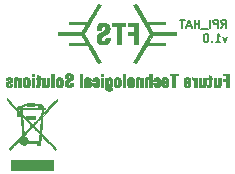
<source format=gbo>
G04 #@! TF.GenerationSoftware,KiCad,Pcbnew,(5.1.4)-1*
G04 #@! TF.CreationDate,2019-09-19T01:50:37+03:00*
G04 #@! TF.ProjectId,Project_2_RPI_HAT,50726f6a-6563-4745-9f32-5f5250495f48,v1*
G04 #@! TF.SameCoordinates,Original*
G04 #@! TF.FileFunction,Legend,Bot*
G04 #@! TF.FilePolarity,Positive*
%FSLAX46Y46*%
G04 Gerber Fmt 4.6, Leading zero omitted, Abs format (unit mm)*
G04 Created by KiCad (PCBNEW (5.1.4)-1) date 2019-09-19 01:50:37*
%MOMM*%
%LPD*%
G04 APERTURE LIST*
%ADD10C,0.150000*%
%ADD11C,0.010000*%
G04 APERTURE END LIST*
D10*
X64944033Y-69261866D02*
X65177366Y-68928533D01*
X65344033Y-69261866D02*
X65344033Y-68561866D01*
X65077366Y-68561866D01*
X65010700Y-68595200D01*
X64977366Y-68628533D01*
X64944033Y-68695200D01*
X64944033Y-68795200D01*
X64977366Y-68861866D01*
X65010700Y-68895200D01*
X65077366Y-68928533D01*
X65344033Y-68928533D01*
X64644033Y-69261866D02*
X64644033Y-68561866D01*
X64377366Y-68561866D01*
X64310700Y-68595200D01*
X64277366Y-68628533D01*
X64244033Y-68695200D01*
X64244033Y-68795200D01*
X64277366Y-68861866D01*
X64310700Y-68895200D01*
X64377366Y-68928533D01*
X64644033Y-68928533D01*
X63944033Y-69261866D02*
X63944033Y-68561866D01*
X63777366Y-69328533D02*
X63244033Y-69328533D01*
X63077366Y-69261866D02*
X63077366Y-68561866D01*
X63077366Y-68895200D02*
X62677366Y-68895200D01*
X62677366Y-69261866D02*
X62677366Y-68561866D01*
X62377366Y-69061866D02*
X62044033Y-69061866D01*
X62444033Y-69261866D02*
X62210700Y-68561866D01*
X61977366Y-69261866D01*
X61844033Y-68561866D02*
X61444033Y-68561866D01*
X61644033Y-69261866D02*
X61644033Y-68561866D01*
X65410700Y-69995200D02*
X65244033Y-70461866D01*
X65077366Y-69995200D01*
X64444033Y-70461866D02*
X64844033Y-70461866D01*
X64644033Y-70461866D02*
X64644033Y-69761866D01*
X64710700Y-69861866D01*
X64777366Y-69928533D01*
X64844033Y-69961866D01*
X64144033Y-70395200D02*
X64110700Y-70428533D01*
X64144033Y-70461866D01*
X64177366Y-70428533D01*
X64144033Y-70395200D01*
X64144033Y-70461866D01*
X63677366Y-69761866D02*
X63610700Y-69761866D01*
X63544033Y-69795200D01*
X63510700Y-69828533D01*
X63477366Y-69895200D01*
X63444033Y-70028533D01*
X63444033Y-70195200D01*
X63477366Y-70328533D01*
X63510700Y-70395200D01*
X63544033Y-70428533D01*
X63610700Y-70461866D01*
X63677366Y-70461866D01*
X63744033Y-70428533D01*
X63777366Y-70395200D01*
X63810700Y-70328533D01*
X63844033Y-70195200D01*
X63844033Y-70028533D01*
X63810700Y-69895200D01*
X63777366Y-69828533D01*
X63744033Y-69795200D01*
X63677366Y-69761866D01*
D11*
G36*
X46770570Y-75322248D02*
G01*
X46771189Y-75409331D01*
X47222914Y-75868291D01*
X47674639Y-76327252D01*
X47674968Y-76537871D01*
X47675297Y-76748489D01*
X47950390Y-76748489D01*
X47957478Y-76801930D01*
X47960162Y-76826288D01*
X47964687Y-76872159D01*
X47970809Y-76936805D01*
X47978288Y-77017491D01*
X47986881Y-77111481D01*
X47996346Y-77216037D01*
X48006442Y-77328425D01*
X48016926Y-77445907D01*
X48027556Y-77565748D01*
X48038091Y-77685211D01*
X48048287Y-77801559D01*
X48057905Y-77912057D01*
X48066700Y-78013969D01*
X48074432Y-78104558D01*
X48080858Y-78181087D01*
X48085737Y-78240821D01*
X48088825Y-78281024D01*
X48089883Y-78298959D01*
X48089882Y-78299044D01*
X48082173Y-78313435D01*
X48059019Y-78343148D01*
X48020105Y-78388531D01*
X47965116Y-78449929D01*
X47893736Y-78527688D01*
X47805651Y-78622154D01*
X47700546Y-78733672D01*
X47578105Y-78862588D01*
X47543690Y-78898687D01*
X46997863Y-79470816D01*
X47086119Y-79558836D01*
X47157515Y-79481158D01*
X47183634Y-79453086D01*
X47224434Y-79409674D01*
X47277223Y-79353766D01*
X47339309Y-79288208D01*
X47408000Y-79215841D01*
X47480604Y-79139512D01*
X47524040Y-79093924D01*
X47605584Y-79008519D01*
X47671496Y-78940110D01*
X47723456Y-78887453D01*
X47763145Y-78849305D01*
X47792243Y-78824420D01*
X47812431Y-78811556D01*
X47825390Y-78809468D01*
X47832800Y-78816913D01*
X47836342Y-78832646D01*
X47837697Y-78855423D01*
X47837879Y-78861639D01*
X47847297Y-78904461D01*
X47870503Y-78956219D01*
X47902864Y-79008728D01*
X47939748Y-79053803D01*
X47954507Y-79067728D01*
X48030233Y-79116447D01*
X48118692Y-79143706D01*
X48196900Y-79150173D01*
X48285532Y-79137976D01*
X48367388Y-79102213D01*
X48439836Y-79044122D01*
X48453203Y-79029662D01*
X48502082Y-78974133D01*
X49347674Y-78974133D01*
X49347674Y-79150173D01*
X49574010Y-79150173D01*
X49574010Y-79067931D01*
X49576850Y-79011786D01*
X49586393Y-78972816D01*
X49597991Y-78951619D01*
X49606277Y-78936452D01*
X49613373Y-78914462D01*
X49619748Y-78882387D01*
X49625872Y-78836969D01*
X49632216Y-78774948D01*
X49639250Y-78693062D01*
X49644066Y-78632146D01*
X49666161Y-78346743D01*
X50208565Y-78896205D01*
X50306637Y-78995628D01*
X50400784Y-79091215D01*
X50489285Y-79181210D01*
X50570420Y-79263857D01*
X50642469Y-79337401D01*
X50703712Y-79400084D01*
X50752427Y-79450152D01*
X50786896Y-79485848D01*
X50805379Y-79505395D01*
X50835743Y-79536344D01*
X50861071Y-79557930D01*
X50874695Y-79565123D01*
X50892095Y-79556697D01*
X50917460Y-79535645D01*
X50926058Y-79527071D01*
X50962514Y-79489020D01*
X50761802Y-79285058D01*
X50710596Y-79233099D01*
X50644569Y-79166220D01*
X50566618Y-79087350D01*
X50479638Y-78999414D01*
X50386526Y-78905341D01*
X50290179Y-78808058D01*
X50193492Y-78710493D01*
X50124134Y-78640545D01*
X50018703Y-78533950D01*
X49930129Y-78443707D01*
X49857281Y-78368592D01*
X49799023Y-78307386D01*
X49754225Y-78258866D01*
X49732021Y-78233529D01*
X49553724Y-78233529D01*
X49531401Y-78518955D01*
X49524669Y-78602619D01*
X49518157Y-78679127D01*
X49512234Y-78744481D01*
X49507268Y-78794681D01*
X49503629Y-78825729D01*
X49502458Y-78832673D01*
X49495838Y-78860965D01*
X48546364Y-78860965D01*
X48540026Y-78782006D01*
X48520890Y-78688715D01*
X48480846Y-78606191D01*
X48422418Y-78537438D01*
X48348129Y-78485463D01*
X48264748Y-78454263D01*
X48237698Y-78439628D01*
X48224156Y-78408219D01*
X48223872Y-78406834D01*
X48222247Y-78393574D01*
X48224256Y-78379995D01*
X48231858Y-78363581D01*
X48247016Y-78341811D01*
X48271688Y-78312167D01*
X48307836Y-78272132D01*
X48357420Y-78219185D01*
X48422401Y-78150809D01*
X48426599Y-78146405D01*
X48496493Y-78073011D01*
X48570800Y-77994837D01*
X48644414Y-77917264D01*
X48712229Y-77845675D01*
X48769140Y-77785451D01*
X48781832Y-77771987D01*
X48830487Y-77721220D01*
X48873709Y-77677775D01*
X48908395Y-77644641D01*
X48931444Y-77624805D01*
X48939182Y-77620446D01*
X48950722Y-77629570D01*
X48977710Y-77654600D01*
X49018021Y-77693452D01*
X49069529Y-77744043D01*
X49130109Y-77804288D01*
X49197636Y-77872104D01*
X49252826Y-77927965D01*
X49553724Y-78233529D01*
X49732021Y-78233529D01*
X49721751Y-78221811D01*
X49700471Y-78194999D01*
X49689251Y-78177208D01*
X49686754Y-78168970D01*
X49687700Y-78150990D01*
X49690573Y-78110292D01*
X49695187Y-78049219D01*
X49701358Y-77970113D01*
X49708898Y-77875314D01*
X49717621Y-77767167D01*
X49727343Y-77648012D01*
X49737876Y-77520191D01*
X49746365Y-77418035D01*
X49794396Y-76842074D01*
X49670805Y-76842074D01*
X49670273Y-76854504D01*
X49667769Y-76889510D01*
X49663496Y-76944615D01*
X49657653Y-77017343D01*
X49650443Y-77105214D01*
X49642066Y-77205751D01*
X49632723Y-77316477D01*
X49623758Y-77421605D01*
X49613602Y-77540883D01*
X49604142Y-77653480D01*
X49595596Y-77756705D01*
X49588179Y-77847873D01*
X49582108Y-77924295D01*
X49577601Y-77983283D01*
X49574873Y-78022149D01*
X49574116Y-78037244D01*
X49572935Y-78046638D01*
X49568256Y-78050366D01*
X49558276Y-78046871D01*
X49541190Y-78034599D01*
X49515196Y-78011994D01*
X49478490Y-77977500D01*
X49429267Y-77929562D01*
X49365726Y-77866624D01*
X49298305Y-77799368D01*
X49022601Y-77523877D01*
X49024533Y-77521806D01*
X48842290Y-77521806D01*
X48833984Y-77533180D01*
X48810733Y-77559963D01*
X48774865Y-77599692D01*
X48728713Y-77649907D01*
X48674606Y-77708146D01*
X48614874Y-77771947D01*
X48551848Y-77838849D01*
X48487858Y-77906390D01*
X48425236Y-77972110D01*
X48366310Y-78033546D01*
X48313412Y-78088237D01*
X48268872Y-78133722D01*
X48235020Y-78167538D01*
X48214188Y-78187226D01*
X48208506Y-78191237D01*
X48206634Y-78178291D01*
X48202746Y-78142534D01*
X48197057Y-78086204D01*
X48189781Y-78011540D01*
X48181131Y-77920780D01*
X48171322Y-77816162D01*
X48160566Y-77699926D01*
X48149079Y-77574308D01*
X48139907Y-77473018D01*
X48128174Y-77341679D01*
X48117335Y-77217952D01*
X48107570Y-77104081D01*
X48099063Y-77002311D01*
X48091995Y-76914887D01*
X48086549Y-76844053D01*
X48082908Y-76792053D01*
X48081253Y-76761132D01*
X48081442Y-76753103D01*
X48091334Y-76760254D01*
X48116524Y-76783241D01*
X48154810Y-76819839D01*
X48203989Y-76867822D01*
X48261861Y-76924966D01*
X48326222Y-76989047D01*
X48394871Y-77057838D01*
X48465605Y-77129116D01*
X48536222Y-77200655D01*
X48604520Y-77270230D01*
X48668296Y-77335617D01*
X48725350Y-77394591D01*
X48773478Y-77444927D01*
X48810478Y-77484399D01*
X48834148Y-77510783D01*
X48842290Y-77521806D01*
X49024533Y-77521806D01*
X49125409Y-77413695D01*
X49177768Y-77357777D01*
X49236535Y-77295348D01*
X49299385Y-77228843D01*
X49363995Y-77160698D01*
X49428042Y-77093348D01*
X49489203Y-77029228D01*
X49545153Y-76970772D01*
X49593570Y-76920418D01*
X49632130Y-76880598D01*
X49658509Y-76853750D01*
X49670384Y-76842308D01*
X49670805Y-76842074D01*
X49794396Y-76842074D01*
X49806401Y-76698126D01*
X50406938Y-76066558D01*
X51007475Y-75434989D01*
X51007034Y-75346715D01*
X51006592Y-75258440D01*
X50909583Y-75362066D01*
X50855291Y-75419863D01*
X50791192Y-75487768D01*
X50719016Y-75563972D01*
X50640492Y-75646669D01*
X50557349Y-75734053D01*
X50471319Y-75824315D01*
X50384130Y-75915650D01*
X50297513Y-76006249D01*
X50213197Y-76094307D01*
X50132912Y-76178015D01*
X50058387Y-76255567D01*
X49991354Y-76325157D01*
X49933541Y-76384976D01*
X49886679Y-76433218D01*
X49852496Y-76468076D01*
X49832724Y-76487743D01*
X49828390Y-76491516D01*
X49828092Y-76478392D01*
X49829731Y-76444789D01*
X49833023Y-76395280D01*
X49837682Y-76334437D01*
X49839682Y-76310132D01*
X49854577Y-76132351D01*
X49737955Y-76132351D01*
X49731934Y-76160643D01*
X49728863Y-76183018D01*
X49724548Y-76225117D01*
X49719488Y-76281578D01*
X49714181Y-76347035D01*
X49712344Y-76371262D01*
X49706927Y-76440821D01*
X49701459Y-76505418D01*
X49696488Y-76558948D01*
X49692561Y-76595310D01*
X49691675Y-76601909D01*
X49688334Y-76615456D01*
X49681101Y-76631314D01*
X49668440Y-76651261D01*
X49648811Y-76677073D01*
X49620678Y-76710529D01*
X49582502Y-76753407D01*
X49532746Y-76807483D01*
X49469871Y-76874536D01*
X49392341Y-76956343D01*
X49313251Y-77039350D01*
X49234564Y-77121494D01*
X49161112Y-77197569D01*
X49094724Y-77265725D01*
X49037227Y-77324112D01*
X48990451Y-77370881D01*
X48956224Y-77404182D01*
X48936373Y-77422167D01*
X48932140Y-77424842D01*
X48921003Y-77415141D01*
X48894971Y-77389841D01*
X48856570Y-77351482D01*
X48808328Y-77302600D01*
X48752770Y-77245734D01*
X48712592Y-77204306D01*
X48502831Y-76987400D01*
X49121337Y-76987400D01*
X49121337Y-76748489D01*
X48366881Y-76748489D01*
X48366881Y-76854942D01*
X48228565Y-76717054D01*
X48130447Y-76619240D01*
X47939357Y-76619240D01*
X47937529Y-76634670D01*
X47928277Y-76643267D01*
X47905950Y-76647013D01*
X47864895Y-76647889D01*
X47857624Y-76647895D01*
X47775891Y-76647895D01*
X47775891Y-76428572D01*
X47857624Y-76509579D01*
X47903730Y-76558828D01*
X47931306Y-76596559D01*
X47939357Y-76619240D01*
X48130447Y-76619240D01*
X48090248Y-76579166D01*
X48090248Y-76456352D01*
X48089863Y-76399850D01*
X48088100Y-76363905D01*
X48084050Y-76343930D01*
X48076801Y-76335337D01*
X48065870Y-76333539D01*
X48053712Y-76330898D01*
X48044727Y-76320312D01*
X48037826Y-76297781D01*
X48031924Y-76259309D01*
X48025935Y-76200898D01*
X48024013Y-76179504D01*
X48019852Y-76132351D01*
X49737955Y-76132351D01*
X49854577Y-76132351D01*
X50014109Y-76132351D01*
X50014109Y-76019182D01*
X49946314Y-76019182D01*
X49906662Y-76018096D01*
X49885116Y-76012854D01*
X49882480Y-76009734D01*
X49743616Y-76009734D01*
X49736308Y-76016862D01*
X49710993Y-76019062D01*
X49693908Y-76019182D01*
X49636881Y-76019182D01*
X49424221Y-76019182D01*
X48009698Y-76019182D01*
X48057542Y-75970186D01*
X48131850Y-75909724D01*
X48223816Y-75863091D01*
X48334998Y-75829649D01*
X48445471Y-75811153D01*
X48517773Y-75802522D01*
X48517773Y-75893440D01*
X49096188Y-75893440D01*
X49096188Y-75790293D01*
X49181065Y-75798896D01*
X49240368Y-75806156D01*
X49303551Y-75815779D01*
X49341386Y-75822652D01*
X49416832Y-75837807D01*
X49420526Y-75928495D01*
X49424221Y-76019182D01*
X49636881Y-76019182D01*
X49636881Y-75968885D01*
X49638544Y-75937376D01*
X49642697Y-75919863D01*
X49644371Y-75918588D01*
X49662987Y-75926654D01*
X49690183Y-75946220D01*
X49717448Y-75970344D01*
X49736267Y-75992082D01*
X49737943Y-75994908D01*
X49743616Y-76009734D01*
X49882480Y-76009734D01*
X49874662Y-76000481D01*
X49870442Y-75987004D01*
X49853219Y-75952027D01*
X49820138Y-75909979D01*
X49776893Y-75866756D01*
X49729174Y-75828254D01*
X49697830Y-75808201D01*
X49662123Y-75786251D01*
X49643819Y-75767811D01*
X49637388Y-75746068D01*
X49636894Y-75733118D01*
X49636894Y-75729975D01*
X48995594Y-75729975D01*
X48995594Y-75792846D01*
X48618367Y-75792846D01*
X48618367Y-75729975D01*
X48995594Y-75729975D01*
X49636894Y-75729975D01*
X49636881Y-75692252D01*
X49531048Y-75692252D01*
X49482355Y-75693429D01*
X49444405Y-75696565D01*
X49423308Y-75701071D01*
X49421023Y-75702895D01*
X49407641Y-75705695D01*
X49375074Y-75704548D01*
X49328916Y-75699793D01*
X49297376Y-75695403D01*
X49240188Y-75686778D01*
X49187886Y-75678991D01*
X49148582Y-75673247D01*
X49137055Y-75671615D01*
X49106937Y-75662288D01*
X49096188Y-75647672D01*
X49092920Y-75641720D01*
X49081230Y-75637178D01*
X49058288Y-75633870D01*
X49021265Y-75631615D01*
X48967332Y-75630234D01*
X48893660Y-75629550D01*
X48806980Y-75629380D01*
X48714471Y-75629477D01*
X48644094Y-75629930D01*
X48592836Y-75630990D01*
X48557680Y-75632903D01*
X48535611Y-75635919D01*
X48523615Y-75640285D01*
X48518676Y-75646249D01*
X48517773Y-75653184D01*
X48510079Y-75675195D01*
X48484879Y-75687721D01*
X48438991Y-75692188D01*
X48430736Y-75692252D01*
X48353027Y-75700268D01*
X48264767Y-75722336D01*
X48173915Y-75755484D01*
X48088430Y-75796739D01*
X48016274Y-75843131D01*
X48006928Y-75850482D01*
X47976467Y-75874398D01*
X47958428Y-75883976D01*
X47945831Y-75880880D01*
X47932900Y-75868104D01*
X47894707Y-75843078D01*
X47845002Y-75833471D01*
X47791476Y-75838467D01*
X47741822Y-75857251D01*
X47703733Y-75889006D01*
X47700975Y-75892697D01*
X47672474Y-75951975D01*
X47667172Y-76013334D01*
X47684482Y-76071827D01*
X47723820Y-76122504D01*
X47728630Y-76126689D01*
X47756560Y-76146567D01*
X47784898Y-76155321D01*
X47824737Y-76155953D01*
X47834689Y-76155392D01*
X47873668Y-76153962D01*
X47893746Y-76157239D01*
X47901015Y-76167128D01*
X47901760Y-76176361D01*
X47903284Y-76203144D01*
X47907065Y-76243425D01*
X47909782Y-76267524D01*
X47913723Y-76305801D01*
X47912084Y-76325396D01*
X47902579Y-76332558D01*
X47885649Y-76333539D01*
X47875608Y-76330301D01*
X47859410Y-76319820D01*
X47835855Y-76300948D01*
X47803743Y-76272535D01*
X47761872Y-76233435D01*
X47709043Y-76182497D01*
X47644055Y-76118573D01*
X47565709Y-76040514D01*
X47472803Y-75947172D01*
X47364137Y-75837398D01*
X47311769Y-75784352D01*
X46769951Y-75235167D01*
X46770570Y-75322248D01*
X46770570Y-75322248D01*
G37*
X46770570Y-75322248D02*
X46771189Y-75409331D01*
X47222914Y-75868291D01*
X47674639Y-76327252D01*
X47674968Y-76537871D01*
X47675297Y-76748489D01*
X47950390Y-76748489D01*
X47957478Y-76801930D01*
X47960162Y-76826288D01*
X47964687Y-76872159D01*
X47970809Y-76936805D01*
X47978288Y-77017491D01*
X47986881Y-77111481D01*
X47996346Y-77216037D01*
X48006442Y-77328425D01*
X48016926Y-77445907D01*
X48027556Y-77565748D01*
X48038091Y-77685211D01*
X48048287Y-77801559D01*
X48057905Y-77912057D01*
X48066700Y-78013969D01*
X48074432Y-78104558D01*
X48080858Y-78181087D01*
X48085737Y-78240821D01*
X48088825Y-78281024D01*
X48089883Y-78298959D01*
X48089882Y-78299044D01*
X48082173Y-78313435D01*
X48059019Y-78343148D01*
X48020105Y-78388531D01*
X47965116Y-78449929D01*
X47893736Y-78527688D01*
X47805651Y-78622154D01*
X47700546Y-78733672D01*
X47578105Y-78862588D01*
X47543690Y-78898687D01*
X46997863Y-79470816D01*
X47086119Y-79558836D01*
X47157515Y-79481158D01*
X47183634Y-79453086D01*
X47224434Y-79409674D01*
X47277223Y-79353766D01*
X47339309Y-79288208D01*
X47408000Y-79215841D01*
X47480604Y-79139512D01*
X47524040Y-79093924D01*
X47605584Y-79008519D01*
X47671496Y-78940110D01*
X47723456Y-78887453D01*
X47763145Y-78849305D01*
X47792243Y-78824420D01*
X47812431Y-78811556D01*
X47825390Y-78809468D01*
X47832800Y-78816913D01*
X47836342Y-78832646D01*
X47837697Y-78855423D01*
X47837879Y-78861639D01*
X47847297Y-78904461D01*
X47870503Y-78956219D01*
X47902864Y-79008728D01*
X47939748Y-79053803D01*
X47954507Y-79067728D01*
X48030233Y-79116447D01*
X48118692Y-79143706D01*
X48196900Y-79150173D01*
X48285532Y-79137976D01*
X48367388Y-79102213D01*
X48439836Y-79044122D01*
X48453203Y-79029662D01*
X48502082Y-78974133D01*
X49347674Y-78974133D01*
X49347674Y-79150173D01*
X49574010Y-79150173D01*
X49574010Y-79067931D01*
X49576850Y-79011786D01*
X49586393Y-78972816D01*
X49597991Y-78951619D01*
X49606277Y-78936452D01*
X49613373Y-78914462D01*
X49619748Y-78882387D01*
X49625872Y-78836969D01*
X49632216Y-78774948D01*
X49639250Y-78693062D01*
X49644066Y-78632146D01*
X49666161Y-78346743D01*
X50208565Y-78896205D01*
X50306637Y-78995628D01*
X50400784Y-79091215D01*
X50489285Y-79181210D01*
X50570420Y-79263857D01*
X50642469Y-79337401D01*
X50703712Y-79400084D01*
X50752427Y-79450152D01*
X50786896Y-79485848D01*
X50805379Y-79505395D01*
X50835743Y-79536344D01*
X50861071Y-79557930D01*
X50874695Y-79565123D01*
X50892095Y-79556697D01*
X50917460Y-79535645D01*
X50926058Y-79527071D01*
X50962514Y-79489020D01*
X50761802Y-79285058D01*
X50710596Y-79233099D01*
X50644569Y-79166220D01*
X50566618Y-79087350D01*
X50479638Y-78999414D01*
X50386526Y-78905341D01*
X50290179Y-78808058D01*
X50193492Y-78710493D01*
X50124134Y-78640545D01*
X50018703Y-78533950D01*
X49930129Y-78443707D01*
X49857281Y-78368592D01*
X49799023Y-78307386D01*
X49754225Y-78258866D01*
X49732021Y-78233529D01*
X49553724Y-78233529D01*
X49531401Y-78518955D01*
X49524669Y-78602619D01*
X49518157Y-78679127D01*
X49512234Y-78744481D01*
X49507268Y-78794681D01*
X49503629Y-78825729D01*
X49502458Y-78832673D01*
X49495838Y-78860965D01*
X48546364Y-78860965D01*
X48540026Y-78782006D01*
X48520890Y-78688715D01*
X48480846Y-78606191D01*
X48422418Y-78537438D01*
X48348129Y-78485463D01*
X48264748Y-78454263D01*
X48237698Y-78439628D01*
X48224156Y-78408219D01*
X48223872Y-78406834D01*
X48222247Y-78393574D01*
X48224256Y-78379995D01*
X48231858Y-78363581D01*
X48247016Y-78341811D01*
X48271688Y-78312167D01*
X48307836Y-78272132D01*
X48357420Y-78219185D01*
X48422401Y-78150809D01*
X48426599Y-78146405D01*
X48496493Y-78073011D01*
X48570800Y-77994837D01*
X48644414Y-77917264D01*
X48712229Y-77845675D01*
X48769140Y-77785451D01*
X48781832Y-77771987D01*
X48830487Y-77721220D01*
X48873709Y-77677775D01*
X48908395Y-77644641D01*
X48931444Y-77624805D01*
X48939182Y-77620446D01*
X48950722Y-77629570D01*
X48977710Y-77654600D01*
X49018021Y-77693452D01*
X49069529Y-77744043D01*
X49130109Y-77804288D01*
X49197636Y-77872104D01*
X49252826Y-77927965D01*
X49553724Y-78233529D01*
X49732021Y-78233529D01*
X49721751Y-78221811D01*
X49700471Y-78194999D01*
X49689251Y-78177208D01*
X49686754Y-78168970D01*
X49687700Y-78150990D01*
X49690573Y-78110292D01*
X49695187Y-78049219D01*
X49701358Y-77970113D01*
X49708898Y-77875314D01*
X49717621Y-77767167D01*
X49727343Y-77648012D01*
X49737876Y-77520191D01*
X49746365Y-77418035D01*
X49794396Y-76842074D01*
X49670805Y-76842074D01*
X49670273Y-76854504D01*
X49667769Y-76889510D01*
X49663496Y-76944615D01*
X49657653Y-77017343D01*
X49650443Y-77105214D01*
X49642066Y-77205751D01*
X49632723Y-77316477D01*
X49623758Y-77421605D01*
X49613602Y-77540883D01*
X49604142Y-77653480D01*
X49595596Y-77756705D01*
X49588179Y-77847873D01*
X49582108Y-77924295D01*
X49577601Y-77983283D01*
X49574873Y-78022149D01*
X49574116Y-78037244D01*
X49572935Y-78046638D01*
X49568256Y-78050366D01*
X49558276Y-78046871D01*
X49541190Y-78034599D01*
X49515196Y-78011994D01*
X49478490Y-77977500D01*
X49429267Y-77929562D01*
X49365726Y-77866624D01*
X49298305Y-77799368D01*
X49022601Y-77523877D01*
X49024533Y-77521806D01*
X48842290Y-77521806D01*
X48833984Y-77533180D01*
X48810733Y-77559963D01*
X48774865Y-77599692D01*
X48728713Y-77649907D01*
X48674606Y-77708146D01*
X48614874Y-77771947D01*
X48551848Y-77838849D01*
X48487858Y-77906390D01*
X48425236Y-77972110D01*
X48366310Y-78033546D01*
X48313412Y-78088237D01*
X48268872Y-78133722D01*
X48235020Y-78167538D01*
X48214188Y-78187226D01*
X48208506Y-78191237D01*
X48206634Y-78178291D01*
X48202746Y-78142534D01*
X48197057Y-78086204D01*
X48189781Y-78011540D01*
X48181131Y-77920780D01*
X48171322Y-77816162D01*
X48160566Y-77699926D01*
X48149079Y-77574308D01*
X48139907Y-77473018D01*
X48128174Y-77341679D01*
X48117335Y-77217952D01*
X48107570Y-77104081D01*
X48099063Y-77002311D01*
X48091995Y-76914887D01*
X48086549Y-76844053D01*
X48082908Y-76792053D01*
X48081253Y-76761132D01*
X48081442Y-76753103D01*
X48091334Y-76760254D01*
X48116524Y-76783241D01*
X48154810Y-76819839D01*
X48203989Y-76867822D01*
X48261861Y-76924966D01*
X48326222Y-76989047D01*
X48394871Y-77057838D01*
X48465605Y-77129116D01*
X48536222Y-77200655D01*
X48604520Y-77270230D01*
X48668296Y-77335617D01*
X48725350Y-77394591D01*
X48773478Y-77444927D01*
X48810478Y-77484399D01*
X48834148Y-77510783D01*
X48842290Y-77521806D01*
X49024533Y-77521806D01*
X49125409Y-77413695D01*
X49177768Y-77357777D01*
X49236535Y-77295348D01*
X49299385Y-77228843D01*
X49363995Y-77160698D01*
X49428042Y-77093348D01*
X49489203Y-77029228D01*
X49545153Y-76970772D01*
X49593570Y-76920418D01*
X49632130Y-76880598D01*
X49658509Y-76853750D01*
X49670384Y-76842308D01*
X49670805Y-76842074D01*
X49794396Y-76842074D01*
X49806401Y-76698126D01*
X50406938Y-76066558D01*
X51007475Y-75434989D01*
X51007034Y-75346715D01*
X51006592Y-75258440D01*
X50909583Y-75362066D01*
X50855291Y-75419863D01*
X50791192Y-75487768D01*
X50719016Y-75563972D01*
X50640492Y-75646669D01*
X50557349Y-75734053D01*
X50471319Y-75824315D01*
X50384130Y-75915650D01*
X50297513Y-76006249D01*
X50213197Y-76094307D01*
X50132912Y-76178015D01*
X50058387Y-76255567D01*
X49991354Y-76325157D01*
X49933541Y-76384976D01*
X49886679Y-76433218D01*
X49852496Y-76468076D01*
X49832724Y-76487743D01*
X49828390Y-76491516D01*
X49828092Y-76478392D01*
X49829731Y-76444789D01*
X49833023Y-76395280D01*
X49837682Y-76334437D01*
X49839682Y-76310132D01*
X49854577Y-76132351D01*
X49737955Y-76132351D01*
X49731934Y-76160643D01*
X49728863Y-76183018D01*
X49724548Y-76225117D01*
X49719488Y-76281578D01*
X49714181Y-76347035D01*
X49712344Y-76371262D01*
X49706927Y-76440821D01*
X49701459Y-76505418D01*
X49696488Y-76558948D01*
X49692561Y-76595310D01*
X49691675Y-76601909D01*
X49688334Y-76615456D01*
X49681101Y-76631314D01*
X49668440Y-76651261D01*
X49648811Y-76677073D01*
X49620678Y-76710529D01*
X49582502Y-76753407D01*
X49532746Y-76807483D01*
X49469871Y-76874536D01*
X49392341Y-76956343D01*
X49313251Y-77039350D01*
X49234564Y-77121494D01*
X49161112Y-77197569D01*
X49094724Y-77265725D01*
X49037227Y-77324112D01*
X48990451Y-77370881D01*
X48956224Y-77404182D01*
X48936373Y-77422167D01*
X48932140Y-77424842D01*
X48921003Y-77415141D01*
X48894971Y-77389841D01*
X48856570Y-77351482D01*
X48808328Y-77302600D01*
X48752770Y-77245734D01*
X48712592Y-77204306D01*
X48502831Y-76987400D01*
X49121337Y-76987400D01*
X49121337Y-76748489D01*
X48366881Y-76748489D01*
X48366881Y-76854942D01*
X48228565Y-76717054D01*
X48130447Y-76619240D01*
X47939357Y-76619240D01*
X47937529Y-76634670D01*
X47928277Y-76643267D01*
X47905950Y-76647013D01*
X47864895Y-76647889D01*
X47857624Y-76647895D01*
X47775891Y-76647895D01*
X47775891Y-76428572D01*
X47857624Y-76509579D01*
X47903730Y-76558828D01*
X47931306Y-76596559D01*
X47939357Y-76619240D01*
X48130447Y-76619240D01*
X48090248Y-76579166D01*
X48090248Y-76456352D01*
X48089863Y-76399850D01*
X48088100Y-76363905D01*
X48084050Y-76343930D01*
X48076801Y-76335337D01*
X48065870Y-76333539D01*
X48053712Y-76330898D01*
X48044727Y-76320312D01*
X48037826Y-76297781D01*
X48031924Y-76259309D01*
X48025935Y-76200898D01*
X48024013Y-76179504D01*
X48019852Y-76132351D01*
X49737955Y-76132351D01*
X49854577Y-76132351D01*
X50014109Y-76132351D01*
X50014109Y-76019182D01*
X49946314Y-76019182D01*
X49906662Y-76018096D01*
X49885116Y-76012854D01*
X49882480Y-76009734D01*
X49743616Y-76009734D01*
X49736308Y-76016862D01*
X49710993Y-76019062D01*
X49693908Y-76019182D01*
X49636881Y-76019182D01*
X49424221Y-76019182D01*
X48009698Y-76019182D01*
X48057542Y-75970186D01*
X48131850Y-75909724D01*
X48223816Y-75863091D01*
X48334998Y-75829649D01*
X48445471Y-75811153D01*
X48517773Y-75802522D01*
X48517773Y-75893440D01*
X49096188Y-75893440D01*
X49096188Y-75790293D01*
X49181065Y-75798896D01*
X49240368Y-75806156D01*
X49303551Y-75815779D01*
X49341386Y-75822652D01*
X49416832Y-75837807D01*
X49420526Y-75928495D01*
X49424221Y-76019182D01*
X49636881Y-76019182D01*
X49636881Y-75968885D01*
X49638544Y-75937376D01*
X49642697Y-75919863D01*
X49644371Y-75918588D01*
X49662987Y-75926654D01*
X49690183Y-75946220D01*
X49717448Y-75970344D01*
X49736267Y-75992082D01*
X49737943Y-75994908D01*
X49743616Y-76009734D01*
X49882480Y-76009734D01*
X49874662Y-76000481D01*
X49870442Y-75987004D01*
X49853219Y-75952027D01*
X49820138Y-75909979D01*
X49776893Y-75866756D01*
X49729174Y-75828254D01*
X49697830Y-75808201D01*
X49662123Y-75786251D01*
X49643819Y-75767811D01*
X49637388Y-75746068D01*
X49636894Y-75733118D01*
X49636894Y-75729975D01*
X48995594Y-75729975D01*
X48995594Y-75792846D01*
X48618367Y-75792846D01*
X48618367Y-75729975D01*
X48995594Y-75729975D01*
X49636894Y-75729975D01*
X49636881Y-75692252D01*
X49531048Y-75692252D01*
X49482355Y-75693429D01*
X49444405Y-75696565D01*
X49423308Y-75701071D01*
X49421023Y-75702895D01*
X49407641Y-75705695D01*
X49375074Y-75704548D01*
X49328916Y-75699793D01*
X49297376Y-75695403D01*
X49240188Y-75686778D01*
X49187886Y-75678991D01*
X49148582Y-75673247D01*
X49137055Y-75671615D01*
X49106937Y-75662288D01*
X49096188Y-75647672D01*
X49092920Y-75641720D01*
X49081230Y-75637178D01*
X49058288Y-75633870D01*
X49021265Y-75631615D01*
X48967332Y-75630234D01*
X48893660Y-75629550D01*
X48806980Y-75629380D01*
X48714471Y-75629477D01*
X48644094Y-75629930D01*
X48592836Y-75630990D01*
X48557680Y-75632903D01*
X48535611Y-75635919D01*
X48523615Y-75640285D01*
X48518676Y-75646249D01*
X48517773Y-75653184D01*
X48510079Y-75675195D01*
X48484879Y-75687721D01*
X48438991Y-75692188D01*
X48430736Y-75692252D01*
X48353027Y-75700268D01*
X48264767Y-75722336D01*
X48173915Y-75755484D01*
X48088430Y-75796739D01*
X48016274Y-75843131D01*
X48006928Y-75850482D01*
X47976467Y-75874398D01*
X47958428Y-75883976D01*
X47945831Y-75880880D01*
X47932900Y-75868104D01*
X47894707Y-75843078D01*
X47845002Y-75833471D01*
X47791476Y-75838467D01*
X47741822Y-75857251D01*
X47703733Y-75889006D01*
X47700975Y-75892697D01*
X47672474Y-75951975D01*
X47667172Y-76013334D01*
X47684482Y-76071827D01*
X47723820Y-76122504D01*
X47728630Y-76126689D01*
X47756560Y-76146567D01*
X47784898Y-76155321D01*
X47824737Y-76155953D01*
X47834689Y-76155392D01*
X47873668Y-76153962D01*
X47893746Y-76157239D01*
X47901015Y-76167128D01*
X47901760Y-76176361D01*
X47903284Y-76203144D01*
X47907065Y-76243425D01*
X47909782Y-76267524D01*
X47913723Y-76305801D01*
X47912084Y-76325396D01*
X47902579Y-76332558D01*
X47885649Y-76333539D01*
X47875608Y-76330301D01*
X47859410Y-76319820D01*
X47835855Y-76300948D01*
X47803743Y-76272535D01*
X47761872Y-76233435D01*
X47709043Y-76182497D01*
X47644055Y-76118573D01*
X47565709Y-76040514D01*
X47472803Y-75947172D01*
X47364137Y-75837398D01*
X47311769Y-75784352D01*
X46769951Y-75235167D01*
X46770570Y-75322248D01*
G36*
X47147178Y-81275222D02*
G01*
X50667971Y-81275222D01*
X50667971Y-80407598D01*
X47147178Y-80407598D01*
X47147178Y-81275222D01*
X47147178Y-81275222D01*
G37*
X47147178Y-81275222D02*
X50667971Y-81275222D01*
X50667971Y-80407598D01*
X47147178Y-80407598D01*
X47147178Y-81275222D01*
G36*
X55699891Y-69122637D02*
G01*
X56078582Y-69122637D01*
X56078582Y-70628164D01*
X56443418Y-70628164D01*
X56443418Y-69122637D01*
X56822109Y-69122637D01*
X56822109Y-68859400D01*
X55699891Y-68859400D01*
X55699891Y-69122637D01*
X55699891Y-69122637D01*
G37*
X55699891Y-69122637D02*
X56078582Y-69122637D01*
X56078582Y-70628164D01*
X56443418Y-70628164D01*
X56443418Y-69122637D01*
X56822109Y-69122637D01*
X56822109Y-68859400D01*
X55699891Y-68859400D01*
X55699891Y-69122637D01*
G36*
X57020691Y-69122637D02*
G01*
X57505600Y-69122637D01*
X57505600Y-69602928D01*
X57048400Y-69602928D01*
X57048400Y-69866164D01*
X57505600Y-69866164D01*
X57505600Y-70628164D01*
X57870436Y-70628164D01*
X57870436Y-68859400D01*
X57020691Y-68859400D01*
X57020691Y-69122637D01*
X57020691Y-69122637D01*
G37*
X57020691Y-69122637D02*
X57505600Y-69122637D01*
X57505600Y-69602928D01*
X57048400Y-69602928D01*
X57048400Y-69866164D01*
X57505600Y-69866164D01*
X57505600Y-70628164D01*
X57870436Y-70628164D01*
X57870436Y-68859400D01*
X57020691Y-68859400D01*
X57020691Y-69122637D01*
G36*
X54863957Y-68834199D02*
G01*
X54803049Y-68838915D01*
X54744899Y-68847005D01*
X54691798Y-68858246D01*
X54661517Y-68866993D01*
X54607251Y-68888446D01*
X54560225Y-68915202D01*
X54520081Y-68947664D01*
X54486462Y-68986237D01*
X54459010Y-69031321D01*
X54437368Y-69083320D01*
X54422582Y-69136277D01*
X54417916Y-69161430D01*
X54413526Y-69193370D01*
X54409613Y-69229649D01*
X54406375Y-69267817D01*
X54404012Y-69305427D01*
X54402724Y-69340029D01*
X54402711Y-69369174D01*
X54402993Y-69376637D01*
X54404491Y-69406655D01*
X54582830Y-69407863D01*
X54761170Y-69409071D01*
X54763742Y-69324736D01*
X54765835Y-69279561D01*
X54769309Y-69242352D01*
X54774489Y-69211898D01*
X54781701Y-69186990D01*
X54791269Y-69166417D01*
X54803519Y-69148968D01*
X54813950Y-69137882D01*
X54836777Y-69120506D01*
X54863756Y-69108790D01*
X54896485Y-69102157D01*
X54917597Y-69100462D01*
X54962525Y-69101852D01*
X55001684Y-69110446D01*
X55035024Y-69126196D01*
X55062496Y-69149054D01*
X55084051Y-69178975D01*
X55099640Y-69215909D01*
X55109214Y-69259810D01*
X55112018Y-69288891D01*
X55111902Y-69331942D01*
X55105739Y-69369283D01*
X55092872Y-69402706D01*
X55072645Y-69434002D01*
X55049136Y-69460307D01*
X55035080Y-69473797D01*
X55020614Y-69486301D01*
X55004706Y-69498459D01*
X54986322Y-69510911D01*
X54964430Y-69524299D01*
X54937997Y-69539264D01*
X54905990Y-69556445D01*
X54867376Y-69576483D01*
X54836291Y-69592336D01*
X54773693Y-69624784D01*
X54718856Y-69654752D01*
X54670843Y-69682861D01*
X54628715Y-69709734D01*
X54591534Y-69735993D01*
X54558361Y-69762261D01*
X54528259Y-69789159D01*
X54505783Y-69811523D01*
X54468212Y-69855130D01*
X54438054Y-69900393D01*
X54414958Y-69948339D01*
X54398572Y-69999995D01*
X54388544Y-70056388D01*
X54384523Y-70118544D01*
X54385018Y-70164037D01*
X54391237Y-70239856D01*
X54404081Y-70309244D01*
X54423561Y-70372212D01*
X54449685Y-70428774D01*
X54482464Y-70478944D01*
X54521907Y-70522734D01*
X54568024Y-70560158D01*
X54620825Y-70591230D01*
X54680319Y-70615961D01*
X54728387Y-70630121D01*
X54752928Y-70635799D01*
X54779083Y-70641137D01*
X54802427Y-70645252D01*
X54809593Y-70646306D01*
X54837048Y-70649148D01*
X54871035Y-70651339D01*
X54908870Y-70652818D01*
X54947868Y-70653527D01*
X54985345Y-70653403D01*
X55018614Y-70652388D01*
X55034873Y-70651370D01*
X55111142Y-70642611D01*
X55179773Y-70628851D01*
X55240975Y-70609863D01*
X55294957Y-70585416D01*
X55341928Y-70555283D01*
X55382097Y-70519232D01*
X55415673Y-70477036D01*
X55442864Y-70428464D01*
X55463881Y-70373289D01*
X55478932Y-70311280D01*
X55488226Y-70242209D01*
X55491971Y-70165846D01*
X55492073Y-70150023D01*
X55492073Y-70078600D01*
X55137746Y-70078600D01*
X55135261Y-70144410D01*
X55133364Y-70181563D01*
X55130541Y-70211617D01*
X55126402Y-70236693D01*
X55120559Y-70258914D01*
X55112622Y-70280400D01*
X55108634Y-70289575D01*
X55088891Y-70323174D01*
X55063145Y-70349796D01*
X55031520Y-70369377D01*
X54994140Y-70381853D01*
X54951126Y-70387160D01*
X54921958Y-70386837D01*
X54883978Y-70382562D01*
X54852649Y-70373958D01*
X54826116Y-70360304D01*
X54802525Y-70340877D01*
X54801620Y-70339972D01*
X54779225Y-70313004D01*
X54762671Y-70282481D01*
X54751614Y-70247287D01*
X54745712Y-70206305D01*
X54744622Y-70158421D01*
X54744716Y-70154800D01*
X54745602Y-70130434D01*
X54746937Y-70112715D01*
X54749213Y-70099051D01*
X54752924Y-70086854D01*
X54758562Y-70073533D01*
X54761289Y-70067686D01*
X54777917Y-70040048D01*
X54801772Y-70011119D01*
X54831307Y-69982491D01*
X54864976Y-69955756D01*
X54880164Y-69945353D01*
X54895074Y-69936255D01*
X54916541Y-69924029D01*
X54942830Y-69909621D01*
X54972205Y-69893972D01*
X55002932Y-69878026D01*
X55018709Y-69870011D01*
X55078070Y-69839637D01*
X55129807Y-69812102D01*
X55174864Y-69786788D01*
X55214182Y-69763076D01*
X55248703Y-69740348D01*
X55279370Y-69717984D01*
X55307123Y-69695368D01*
X55332907Y-69671880D01*
X55356135Y-69648510D01*
X55395313Y-69601166D01*
X55426401Y-69549848D01*
X55449458Y-69494366D01*
X55464543Y-69434528D01*
X55471716Y-69370142D01*
X55471036Y-69301018D01*
X55469555Y-69281964D01*
X55459976Y-69210319D01*
X55444844Y-69145860D01*
X55423958Y-69088248D01*
X55397118Y-69037145D01*
X55364124Y-68992210D01*
X55324777Y-68953104D01*
X55278877Y-68919488D01*
X55244694Y-68900040D01*
X55206171Y-68881994D01*
X55166858Y-68867372D01*
X55124981Y-68855736D01*
X55078767Y-68846647D01*
X55026442Y-68839666D01*
X54984890Y-68835770D01*
X54925334Y-68833077D01*
X54863957Y-68834199D01*
X54863957Y-68834199D01*
G37*
X54863957Y-68834199D02*
X54803049Y-68838915D01*
X54744899Y-68847005D01*
X54691798Y-68858246D01*
X54661517Y-68866993D01*
X54607251Y-68888446D01*
X54560225Y-68915202D01*
X54520081Y-68947664D01*
X54486462Y-68986237D01*
X54459010Y-69031321D01*
X54437368Y-69083320D01*
X54422582Y-69136277D01*
X54417916Y-69161430D01*
X54413526Y-69193370D01*
X54409613Y-69229649D01*
X54406375Y-69267817D01*
X54404012Y-69305427D01*
X54402724Y-69340029D01*
X54402711Y-69369174D01*
X54402993Y-69376637D01*
X54404491Y-69406655D01*
X54582830Y-69407863D01*
X54761170Y-69409071D01*
X54763742Y-69324736D01*
X54765835Y-69279561D01*
X54769309Y-69242352D01*
X54774489Y-69211898D01*
X54781701Y-69186990D01*
X54791269Y-69166417D01*
X54803519Y-69148968D01*
X54813950Y-69137882D01*
X54836777Y-69120506D01*
X54863756Y-69108790D01*
X54896485Y-69102157D01*
X54917597Y-69100462D01*
X54962525Y-69101852D01*
X55001684Y-69110446D01*
X55035024Y-69126196D01*
X55062496Y-69149054D01*
X55084051Y-69178975D01*
X55099640Y-69215909D01*
X55109214Y-69259810D01*
X55112018Y-69288891D01*
X55111902Y-69331942D01*
X55105739Y-69369283D01*
X55092872Y-69402706D01*
X55072645Y-69434002D01*
X55049136Y-69460307D01*
X55035080Y-69473797D01*
X55020614Y-69486301D01*
X55004706Y-69498459D01*
X54986322Y-69510911D01*
X54964430Y-69524299D01*
X54937997Y-69539264D01*
X54905990Y-69556445D01*
X54867376Y-69576483D01*
X54836291Y-69592336D01*
X54773693Y-69624784D01*
X54718856Y-69654752D01*
X54670843Y-69682861D01*
X54628715Y-69709734D01*
X54591534Y-69735993D01*
X54558361Y-69762261D01*
X54528259Y-69789159D01*
X54505783Y-69811523D01*
X54468212Y-69855130D01*
X54438054Y-69900393D01*
X54414958Y-69948339D01*
X54398572Y-69999995D01*
X54388544Y-70056388D01*
X54384523Y-70118544D01*
X54385018Y-70164037D01*
X54391237Y-70239856D01*
X54404081Y-70309244D01*
X54423561Y-70372212D01*
X54449685Y-70428774D01*
X54482464Y-70478944D01*
X54521907Y-70522734D01*
X54568024Y-70560158D01*
X54620825Y-70591230D01*
X54680319Y-70615961D01*
X54728387Y-70630121D01*
X54752928Y-70635799D01*
X54779083Y-70641137D01*
X54802427Y-70645252D01*
X54809593Y-70646306D01*
X54837048Y-70649148D01*
X54871035Y-70651339D01*
X54908870Y-70652818D01*
X54947868Y-70653527D01*
X54985345Y-70653403D01*
X55018614Y-70652388D01*
X55034873Y-70651370D01*
X55111142Y-70642611D01*
X55179773Y-70628851D01*
X55240975Y-70609863D01*
X55294957Y-70585416D01*
X55341928Y-70555283D01*
X55382097Y-70519232D01*
X55415673Y-70477036D01*
X55442864Y-70428464D01*
X55463881Y-70373289D01*
X55478932Y-70311280D01*
X55488226Y-70242209D01*
X55491971Y-70165846D01*
X55492073Y-70150023D01*
X55492073Y-70078600D01*
X55137746Y-70078600D01*
X55135261Y-70144410D01*
X55133364Y-70181563D01*
X55130541Y-70211617D01*
X55126402Y-70236693D01*
X55120559Y-70258914D01*
X55112622Y-70280400D01*
X55108634Y-70289575D01*
X55088891Y-70323174D01*
X55063145Y-70349796D01*
X55031520Y-70369377D01*
X54994140Y-70381853D01*
X54951126Y-70387160D01*
X54921958Y-70386837D01*
X54883978Y-70382562D01*
X54852649Y-70373958D01*
X54826116Y-70360304D01*
X54802525Y-70340877D01*
X54801620Y-70339972D01*
X54779225Y-70313004D01*
X54762671Y-70282481D01*
X54751614Y-70247287D01*
X54745712Y-70206305D01*
X54744622Y-70158421D01*
X54744716Y-70154800D01*
X54745602Y-70130434D01*
X54746937Y-70112715D01*
X54749213Y-70099051D01*
X54752924Y-70086854D01*
X54758562Y-70073533D01*
X54761289Y-70067686D01*
X54777917Y-70040048D01*
X54801772Y-70011119D01*
X54831307Y-69982491D01*
X54864976Y-69955756D01*
X54880164Y-69945353D01*
X54895074Y-69936255D01*
X54916541Y-69924029D01*
X54942830Y-69909621D01*
X54972205Y-69893972D01*
X55002932Y-69878026D01*
X55018709Y-69870011D01*
X55078070Y-69839637D01*
X55129807Y-69812102D01*
X55174864Y-69786788D01*
X55214182Y-69763076D01*
X55248703Y-69740348D01*
X55279370Y-69717984D01*
X55307123Y-69695368D01*
X55332907Y-69671880D01*
X55356135Y-69648510D01*
X55395313Y-69601166D01*
X55426401Y-69549848D01*
X55449458Y-69494366D01*
X55464543Y-69434528D01*
X55471716Y-69370142D01*
X55471036Y-69301018D01*
X55469555Y-69281964D01*
X55459976Y-69210319D01*
X55444844Y-69145860D01*
X55423958Y-69088248D01*
X55397118Y-69037145D01*
X55364124Y-68992210D01*
X55324777Y-68953104D01*
X55278877Y-68919488D01*
X55244694Y-68900040D01*
X55206171Y-68881994D01*
X55166858Y-68867372D01*
X55124981Y-68855736D01*
X55078767Y-68846647D01*
X55026442Y-68839666D01*
X54984890Y-68835770D01*
X54925334Y-68833077D01*
X54863957Y-68834199D01*
G36*
X54498355Y-67216348D02*
G01*
X54495430Y-67221262D01*
X54488159Y-67233551D01*
X54476884Y-67252631D01*
X54461949Y-67277920D01*
X54443699Y-67308834D01*
X54422476Y-67344792D01*
X54398624Y-67385211D01*
X54372487Y-67429507D01*
X54344409Y-67477100D01*
X54314733Y-67527405D01*
X54283802Y-67579840D01*
X54251962Y-67633823D01*
X54219555Y-67688770D01*
X54186924Y-67744100D01*
X54154415Y-67799230D01*
X54122369Y-67853576D01*
X54091132Y-67906557D01*
X54061046Y-67957589D01*
X54032456Y-68006091D01*
X54005705Y-68051479D01*
X53981136Y-68093171D01*
X53963679Y-68122800D01*
X53937227Y-68167698D01*
X53909348Y-68215013D01*
X53880970Y-68263170D01*
X53853020Y-68310597D01*
X53826426Y-68355717D01*
X53802116Y-68396958D01*
X53781018Y-68432745D01*
X53770436Y-68450691D01*
X53749302Y-68486534D01*
X53727314Y-68523831D01*
X53705541Y-68560768D01*
X53685055Y-68595528D01*
X53666925Y-68626296D01*
X53652221Y-68651256D01*
X53649990Y-68655046D01*
X53605797Y-68730091D01*
X52037673Y-68730091D01*
X52037673Y-68928673D01*
X52760418Y-68928673D01*
X52870094Y-68928703D01*
X52970844Y-68928791D01*
X53062643Y-68928938D01*
X53145464Y-68929144D01*
X53219278Y-68929407D01*
X53284061Y-68929729D01*
X53339784Y-68930110D01*
X53386422Y-68930547D01*
X53423946Y-68931043D01*
X53452330Y-68931596D01*
X53471548Y-68932206D01*
X53481573Y-68932874D01*
X53483164Y-68933292D01*
X53480884Y-68938051D01*
X53474337Y-68949999D01*
X53463960Y-68968374D01*
X53450191Y-68992417D01*
X53433468Y-69021369D01*
X53414229Y-69054469D01*
X53392912Y-69090957D01*
X53369955Y-69130074D01*
X53361420Y-69144574D01*
X53334059Y-69191031D01*
X53304930Y-69240508D01*
X53275002Y-69291361D01*
X53245240Y-69341948D01*
X53216611Y-69390624D01*
X53190082Y-69435747D01*
X53166619Y-69475674D01*
X53152908Y-69499019D01*
X53133244Y-69532501D01*
X53115095Y-69563390D01*
X53098980Y-69590800D01*
X53085420Y-69613847D01*
X53074935Y-69631646D01*
X53068048Y-69643311D01*
X53065278Y-69647958D01*
X53065251Y-69647998D01*
X53060617Y-69648114D01*
X53047176Y-69648227D01*
X53025356Y-69648335D01*
X52995587Y-69648439D01*
X52958298Y-69648537D01*
X52913918Y-69648630D01*
X52862876Y-69648717D01*
X52805602Y-69648796D01*
X52742523Y-69648869D01*
X52674070Y-69648934D01*
X52600671Y-69648991D01*
X52522755Y-69649039D01*
X52440753Y-69649077D01*
X52355091Y-69649106D01*
X52266200Y-69649125D01*
X52174509Y-69649133D01*
X52103054Y-69649131D01*
X51141746Y-69649067D01*
X51141746Y-69852310D01*
X53080912Y-69852310D01*
X53133549Y-69941210D01*
X53152804Y-69973753D01*
X53174164Y-70009892D01*
X53195893Y-70046688D01*
X53216257Y-70081202D01*
X53232414Y-70108619D01*
X53249456Y-70137552D01*
X53267501Y-70168172D01*
X53285036Y-70197912D01*
X53300547Y-70224203D01*
X53310013Y-70240237D01*
X53343641Y-70297210D01*
X53374085Y-70348879D01*
X53401151Y-70394911D01*
X53424644Y-70434975D01*
X53444372Y-70468737D01*
X53460139Y-70495867D01*
X53471751Y-70516031D01*
X53479016Y-70528899D01*
X53481699Y-70534026D01*
X53480964Y-70534884D01*
X53477806Y-70535665D01*
X53471825Y-70536371D01*
X53462625Y-70537006D01*
X53449807Y-70537574D01*
X53432973Y-70538077D01*
X53411725Y-70538520D01*
X53385665Y-70538907D01*
X53354396Y-70539240D01*
X53317519Y-70539523D01*
X53274636Y-70539760D01*
X53225350Y-70539954D01*
X53169262Y-70540109D01*
X53105975Y-70540228D01*
X53035090Y-70540315D01*
X52956210Y-70540373D01*
X52868936Y-70540407D01*
X52772871Y-70540418D01*
X52760912Y-70540419D01*
X52037673Y-70540419D01*
X52037673Y-70743619D01*
X53606757Y-70743619D01*
X53712088Y-70922573D01*
X53738436Y-70967334D01*
X53768233Y-71017949D01*
X53800242Y-71072314D01*
X53833222Y-71128326D01*
X53865936Y-71183880D01*
X53897145Y-71236873D01*
X53925609Y-71285201D01*
X53930310Y-71293182D01*
X53954900Y-71334928D01*
X53979719Y-71377066D01*
X54004033Y-71418348D01*
X54027107Y-71457525D01*
X54048204Y-71493348D01*
X54066590Y-71524569D01*
X54081530Y-71549940D01*
X54089423Y-71563346D01*
X54106920Y-71593038D01*
X54125859Y-71625134D01*
X54144587Y-71656831D01*
X54161449Y-71685330D01*
X54171265Y-71701891D01*
X54181829Y-71719732D01*
X54196292Y-71744213D01*
X54213876Y-71774012D01*
X54233800Y-71807805D01*
X54255285Y-71844270D01*
X54277550Y-71882085D01*
X54299815Y-71919925D01*
X54300597Y-71921255D01*
X54335971Y-71981375D01*
X54366974Y-72034008D01*
X54393899Y-72079639D01*
X54417042Y-72118751D01*
X54436697Y-72151830D01*
X54453158Y-72179359D01*
X54466719Y-72201823D01*
X54477675Y-72219706D01*
X54486320Y-72233493D01*
X54492948Y-72243668D01*
X54497854Y-72250715D01*
X54501332Y-72255119D01*
X54503676Y-72257364D01*
X54505171Y-72257936D01*
X54510488Y-72255537D01*
X54522613Y-72249010D01*
X54540435Y-72238986D01*
X54562846Y-72226096D01*
X54588737Y-72210970D01*
X54614618Y-72195658D01*
X54642390Y-72178917D01*
X54667264Y-72163507D01*
X54688210Y-72150102D01*
X54704200Y-72139371D01*
X54714203Y-72131989D01*
X54717228Y-72128706D01*
X54714609Y-72123591D01*
X54707385Y-72110754D01*
X54695542Y-72090173D01*
X54679068Y-72061827D01*
X54657949Y-72025694D01*
X54632174Y-71981751D01*
X54601728Y-71929977D01*
X54566600Y-71870350D01*
X54526776Y-71802847D01*
X54482244Y-71727447D01*
X54450761Y-71674182D01*
X54436146Y-71649438D01*
X54417788Y-71618321D01*
X54396624Y-71582419D01*
X54373590Y-71543321D01*
X54349622Y-71502619D01*
X54325658Y-71461900D01*
X54305194Y-71427110D01*
X54282946Y-71389291D01*
X54260668Y-71351451D01*
X54239141Y-71314914D01*
X54219144Y-71281002D01*
X54201458Y-71251038D01*
X54186863Y-71226345D01*
X54176139Y-71208247D01*
X54175842Y-71207746D01*
X54168195Y-71194836D01*
X54156267Y-71174648D01*
X54140460Y-71147864D01*
X54121176Y-71115167D01*
X54098817Y-71077239D01*
X54073785Y-71034762D01*
X54046483Y-70988419D01*
X54017312Y-70938893D01*
X53986676Y-70886865D01*
X53954975Y-70833019D01*
X53924100Y-70780564D01*
X53867826Y-70684952D01*
X53813295Y-70592308D01*
X53760695Y-70502950D01*
X53710211Y-70417196D01*
X53662032Y-70335362D01*
X53616344Y-70257768D01*
X53573334Y-70184730D01*
X53533191Y-70116567D01*
X53496100Y-70053596D01*
X53462249Y-69996134D01*
X53431825Y-69944500D01*
X53405015Y-69899012D01*
X53382007Y-69859986D01*
X53362987Y-69827742D01*
X53348143Y-69802595D01*
X53337662Y-69784865D01*
X53332951Y-69776919D01*
X53308727Y-69736165D01*
X53359703Y-69649919D01*
X53376540Y-69621410D01*
X53396719Y-69587209D01*
X53418900Y-69549586D01*
X53441745Y-69510811D01*
X53463917Y-69473156D01*
X53478590Y-69448219D01*
X53515274Y-69385863D01*
X53550308Y-69326338D01*
X53583191Y-69270492D01*
X53613423Y-69219175D01*
X53640502Y-69173236D01*
X53663930Y-69133524D01*
X53683206Y-69100888D01*
X53683999Y-69099546D01*
X53695264Y-69080473D01*
X53711031Y-69053755D01*
X53731114Y-69019704D01*
X53755329Y-68978634D01*
X53783490Y-68930859D01*
X53815414Y-68876693D01*
X53850915Y-68816448D01*
X53889809Y-68750439D01*
X53931911Y-68678978D01*
X53977036Y-68602381D01*
X54025000Y-68520959D01*
X54075618Y-68435027D01*
X54128705Y-68344898D01*
X54184076Y-68250886D01*
X54241547Y-68153304D01*
X54300933Y-68052466D01*
X54362049Y-67948686D01*
X54424710Y-67842276D01*
X54432207Y-67829546D01*
X54464518Y-67774684D01*
X54496117Y-67721045D01*
X54526605Y-67669307D01*
X54555585Y-67620145D01*
X54582657Y-67574235D01*
X54607422Y-67532252D01*
X54629482Y-67494874D01*
X54648437Y-67462775D01*
X54663890Y-67436633D01*
X54675441Y-67417122D01*
X54682514Y-67405218D01*
X54694754Y-67384500D01*
X54705184Y-67366468D01*
X54712927Y-67352667D01*
X54717105Y-67344643D01*
X54717576Y-67343431D01*
X54717695Y-67341947D01*
X54716886Y-67340228D01*
X54714348Y-67337767D01*
X54709283Y-67334057D01*
X54700891Y-67328589D01*
X54688373Y-67320857D01*
X54670930Y-67310353D01*
X54647763Y-67296570D01*
X54618073Y-67279001D01*
X54589477Y-67262109D01*
X54558625Y-67244103D01*
X54534889Y-67230770D01*
X54517620Y-67221783D01*
X54506167Y-67216815D01*
X54499880Y-67215540D01*
X54498355Y-67216348D01*
X54498355Y-67216348D01*
G37*
X54498355Y-67216348D02*
X54495430Y-67221262D01*
X54488159Y-67233551D01*
X54476884Y-67252631D01*
X54461949Y-67277920D01*
X54443699Y-67308834D01*
X54422476Y-67344792D01*
X54398624Y-67385211D01*
X54372487Y-67429507D01*
X54344409Y-67477100D01*
X54314733Y-67527405D01*
X54283802Y-67579840D01*
X54251962Y-67633823D01*
X54219555Y-67688770D01*
X54186924Y-67744100D01*
X54154415Y-67799230D01*
X54122369Y-67853576D01*
X54091132Y-67906557D01*
X54061046Y-67957589D01*
X54032456Y-68006091D01*
X54005705Y-68051479D01*
X53981136Y-68093171D01*
X53963679Y-68122800D01*
X53937227Y-68167698D01*
X53909348Y-68215013D01*
X53880970Y-68263170D01*
X53853020Y-68310597D01*
X53826426Y-68355717D01*
X53802116Y-68396958D01*
X53781018Y-68432745D01*
X53770436Y-68450691D01*
X53749302Y-68486534D01*
X53727314Y-68523831D01*
X53705541Y-68560768D01*
X53685055Y-68595528D01*
X53666925Y-68626296D01*
X53652221Y-68651256D01*
X53649990Y-68655046D01*
X53605797Y-68730091D01*
X52037673Y-68730091D01*
X52037673Y-68928673D01*
X52760418Y-68928673D01*
X52870094Y-68928703D01*
X52970844Y-68928791D01*
X53062643Y-68928938D01*
X53145464Y-68929144D01*
X53219278Y-68929407D01*
X53284061Y-68929729D01*
X53339784Y-68930110D01*
X53386422Y-68930547D01*
X53423946Y-68931043D01*
X53452330Y-68931596D01*
X53471548Y-68932206D01*
X53481573Y-68932874D01*
X53483164Y-68933292D01*
X53480884Y-68938051D01*
X53474337Y-68949999D01*
X53463960Y-68968374D01*
X53450191Y-68992417D01*
X53433468Y-69021369D01*
X53414229Y-69054469D01*
X53392912Y-69090957D01*
X53369955Y-69130074D01*
X53361420Y-69144574D01*
X53334059Y-69191031D01*
X53304930Y-69240508D01*
X53275002Y-69291361D01*
X53245240Y-69341948D01*
X53216611Y-69390624D01*
X53190082Y-69435747D01*
X53166619Y-69475674D01*
X53152908Y-69499019D01*
X53133244Y-69532501D01*
X53115095Y-69563390D01*
X53098980Y-69590800D01*
X53085420Y-69613847D01*
X53074935Y-69631646D01*
X53068048Y-69643311D01*
X53065278Y-69647958D01*
X53065251Y-69647998D01*
X53060617Y-69648114D01*
X53047176Y-69648227D01*
X53025356Y-69648335D01*
X52995587Y-69648439D01*
X52958298Y-69648537D01*
X52913918Y-69648630D01*
X52862876Y-69648717D01*
X52805602Y-69648796D01*
X52742523Y-69648869D01*
X52674070Y-69648934D01*
X52600671Y-69648991D01*
X52522755Y-69649039D01*
X52440753Y-69649077D01*
X52355091Y-69649106D01*
X52266200Y-69649125D01*
X52174509Y-69649133D01*
X52103054Y-69649131D01*
X51141746Y-69649067D01*
X51141746Y-69852310D01*
X53080912Y-69852310D01*
X53133549Y-69941210D01*
X53152804Y-69973753D01*
X53174164Y-70009892D01*
X53195893Y-70046688D01*
X53216257Y-70081202D01*
X53232414Y-70108619D01*
X53249456Y-70137552D01*
X53267501Y-70168172D01*
X53285036Y-70197912D01*
X53300547Y-70224203D01*
X53310013Y-70240237D01*
X53343641Y-70297210D01*
X53374085Y-70348879D01*
X53401151Y-70394911D01*
X53424644Y-70434975D01*
X53444372Y-70468737D01*
X53460139Y-70495867D01*
X53471751Y-70516031D01*
X53479016Y-70528899D01*
X53481699Y-70534026D01*
X53480964Y-70534884D01*
X53477806Y-70535665D01*
X53471825Y-70536371D01*
X53462625Y-70537006D01*
X53449807Y-70537574D01*
X53432973Y-70538077D01*
X53411725Y-70538520D01*
X53385665Y-70538907D01*
X53354396Y-70539240D01*
X53317519Y-70539523D01*
X53274636Y-70539760D01*
X53225350Y-70539954D01*
X53169262Y-70540109D01*
X53105975Y-70540228D01*
X53035090Y-70540315D01*
X52956210Y-70540373D01*
X52868936Y-70540407D01*
X52772871Y-70540418D01*
X52760912Y-70540419D01*
X52037673Y-70540419D01*
X52037673Y-70743619D01*
X53606757Y-70743619D01*
X53712088Y-70922573D01*
X53738436Y-70967334D01*
X53768233Y-71017949D01*
X53800242Y-71072314D01*
X53833222Y-71128326D01*
X53865936Y-71183880D01*
X53897145Y-71236873D01*
X53925609Y-71285201D01*
X53930310Y-71293182D01*
X53954900Y-71334928D01*
X53979719Y-71377066D01*
X54004033Y-71418348D01*
X54027107Y-71457525D01*
X54048204Y-71493348D01*
X54066590Y-71524569D01*
X54081530Y-71549940D01*
X54089423Y-71563346D01*
X54106920Y-71593038D01*
X54125859Y-71625134D01*
X54144587Y-71656831D01*
X54161449Y-71685330D01*
X54171265Y-71701891D01*
X54181829Y-71719732D01*
X54196292Y-71744213D01*
X54213876Y-71774012D01*
X54233800Y-71807805D01*
X54255285Y-71844270D01*
X54277550Y-71882085D01*
X54299815Y-71919925D01*
X54300597Y-71921255D01*
X54335971Y-71981375D01*
X54366974Y-72034008D01*
X54393899Y-72079639D01*
X54417042Y-72118751D01*
X54436697Y-72151830D01*
X54453158Y-72179359D01*
X54466719Y-72201823D01*
X54477675Y-72219706D01*
X54486320Y-72233493D01*
X54492948Y-72243668D01*
X54497854Y-72250715D01*
X54501332Y-72255119D01*
X54503676Y-72257364D01*
X54505171Y-72257936D01*
X54510488Y-72255537D01*
X54522613Y-72249010D01*
X54540435Y-72238986D01*
X54562846Y-72226096D01*
X54588737Y-72210970D01*
X54614618Y-72195658D01*
X54642390Y-72178917D01*
X54667264Y-72163507D01*
X54688210Y-72150102D01*
X54704200Y-72139371D01*
X54714203Y-72131989D01*
X54717228Y-72128706D01*
X54714609Y-72123591D01*
X54707385Y-72110754D01*
X54695542Y-72090173D01*
X54679068Y-72061827D01*
X54657949Y-72025694D01*
X54632174Y-71981751D01*
X54601728Y-71929977D01*
X54566600Y-71870350D01*
X54526776Y-71802847D01*
X54482244Y-71727447D01*
X54450761Y-71674182D01*
X54436146Y-71649438D01*
X54417788Y-71618321D01*
X54396624Y-71582419D01*
X54373590Y-71543321D01*
X54349622Y-71502619D01*
X54325658Y-71461900D01*
X54305194Y-71427110D01*
X54282946Y-71389291D01*
X54260668Y-71351451D01*
X54239141Y-71314914D01*
X54219144Y-71281002D01*
X54201458Y-71251038D01*
X54186863Y-71226345D01*
X54176139Y-71208247D01*
X54175842Y-71207746D01*
X54168195Y-71194836D01*
X54156267Y-71174648D01*
X54140460Y-71147864D01*
X54121176Y-71115167D01*
X54098817Y-71077239D01*
X54073785Y-71034762D01*
X54046483Y-70988419D01*
X54017312Y-70938893D01*
X53986676Y-70886865D01*
X53954975Y-70833019D01*
X53924100Y-70780564D01*
X53867826Y-70684952D01*
X53813295Y-70592308D01*
X53760695Y-70502950D01*
X53710211Y-70417196D01*
X53662032Y-70335362D01*
X53616344Y-70257768D01*
X53573334Y-70184730D01*
X53533191Y-70116567D01*
X53496100Y-70053596D01*
X53462249Y-69996134D01*
X53431825Y-69944500D01*
X53405015Y-69899012D01*
X53382007Y-69859986D01*
X53362987Y-69827742D01*
X53348143Y-69802595D01*
X53337662Y-69784865D01*
X53332951Y-69776919D01*
X53308727Y-69736165D01*
X53359703Y-69649919D01*
X53376540Y-69621410D01*
X53396719Y-69587209D01*
X53418900Y-69549586D01*
X53441745Y-69510811D01*
X53463917Y-69473156D01*
X53478590Y-69448219D01*
X53515274Y-69385863D01*
X53550308Y-69326338D01*
X53583191Y-69270492D01*
X53613423Y-69219175D01*
X53640502Y-69173236D01*
X53663930Y-69133524D01*
X53683206Y-69100888D01*
X53683999Y-69099546D01*
X53695264Y-69080473D01*
X53711031Y-69053755D01*
X53731114Y-69019704D01*
X53755329Y-68978634D01*
X53783490Y-68930859D01*
X53815414Y-68876693D01*
X53850915Y-68816448D01*
X53889809Y-68750439D01*
X53931911Y-68678978D01*
X53977036Y-68602381D01*
X54025000Y-68520959D01*
X54075618Y-68435027D01*
X54128705Y-68344898D01*
X54184076Y-68250886D01*
X54241547Y-68153304D01*
X54300933Y-68052466D01*
X54362049Y-67948686D01*
X54424710Y-67842276D01*
X54432207Y-67829546D01*
X54464518Y-67774684D01*
X54496117Y-67721045D01*
X54526605Y-67669307D01*
X54555585Y-67620145D01*
X54582657Y-67574235D01*
X54607422Y-67532252D01*
X54629482Y-67494874D01*
X54648437Y-67462775D01*
X54663890Y-67436633D01*
X54675441Y-67417122D01*
X54682514Y-67405218D01*
X54694754Y-67384500D01*
X54705184Y-67366468D01*
X54712927Y-67352667D01*
X54717105Y-67344643D01*
X54717576Y-67343431D01*
X54717695Y-67341947D01*
X54716886Y-67340228D01*
X54714348Y-67337767D01*
X54709283Y-67334057D01*
X54700891Y-67328589D01*
X54688373Y-67320857D01*
X54670930Y-67310353D01*
X54647763Y-67296570D01*
X54618073Y-67279001D01*
X54589477Y-67262109D01*
X54558625Y-67244103D01*
X54534889Y-67230770D01*
X54517620Y-67221783D01*
X54506167Y-67216815D01*
X54499880Y-67215540D01*
X54498355Y-67216348D01*
G36*
X57698856Y-67213931D02*
G01*
X57693208Y-67217658D01*
X57680800Y-67225300D01*
X57662854Y-67236125D01*
X57640590Y-67249397D01*
X57615230Y-67264383D01*
X57601402Y-67272505D01*
X57574563Y-67288270D01*
X57549846Y-67302852D01*
X57528556Y-67315474D01*
X57512000Y-67325362D01*
X57501483Y-67331739D01*
X57498960Y-67333328D01*
X57487752Y-67340672D01*
X57501904Y-67364591D01*
X57506299Y-67372034D01*
X57514984Y-67386760D01*
X57527561Y-67408091D01*
X57543632Y-67435352D01*
X57562798Y-67467865D01*
X57584661Y-67504957D01*
X57608822Y-67545949D01*
X57634883Y-67590167D01*
X57662445Y-67636933D01*
X57691111Y-67685573D01*
X57720481Y-67735409D01*
X57750157Y-67785766D01*
X57779740Y-67835968D01*
X57808833Y-67885339D01*
X57837037Y-67933202D01*
X57863953Y-67978881D01*
X57889183Y-68021701D01*
X57912329Y-68060986D01*
X57932992Y-68096058D01*
X57950773Y-68126243D01*
X57965067Y-68150510D01*
X57977959Y-68172398D01*
X57994824Y-68201028D01*
X58014948Y-68235185D01*
X58037612Y-68273655D01*
X58062102Y-68315221D01*
X58087702Y-68358668D01*
X58113695Y-68402782D01*
X58139205Y-68446073D01*
X58165193Y-68490177D01*
X58194925Y-68540638D01*
X58227459Y-68595856D01*
X58261850Y-68654230D01*
X58297156Y-68714158D01*
X58332434Y-68774041D01*
X58366740Y-68832276D01*
X58399131Y-68887264D01*
X58414002Y-68912510D01*
X58444125Y-68963644D01*
X58475840Y-69017476D01*
X58508328Y-69072614D01*
X58540768Y-69127664D01*
X58572338Y-69181233D01*
X58602219Y-69231930D01*
X58629590Y-69278361D01*
X58653629Y-69319133D01*
X58667114Y-69342000D01*
X58703616Y-69403893D01*
X58735721Y-69458333D01*
X58763727Y-69505824D01*
X58787928Y-69546868D01*
X58808623Y-69581968D01*
X58826107Y-69611628D01*
X58840676Y-69636350D01*
X58852627Y-69656638D01*
X58862256Y-69672993D01*
X58869860Y-69685920D01*
X58875735Y-69695921D01*
X58880178Y-69703499D01*
X58883484Y-69709158D01*
X58884821Y-69711455D01*
X58891322Y-69723901D01*
X58895172Y-69733711D01*
X58895617Y-69736206D01*
X58893359Y-69741552D01*
X58886922Y-69753864D01*
X58876851Y-69772173D01*
X58863691Y-69795508D01*
X58847988Y-69822900D01*
X58830288Y-69853380D01*
X58816396Y-69877061D01*
X58797878Y-69908493D01*
X58775520Y-69946440D01*
X58750171Y-69989460D01*
X58722681Y-70036111D01*
X58693900Y-70084952D01*
X58664677Y-70134539D01*
X58635863Y-70183432D01*
X58608306Y-70230188D01*
X58607827Y-70231000D01*
X58581548Y-70275586D01*
X58555011Y-70320611D01*
X58528900Y-70364914D01*
X58503900Y-70407332D01*
X58480694Y-70446706D01*
X58459968Y-70481874D01*
X58442406Y-70511674D01*
X58428692Y-70534945D01*
X58426155Y-70539251D01*
X58406292Y-70572957D01*
X58383674Y-70611336D01*
X58360236Y-70651102D01*
X58337915Y-70688973D01*
X58321365Y-70717051D01*
X58301630Y-70750537D01*
X58279111Y-70788754D01*
X58255710Y-70828476D01*
X58233329Y-70866475D01*
X58215931Y-70896019D01*
X58201412Y-70920670D01*
X58183095Y-70951760D01*
X58161874Y-70987772D01*
X58138642Y-71027187D01*
X58114295Y-71068490D01*
X58089726Y-71110162D01*
X58065829Y-71150687D01*
X58063500Y-71154637D01*
X58046251Y-71183893D01*
X58024846Y-71220214D01*
X57999812Y-71262701D01*
X57971678Y-71310460D01*
X57940971Y-71362592D01*
X57908219Y-71418202D01*
X57873951Y-71476392D01*
X57838695Y-71536268D01*
X57802978Y-71596931D01*
X57767329Y-71657486D01*
X57734393Y-71713437D01*
X57701803Y-71768799D01*
X57670415Y-71822109D01*
X57640561Y-71872803D01*
X57612575Y-71920316D01*
X57586789Y-71964082D01*
X57563537Y-72003536D01*
X57543152Y-72038114D01*
X57525967Y-72067250D01*
X57512314Y-72090379D01*
X57502527Y-72106936D01*
X57496939Y-72116356D01*
X57495874Y-72118132D01*
X57487054Y-72132591D01*
X57587536Y-72191669D01*
X57615518Y-72208140D01*
X57641252Y-72223322D01*
X57663539Y-72236506D01*
X57681183Y-72246983D01*
X57692987Y-72254043D01*
X57697357Y-72256715D01*
X57699672Y-72257733D01*
X57702291Y-72257424D01*
X57705629Y-72255158D01*
X57710097Y-72250307D01*
X57716109Y-72242241D01*
X57724077Y-72230328D01*
X57734416Y-72213940D01*
X57747538Y-72192446D01*
X57763856Y-72165217D01*
X57783784Y-72131623D01*
X57807734Y-72091033D01*
X57822821Y-72065415D01*
X57848208Y-72022294D01*
X57877317Y-71972866D01*
X57909175Y-71918780D01*
X57942810Y-71861683D01*
X57977253Y-71803225D01*
X58011532Y-71745053D01*
X58044674Y-71688817D01*
X58075710Y-71636165D01*
X58083246Y-71623382D01*
X58136191Y-71533574D01*
X58184856Y-71451019D01*
X58229655Y-71375018D01*
X58271001Y-71304868D01*
X58309306Y-71239869D01*
X58344984Y-71179319D01*
X58378448Y-71122518D01*
X58410111Y-71068763D01*
X58440387Y-71017354D01*
X58469688Y-70967590D01*
X58498427Y-70918770D01*
X58519293Y-70883319D01*
X58601512Y-70743619D01*
X60161055Y-70743619D01*
X60161055Y-70540419D01*
X59442927Y-70540419D01*
X59362258Y-70540397D01*
X59284138Y-70540333D01*
X59209065Y-70540229D01*
X59137532Y-70540088D01*
X59070037Y-70539912D01*
X59007075Y-70539703D01*
X58949141Y-70539464D01*
X58896731Y-70539197D01*
X58850340Y-70538905D01*
X58810466Y-70538590D01*
X58777602Y-70538254D01*
X58752246Y-70537900D01*
X58734892Y-70537530D01*
X58726036Y-70537147D01*
X58724949Y-70536955D01*
X58727264Y-70532543D01*
X58733936Y-70520763D01*
X58744624Y-70502199D01*
X58758987Y-70477434D01*
X58776683Y-70447054D01*
X58797373Y-70411641D01*
X58820713Y-70371779D01*
X58846365Y-70328054D01*
X58873986Y-70281048D01*
X58903235Y-70231346D01*
X58925208Y-70194055D01*
X59125319Y-69854619D01*
X60091151Y-69853453D01*
X61056982Y-69852288D01*
X61056982Y-69649067D01*
X60100292Y-69649131D01*
X60006986Y-69649132D01*
X59916155Y-69649121D01*
X59828230Y-69649100D01*
X59743641Y-69649069D01*
X59662817Y-69649028D01*
X59586189Y-69648977D01*
X59514188Y-69648918D01*
X59447241Y-69648851D01*
X59385781Y-69648777D01*
X59330237Y-69648695D01*
X59281038Y-69648606D01*
X59238616Y-69648512D01*
X59203399Y-69648412D01*
X59175818Y-69648306D01*
X59156304Y-69648197D01*
X59145285Y-69648083D01*
X59142854Y-69647998D01*
X59140301Y-69643659D01*
X59134690Y-69634037D01*
X59131370Y-69628328D01*
X59125856Y-69618895D01*
X59116189Y-69602414D01*
X59102903Y-69579796D01*
X59086534Y-69551949D01*
X59067616Y-69519784D01*
X59046685Y-69484210D01*
X59024277Y-69446138D01*
X59000926Y-69406476D01*
X58977169Y-69366135D01*
X58953539Y-69326025D01*
X58931656Y-69288891D01*
X58915203Y-69260978D01*
X58895251Y-69227125D01*
X58872989Y-69189351D01*
X58849606Y-69149675D01*
X58826292Y-69110114D01*
X58804236Y-69072688D01*
X58801688Y-69068364D01*
X58783181Y-69036824D01*
X58766276Y-69007751D01*
X58751524Y-68982117D01*
X58739480Y-68960894D01*
X58730696Y-68945053D01*
X58725725Y-68935565D01*
X58724800Y-68933282D01*
X58729412Y-68932584D01*
X58743224Y-68931941D01*
X58766200Y-68931356D01*
X58798303Y-68930828D01*
X58839497Y-68930357D01*
X58889746Y-68929943D01*
X58949014Y-68929587D01*
X59017264Y-68929290D01*
X59094460Y-68929050D01*
X59180566Y-68928869D01*
X59275545Y-68928746D01*
X59379362Y-68928683D01*
X59442927Y-68928673D01*
X60161055Y-68928673D01*
X60161055Y-68730091D01*
X58602342Y-68730091D01*
X58484753Y-68530355D01*
X58461894Y-68491536D01*
X58435093Y-68446036D01*
X58405102Y-68395132D01*
X58372671Y-68340099D01*
X58338552Y-68282210D01*
X58303497Y-68222742D01*
X58268258Y-68162969D01*
X58233585Y-68104166D01*
X58200231Y-68047609D01*
X58187378Y-68025819D01*
X58156599Y-67973631D01*
X58125588Y-67921039D01*
X58094911Y-67869002D01*
X58065130Y-67818476D01*
X58036809Y-67770418D01*
X58010513Y-67725785D01*
X57986806Y-67685533D01*
X57966251Y-67650620D01*
X57949411Y-67622003D01*
X57939746Y-67605564D01*
X57925162Y-67580770D01*
X57908015Y-67551662D01*
X57888874Y-67519199D01*
X57868306Y-67484339D01*
X57846876Y-67448043D01*
X57825152Y-67411269D01*
X57803701Y-67374975D01*
X57783090Y-67340122D01*
X57763885Y-67307666D01*
X57746654Y-67278569D01*
X57731963Y-67253788D01*
X57720380Y-67234282D01*
X57712470Y-67221011D01*
X57709180Y-67215546D01*
X57703879Y-67211394D01*
X57698856Y-67213931D01*
X57698856Y-67213931D01*
G37*
X57698856Y-67213931D02*
X57693208Y-67217658D01*
X57680800Y-67225300D01*
X57662854Y-67236125D01*
X57640590Y-67249397D01*
X57615230Y-67264383D01*
X57601402Y-67272505D01*
X57574563Y-67288270D01*
X57549846Y-67302852D01*
X57528556Y-67315474D01*
X57512000Y-67325362D01*
X57501483Y-67331739D01*
X57498960Y-67333328D01*
X57487752Y-67340672D01*
X57501904Y-67364591D01*
X57506299Y-67372034D01*
X57514984Y-67386760D01*
X57527561Y-67408091D01*
X57543632Y-67435352D01*
X57562798Y-67467865D01*
X57584661Y-67504957D01*
X57608822Y-67545949D01*
X57634883Y-67590167D01*
X57662445Y-67636933D01*
X57691111Y-67685573D01*
X57720481Y-67735409D01*
X57750157Y-67785766D01*
X57779740Y-67835968D01*
X57808833Y-67885339D01*
X57837037Y-67933202D01*
X57863953Y-67978881D01*
X57889183Y-68021701D01*
X57912329Y-68060986D01*
X57932992Y-68096058D01*
X57950773Y-68126243D01*
X57965067Y-68150510D01*
X57977959Y-68172398D01*
X57994824Y-68201028D01*
X58014948Y-68235185D01*
X58037612Y-68273655D01*
X58062102Y-68315221D01*
X58087702Y-68358668D01*
X58113695Y-68402782D01*
X58139205Y-68446073D01*
X58165193Y-68490177D01*
X58194925Y-68540638D01*
X58227459Y-68595856D01*
X58261850Y-68654230D01*
X58297156Y-68714158D01*
X58332434Y-68774041D01*
X58366740Y-68832276D01*
X58399131Y-68887264D01*
X58414002Y-68912510D01*
X58444125Y-68963644D01*
X58475840Y-69017476D01*
X58508328Y-69072614D01*
X58540768Y-69127664D01*
X58572338Y-69181233D01*
X58602219Y-69231930D01*
X58629590Y-69278361D01*
X58653629Y-69319133D01*
X58667114Y-69342000D01*
X58703616Y-69403893D01*
X58735721Y-69458333D01*
X58763727Y-69505824D01*
X58787928Y-69546868D01*
X58808623Y-69581968D01*
X58826107Y-69611628D01*
X58840676Y-69636350D01*
X58852627Y-69656638D01*
X58862256Y-69672993D01*
X58869860Y-69685920D01*
X58875735Y-69695921D01*
X58880178Y-69703499D01*
X58883484Y-69709158D01*
X58884821Y-69711455D01*
X58891322Y-69723901D01*
X58895172Y-69733711D01*
X58895617Y-69736206D01*
X58893359Y-69741552D01*
X58886922Y-69753864D01*
X58876851Y-69772173D01*
X58863691Y-69795508D01*
X58847988Y-69822900D01*
X58830288Y-69853380D01*
X58816396Y-69877061D01*
X58797878Y-69908493D01*
X58775520Y-69946440D01*
X58750171Y-69989460D01*
X58722681Y-70036111D01*
X58693900Y-70084952D01*
X58664677Y-70134539D01*
X58635863Y-70183432D01*
X58608306Y-70230188D01*
X58607827Y-70231000D01*
X58581548Y-70275586D01*
X58555011Y-70320611D01*
X58528900Y-70364914D01*
X58503900Y-70407332D01*
X58480694Y-70446706D01*
X58459968Y-70481874D01*
X58442406Y-70511674D01*
X58428692Y-70534945D01*
X58426155Y-70539251D01*
X58406292Y-70572957D01*
X58383674Y-70611336D01*
X58360236Y-70651102D01*
X58337915Y-70688973D01*
X58321365Y-70717051D01*
X58301630Y-70750537D01*
X58279111Y-70788754D01*
X58255710Y-70828476D01*
X58233329Y-70866475D01*
X58215931Y-70896019D01*
X58201412Y-70920670D01*
X58183095Y-70951760D01*
X58161874Y-70987772D01*
X58138642Y-71027187D01*
X58114295Y-71068490D01*
X58089726Y-71110162D01*
X58065829Y-71150687D01*
X58063500Y-71154637D01*
X58046251Y-71183893D01*
X58024846Y-71220214D01*
X57999812Y-71262701D01*
X57971678Y-71310460D01*
X57940971Y-71362592D01*
X57908219Y-71418202D01*
X57873951Y-71476392D01*
X57838695Y-71536268D01*
X57802978Y-71596931D01*
X57767329Y-71657486D01*
X57734393Y-71713437D01*
X57701803Y-71768799D01*
X57670415Y-71822109D01*
X57640561Y-71872803D01*
X57612575Y-71920316D01*
X57586789Y-71964082D01*
X57563537Y-72003536D01*
X57543152Y-72038114D01*
X57525967Y-72067250D01*
X57512314Y-72090379D01*
X57502527Y-72106936D01*
X57496939Y-72116356D01*
X57495874Y-72118132D01*
X57487054Y-72132591D01*
X57587536Y-72191669D01*
X57615518Y-72208140D01*
X57641252Y-72223322D01*
X57663539Y-72236506D01*
X57681183Y-72246983D01*
X57692987Y-72254043D01*
X57697357Y-72256715D01*
X57699672Y-72257733D01*
X57702291Y-72257424D01*
X57705629Y-72255158D01*
X57710097Y-72250307D01*
X57716109Y-72242241D01*
X57724077Y-72230328D01*
X57734416Y-72213940D01*
X57747538Y-72192446D01*
X57763856Y-72165217D01*
X57783784Y-72131623D01*
X57807734Y-72091033D01*
X57822821Y-72065415D01*
X57848208Y-72022294D01*
X57877317Y-71972866D01*
X57909175Y-71918780D01*
X57942810Y-71861683D01*
X57977253Y-71803225D01*
X58011532Y-71745053D01*
X58044674Y-71688817D01*
X58075710Y-71636165D01*
X58083246Y-71623382D01*
X58136191Y-71533574D01*
X58184856Y-71451019D01*
X58229655Y-71375018D01*
X58271001Y-71304868D01*
X58309306Y-71239869D01*
X58344984Y-71179319D01*
X58378448Y-71122518D01*
X58410111Y-71068763D01*
X58440387Y-71017354D01*
X58469688Y-70967590D01*
X58498427Y-70918770D01*
X58519293Y-70883319D01*
X58601512Y-70743619D01*
X60161055Y-70743619D01*
X60161055Y-70540419D01*
X59442927Y-70540419D01*
X59362258Y-70540397D01*
X59284138Y-70540333D01*
X59209065Y-70540229D01*
X59137532Y-70540088D01*
X59070037Y-70539912D01*
X59007075Y-70539703D01*
X58949141Y-70539464D01*
X58896731Y-70539197D01*
X58850340Y-70538905D01*
X58810466Y-70538590D01*
X58777602Y-70538254D01*
X58752246Y-70537900D01*
X58734892Y-70537530D01*
X58726036Y-70537147D01*
X58724949Y-70536955D01*
X58727264Y-70532543D01*
X58733936Y-70520763D01*
X58744624Y-70502199D01*
X58758987Y-70477434D01*
X58776683Y-70447054D01*
X58797373Y-70411641D01*
X58820713Y-70371779D01*
X58846365Y-70328054D01*
X58873986Y-70281048D01*
X58903235Y-70231346D01*
X58925208Y-70194055D01*
X59125319Y-69854619D01*
X60091151Y-69853453D01*
X61056982Y-69852288D01*
X61056982Y-69649067D01*
X60100292Y-69649131D01*
X60006986Y-69649132D01*
X59916155Y-69649121D01*
X59828230Y-69649100D01*
X59743641Y-69649069D01*
X59662817Y-69649028D01*
X59586189Y-69648977D01*
X59514188Y-69648918D01*
X59447241Y-69648851D01*
X59385781Y-69648777D01*
X59330237Y-69648695D01*
X59281038Y-69648606D01*
X59238616Y-69648512D01*
X59203399Y-69648412D01*
X59175818Y-69648306D01*
X59156304Y-69648197D01*
X59145285Y-69648083D01*
X59142854Y-69647998D01*
X59140301Y-69643659D01*
X59134690Y-69634037D01*
X59131370Y-69628328D01*
X59125856Y-69618895D01*
X59116189Y-69602414D01*
X59102903Y-69579796D01*
X59086534Y-69551949D01*
X59067616Y-69519784D01*
X59046685Y-69484210D01*
X59024277Y-69446138D01*
X59000926Y-69406476D01*
X58977169Y-69366135D01*
X58953539Y-69326025D01*
X58931656Y-69288891D01*
X58915203Y-69260978D01*
X58895251Y-69227125D01*
X58872989Y-69189351D01*
X58849606Y-69149675D01*
X58826292Y-69110114D01*
X58804236Y-69072688D01*
X58801688Y-69068364D01*
X58783181Y-69036824D01*
X58766276Y-69007751D01*
X58751524Y-68982117D01*
X58739480Y-68960894D01*
X58730696Y-68945053D01*
X58725725Y-68935565D01*
X58724800Y-68933282D01*
X58729412Y-68932584D01*
X58743224Y-68931941D01*
X58766200Y-68931356D01*
X58798303Y-68930828D01*
X58839497Y-68930357D01*
X58889746Y-68929943D01*
X58949014Y-68929587D01*
X59017264Y-68929290D01*
X59094460Y-68929050D01*
X59180566Y-68928869D01*
X59275545Y-68928746D01*
X59379362Y-68928683D01*
X59442927Y-68928673D01*
X60161055Y-68928673D01*
X60161055Y-68730091D01*
X58602342Y-68730091D01*
X58484753Y-68530355D01*
X58461894Y-68491536D01*
X58435093Y-68446036D01*
X58405102Y-68395132D01*
X58372671Y-68340099D01*
X58338552Y-68282210D01*
X58303497Y-68222742D01*
X58268258Y-68162969D01*
X58233585Y-68104166D01*
X58200231Y-68047609D01*
X58187378Y-68025819D01*
X58156599Y-67973631D01*
X58125588Y-67921039D01*
X58094911Y-67869002D01*
X58065130Y-67818476D01*
X58036809Y-67770418D01*
X58010513Y-67725785D01*
X57986806Y-67685533D01*
X57966251Y-67650620D01*
X57949411Y-67622003D01*
X57939746Y-67605564D01*
X57925162Y-67580770D01*
X57908015Y-67551662D01*
X57888874Y-67519199D01*
X57868306Y-67484339D01*
X57846876Y-67448043D01*
X57825152Y-67411269D01*
X57803701Y-67374975D01*
X57783090Y-67340122D01*
X57763885Y-67307666D01*
X57746654Y-67278569D01*
X57731963Y-67253788D01*
X57720380Y-67234282D01*
X57712470Y-67221011D01*
X57709180Y-67215546D01*
X57703879Y-67211394D01*
X57698856Y-67213931D01*
G36*
X48878836Y-73320564D02*
G01*
X49086655Y-73320564D01*
X49086655Y-73135837D01*
X48878836Y-73135837D01*
X48878836Y-73320564D01*
X48878836Y-73320564D01*
G37*
X48878836Y-73320564D02*
X49086655Y-73320564D01*
X49086655Y-73135837D01*
X48878836Y-73135837D01*
X48878836Y-73320564D01*
G36*
X54725455Y-73320564D02*
G01*
X54933273Y-73320564D01*
X54933273Y-73135837D01*
X54725455Y-73135837D01*
X54725455Y-73320564D01*
X54725455Y-73320564D01*
G37*
X54725455Y-73320564D02*
X54933273Y-73320564D01*
X54933273Y-73135837D01*
X54725455Y-73135837D01*
X54725455Y-73320564D01*
G36*
X47545269Y-73455624D02*
G01*
X47504050Y-73460993D01*
X47469483Y-73472568D01*
X47441168Y-73490594D01*
X47418704Y-73515312D01*
X47404154Y-73541224D01*
X47400066Y-73550753D01*
X47396523Y-73560324D01*
X47393489Y-73570633D01*
X47390927Y-73582379D01*
X47388804Y-73596258D01*
X47387083Y-73612967D01*
X47385729Y-73633204D01*
X47384706Y-73657665D01*
X47383979Y-73687047D01*
X47383513Y-73722048D01*
X47383272Y-73763365D01*
X47383220Y-73811695D01*
X47383323Y-73867735D01*
X47383544Y-73932182D01*
X47383596Y-73945366D01*
X47384855Y-74258440D01*
X47486455Y-74258442D01*
X47588055Y-74258443D01*
X47590364Y-73952294D01*
X47590833Y-73888759D01*
X47591262Y-73833806D01*
X47591727Y-73786781D01*
X47592300Y-73747030D01*
X47593058Y-73713900D01*
X47594073Y-73686736D01*
X47595421Y-73664886D01*
X47597175Y-73647694D01*
X47599410Y-73634508D01*
X47602199Y-73624674D01*
X47605619Y-73617537D01*
X47609742Y-73612445D01*
X47614642Y-73608743D01*
X47620395Y-73605777D01*
X47627075Y-73602895D01*
X47630224Y-73601529D01*
X47657237Y-73594025D01*
X47683203Y-73595260D01*
X47706841Y-73604884D01*
X47726871Y-73622547D01*
X47732039Y-73629440D01*
X47736210Y-73635873D01*
X47739803Y-73642500D01*
X47742868Y-73650036D01*
X47745452Y-73659196D01*
X47747603Y-73670692D01*
X47749370Y-73685241D01*
X47750801Y-73703556D01*
X47751944Y-73726351D01*
X47752847Y-73754342D01*
X47753560Y-73788241D01*
X47754129Y-73828764D01*
X47754603Y-73876625D01*
X47755030Y-73932538D01*
X47755309Y-73974037D01*
X47757179Y-74260364D01*
X47859087Y-74260364D01*
X47894507Y-74260157D01*
X47923225Y-74259556D01*
X47944602Y-74258588D01*
X47957999Y-74257282D01*
X47962753Y-74255746D01*
X47963006Y-74250527D01*
X47963221Y-74236756D01*
X47963396Y-74215114D01*
X47963531Y-74186286D01*
X47963624Y-74150955D01*
X47963674Y-74109803D01*
X47963681Y-74063515D01*
X47963644Y-74012774D01*
X47963561Y-73958262D01*
X47963432Y-73900663D01*
X47963320Y-73860891D01*
X47962127Y-73470655D01*
X47859373Y-73469412D01*
X47756618Y-73468169D01*
X47756618Y-73502894D01*
X47756369Y-73519475D01*
X47755711Y-73531748D01*
X47754775Y-73537461D01*
X47754581Y-73537619D01*
X47750492Y-73534663D01*
X47741654Y-73526887D01*
X47729921Y-73515928D01*
X47729058Y-73515101D01*
X47695594Y-73488816D01*
X47657779Y-73470148D01*
X47615165Y-73458952D01*
X47567307Y-73455084D01*
X47545269Y-73455624D01*
X47545269Y-73455624D01*
G37*
X47545269Y-73455624D02*
X47504050Y-73460993D01*
X47469483Y-73472568D01*
X47441168Y-73490594D01*
X47418704Y-73515312D01*
X47404154Y-73541224D01*
X47400066Y-73550753D01*
X47396523Y-73560324D01*
X47393489Y-73570633D01*
X47390927Y-73582379D01*
X47388804Y-73596258D01*
X47387083Y-73612967D01*
X47385729Y-73633204D01*
X47384706Y-73657665D01*
X47383979Y-73687047D01*
X47383513Y-73722048D01*
X47383272Y-73763365D01*
X47383220Y-73811695D01*
X47383323Y-73867735D01*
X47383544Y-73932182D01*
X47383596Y-73945366D01*
X47384855Y-74258440D01*
X47486455Y-74258442D01*
X47588055Y-74258443D01*
X47590364Y-73952294D01*
X47590833Y-73888759D01*
X47591262Y-73833806D01*
X47591727Y-73786781D01*
X47592300Y-73747030D01*
X47593058Y-73713900D01*
X47594073Y-73686736D01*
X47595421Y-73664886D01*
X47597175Y-73647694D01*
X47599410Y-73634508D01*
X47602199Y-73624674D01*
X47605619Y-73617537D01*
X47609742Y-73612445D01*
X47614642Y-73608743D01*
X47620395Y-73605777D01*
X47627075Y-73602895D01*
X47630224Y-73601529D01*
X47657237Y-73594025D01*
X47683203Y-73595260D01*
X47706841Y-73604884D01*
X47726871Y-73622547D01*
X47732039Y-73629440D01*
X47736210Y-73635873D01*
X47739803Y-73642500D01*
X47742868Y-73650036D01*
X47745452Y-73659196D01*
X47747603Y-73670692D01*
X47749370Y-73685241D01*
X47750801Y-73703556D01*
X47751944Y-73726351D01*
X47752847Y-73754342D01*
X47753560Y-73788241D01*
X47754129Y-73828764D01*
X47754603Y-73876625D01*
X47755030Y-73932538D01*
X47755309Y-73974037D01*
X47757179Y-74260364D01*
X47859087Y-74260364D01*
X47894507Y-74260157D01*
X47923225Y-74259556D01*
X47944602Y-74258588D01*
X47957999Y-74257282D01*
X47962753Y-74255746D01*
X47963006Y-74250527D01*
X47963221Y-74236756D01*
X47963396Y-74215114D01*
X47963531Y-74186286D01*
X47963624Y-74150955D01*
X47963674Y-74109803D01*
X47963681Y-74063515D01*
X47963644Y-74012774D01*
X47963561Y-73958262D01*
X47963432Y-73900663D01*
X47963320Y-73860891D01*
X47962127Y-73470655D01*
X47859373Y-73469412D01*
X47756618Y-73468169D01*
X47756618Y-73502894D01*
X47756369Y-73519475D01*
X47755711Y-73531748D01*
X47754775Y-73537461D01*
X47754581Y-73537619D01*
X47750492Y-73534663D01*
X47741654Y-73526887D01*
X47729921Y-73515928D01*
X47729058Y-73515101D01*
X47695594Y-73488816D01*
X47657779Y-73470148D01*
X47615165Y-73458952D01*
X47567307Y-73455084D01*
X47545269Y-73455624D01*
G36*
X48878836Y-74260364D02*
G01*
X48981024Y-74260364D01*
X49016507Y-74260158D01*
X49045282Y-74259558D01*
X49066712Y-74258592D01*
X49080161Y-74257290D01*
X49084971Y-74255746D01*
X49085225Y-74250527D01*
X49085439Y-74236756D01*
X49085614Y-74215114D01*
X49085749Y-74186286D01*
X49085842Y-74150955D01*
X49085892Y-74109803D01*
X49085900Y-74063515D01*
X49085862Y-74012774D01*
X49085780Y-73958262D01*
X49085650Y-73900663D01*
X49085538Y-73860891D01*
X49084346Y-73470655D01*
X48878836Y-73468169D01*
X48878836Y-74260364D01*
X48878836Y-74260364D01*
G37*
X48878836Y-74260364D02*
X48981024Y-74260364D01*
X49016507Y-74260158D01*
X49045282Y-74259558D01*
X49066712Y-74258592D01*
X49080161Y-74257290D01*
X49084971Y-74255746D01*
X49085225Y-74250527D01*
X49085439Y-74236756D01*
X49085614Y-74215114D01*
X49085749Y-74186286D01*
X49085842Y-74150955D01*
X49085892Y-74109803D01*
X49085900Y-74063515D01*
X49085862Y-74012774D01*
X49085780Y-73958262D01*
X49085650Y-73900663D01*
X49085538Y-73860891D01*
X49084346Y-73470655D01*
X48878836Y-73468169D01*
X48878836Y-74260364D01*
G36*
X50548309Y-74258419D02*
G01*
X50651064Y-74259391D01*
X50680755Y-74259623D01*
X50707084Y-74259734D01*
X50728740Y-74259726D01*
X50744413Y-74259602D01*
X50752791Y-74259364D01*
X50753837Y-74259210D01*
X50753839Y-74254537D01*
X50753842Y-74241187D01*
X50753845Y-74219722D01*
X50753848Y-74190700D01*
X50753851Y-74154682D01*
X50753854Y-74112228D01*
X50753857Y-74063898D01*
X50753860Y-74010252D01*
X50753863Y-73951850D01*
X50753866Y-73889252D01*
X50753869Y-73823019D01*
X50753872Y-73753709D01*
X50753874Y-73692139D01*
X50753892Y-73126223D01*
X50548309Y-73126223D01*
X50548309Y-74258419D01*
X50548309Y-74258419D01*
G37*
X50548309Y-74258419D02*
X50651064Y-74259391D01*
X50680755Y-74259623D01*
X50707084Y-74259734D01*
X50728740Y-74259726D01*
X50744413Y-74259602D01*
X50752791Y-74259364D01*
X50753837Y-74259210D01*
X50753839Y-74254537D01*
X50753842Y-74241187D01*
X50753845Y-74219722D01*
X50753848Y-74190700D01*
X50753851Y-74154682D01*
X50753854Y-74112228D01*
X50753857Y-74063898D01*
X50753860Y-74010252D01*
X50753863Y-73951850D01*
X50753866Y-73889252D01*
X50753869Y-73823019D01*
X50753872Y-73753709D01*
X50753874Y-73692139D01*
X50753892Y-73126223D01*
X50548309Y-73126223D01*
X50548309Y-74258419D01*
G36*
X53034046Y-73125264D02*
G01*
X52931291Y-73126236D01*
X52931291Y-74258419D01*
X53034046Y-74259391D01*
X53136801Y-74260364D01*
X53136801Y-73124291D01*
X53034046Y-73125264D01*
X53034046Y-73125264D01*
G37*
X53034046Y-73125264D02*
X52931291Y-73126236D01*
X52931291Y-74258419D01*
X53034046Y-74259391D01*
X53136801Y-74260364D01*
X53136801Y-73124291D01*
X53034046Y-73125264D01*
G36*
X54726583Y-73863383D02*
G01*
X54727764Y-74258419D01*
X54830519Y-74259392D01*
X54933273Y-74260364D01*
X54933273Y-73468346D01*
X54725403Y-73468346D01*
X54726583Y-73863383D01*
X54726583Y-73863383D01*
G37*
X54726583Y-73863383D02*
X54727764Y-74258419D01*
X54830519Y-74259392D01*
X54933273Y-74260364D01*
X54933273Y-73468346D01*
X54725403Y-73468346D01*
X54726583Y-73863383D01*
G36*
X56683527Y-73125264D02*
G01*
X56581890Y-73126236D01*
X56581890Y-74258419D01*
X56683527Y-74259392D01*
X56785164Y-74260364D01*
X56785164Y-73124291D01*
X56683527Y-73125264D01*
X56683527Y-73125264D01*
G37*
X56683527Y-73125264D02*
X56581890Y-73126236D01*
X56581890Y-74258419D01*
X56683527Y-74259392D01*
X56785164Y-74260364D01*
X56785164Y-73124291D01*
X56683527Y-73125264D01*
G36*
X57872344Y-73455244D02*
G01*
X57865905Y-73455473D01*
X57841671Y-73456887D01*
X57823778Y-73459076D01*
X57809333Y-73462605D01*
X57795443Y-73468041D01*
X57790940Y-73470134D01*
X57762155Y-73488216D01*
X57739217Y-73512456D01*
X57721837Y-73543323D01*
X57709731Y-73581289D01*
X57704206Y-73612605D01*
X57703074Y-73626630D01*
X57702133Y-73649666D01*
X57701383Y-73681491D01*
X57700829Y-73721883D01*
X57700472Y-73770617D01*
X57700314Y-73827473D01*
X57700359Y-73892226D01*
X57700563Y-73954592D01*
X57701873Y-74258420D01*
X57804390Y-74259392D01*
X57906906Y-74260364D01*
X57908299Y-73953255D01*
X57908578Y-73892525D01*
X57908840Y-73840336D01*
X57909111Y-73795994D01*
X57909414Y-73758805D01*
X57909775Y-73728074D01*
X57910217Y-73703106D01*
X57910767Y-73683207D01*
X57911447Y-73667682D01*
X57912284Y-73655836D01*
X57913301Y-73646976D01*
X57914523Y-73640406D01*
X57915976Y-73635432D01*
X57917683Y-73631359D01*
X57919669Y-73627493D01*
X57919878Y-73627101D01*
X57934056Y-73609559D01*
X57953249Y-73598289D01*
X57975549Y-73593451D01*
X57999049Y-73595204D01*
X58021842Y-73603708D01*
X58039982Y-73617079D01*
X58045939Y-73622947D01*
X58051079Y-73628634D01*
X58055470Y-73634838D01*
X58059176Y-73642255D01*
X58062266Y-73651582D01*
X58064804Y-73663516D01*
X58066857Y-73678755D01*
X58068492Y-73697995D01*
X58069775Y-73721933D01*
X58070772Y-73751267D01*
X58071549Y-73786692D01*
X58072174Y-73828907D01*
X58072711Y-73878609D01*
X58073228Y-73936493D01*
X58073505Y-73969419D01*
X58075946Y-74260364D01*
X58176780Y-74260364D01*
X58206322Y-74260280D01*
X58232621Y-74260044D01*
X58254323Y-74259682D01*
X58270068Y-74259219D01*
X58278501Y-74258681D01*
X58279535Y-74258440D01*
X58279825Y-74253638D01*
X58280101Y-74240273D01*
X58280361Y-74219020D01*
X58280601Y-74190551D01*
X58280818Y-74155540D01*
X58281009Y-74114662D01*
X58281170Y-74068589D01*
X58281298Y-74017996D01*
X58281390Y-73963555D01*
X58281443Y-73905942D01*
X58281455Y-73862431D01*
X58281455Y-73468346D01*
X58073636Y-73468346D01*
X58073636Y-73502982D01*
X58073462Y-73519540D01*
X58072999Y-73531788D01*
X58072342Y-73537468D01*
X58072208Y-73537619D01*
X58068436Y-73534665D01*
X58059867Y-73526898D01*
X58048313Y-73515963D01*
X58047617Y-73515292D01*
X58018410Y-73492247D01*
X57984060Y-73473350D01*
X57948383Y-73460617D01*
X57940809Y-73458858D01*
X57922649Y-73456450D01*
X57898697Y-73455194D01*
X57872344Y-73455244D01*
X57872344Y-73455244D01*
G37*
X57872344Y-73455244D02*
X57865905Y-73455473D01*
X57841671Y-73456887D01*
X57823778Y-73459076D01*
X57809333Y-73462605D01*
X57795443Y-73468041D01*
X57790940Y-73470134D01*
X57762155Y-73488216D01*
X57739217Y-73512456D01*
X57721837Y-73543323D01*
X57709731Y-73581289D01*
X57704206Y-73612605D01*
X57703074Y-73626630D01*
X57702133Y-73649666D01*
X57701383Y-73681491D01*
X57700829Y-73721883D01*
X57700472Y-73770617D01*
X57700314Y-73827473D01*
X57700359Y-73892226D01*
X57700563Y-73954592D01*
X57701873Y-74258420D01*
X57804390Y-74259392D01*
X57906906Y-74260364D01*
X57908299Y-73953255D01*
X57908578Y-73892525D01*
X57908840Y-73840336D01*
X57909111Y-73795994D01*
X57909414Y-73758805D01*
X57909775Y-73728074D01*
X57910217Y-73703106D01*
X57910767Y-73683207D01*
X57911447Y-73667682D01*
X57912284Y-73655836D01*
X57913301Y-73646976D01*
X57914523Y-73640406D01*
X57915976Y-73635432D01*
X57917683Y-73631359D01*
X57919669Y-73627493D01*
X57919878Y-73627101D01*
X57934056Y-73609559D01*
X57953249Y-73598289D01*
X57975549Y-73593451D01*
X57999049Y-73595204D01*
X58021842Y-73603708D01*
X58039982Y-73617079D01*
X58045939Y-73622947D01*
X58051079Y-73628634D01*
X58055470Y-73634838D01*
X58059176Y-73642255D01*
X58062266Y-73651582D01*
X58064804Y-73663516D01*
X58066857Y-73678755D01*
X58068492Y-73697995D01*
X58069775Y-73721933D01*
X58070772Y-73751267D01*
X58071549Y-73786692D01*
X58072174Y-73828907D01*
X58072711Y-73878609D01*
X58073228Y-73936493D01*
X58073505Y-73969419D01*
X58075946Y-74260364D01*
X58176780Y-74260364D01*
X58206322Y-74260280D01*
X58232621Y-74260044D01*
X58254323Y-74259682D01*
X58270068Y-74259219D01*
X58278501Y-74258681D01*
X58279535Y-74258440D01*
X58279825Y-74253638D01*
X58280101Y-74240273D01*
X58280361Y-74219020D01*
X58280601Y-74190551D01*
X58280818Y-74155540D01*
X58281009Y-74114662D01*
X58281170Y-74068589D01*
X58281298Y-74017996D01*
X58281390Y-73963555D01*
X58281443Y-73905942D01*
X58281455Y-73862431D01*
X58281455Y-73468346D01*
X58073636Y-73468346D01*
X58073636Y-73502982D01*
X58073462Y-73519540D01*
X58072999Y-73531788D01*
X58072342Y-73537468D01*
X58072208Y-73537619D01*
X58068436Y-73534665D01*
X58059867Y-73526898D01*
X58048313Y-73515963D01*
X58047617Y-73515292D01*
X58018410Y-73492247D01*
X57984060Y-73473350D01*
X57948383Y-73460617D01*
X57940809Y-73458858D01*
X57922649Y-73456450D01*
X57898697Y-73455194D01*
X57872344Y-73455244D01*
G36*
X58833327Y-73126235D02*
G01*
X58832125Y-73330002D01*
X58830922Y-73533769D01*
X58806725Y-73511898D01*
X58772379Y-73486318D01*
X58734203Y-73468460D01*
X58691537Y-73458113D01*
X58643719Y-73455067D01*
X58630127Y-73455455D01*
X58597422Y-73458706D01*
X58570796Y-73465789D01*
X58547518Y-73477761D01*
X58524858Y-73495678D01*
X58523926Y-73496532D01*
X58499623Y-73523582D01*
X58481695Y-73554740D01*
X58470017Y-73587751D01*
X58468368Y-73594218D01*
X58466947Y-73601324D01*
X58465737Y-73609770D01*
X58464722Y-73620259D01*
X58463885Y-73633491D01*
X58463209Y-73650167D01*
X58462677Y-73670990D01*
X58462272Y-73696660D01*
X58461977Y-73727879D01*
X58461776Y-73765348D01*
X58461651Y-73809768D01*
X58461586Y-73861841D01*
X58461564Y-73922268D01*
X58461564Y-73939300D01*
X58461563Y-74260364D01*
X58564318Y-74259393D01*
X58667073Y-74258421D01*
X58669382Y-73949975D01*
X58669855Y-73888709D01*
X58670304Y-73836000D01*
X58670751Y-73791166D01*
X58671218Y-73753529D01*
X58671727Y-73722407D01*
X58672301Y-73697121D01*
X58672960Y-73676991D01*
X58673728Y-73661336D01*
X58674627Y-73649476D01*
X58675677Y-73640732D01*
X58676902Y-73634423D01*
X58678324Y-73629868D01*
X58679869Y-73626562D01*
X58692268Y-73610135D01*
X58709055Y-73599915D01*
X58730296Y-73594826D01*
X58757240Y-73595374D01*
X58781242Y-73604389D01*
X58801502Y-73621353D01*
X58817217Y-73645747D01*
X58820400Y-73653090D01*
X58822087Y-73657939D01*
X58823544Y-73663843D01*
X58824795Y-73671516D01*
X58825864Y-73681672D01*
X58826775Y-73695027D01*
X58827552Y-73712294D01*
X58828220Y-73734188D01*
X58828802Y-73761423D01*
X58829323Y-73794714D01*
X58829806Y-73834774D01*
X58830277Y-73882320D01*
X58830759Y-73938064D01*
X58830987Y-73966139D01*
X58833327Y-74258423D01*
X58936082Y-74259393D01*
X59038837Y-74260364D01*
X59038837Y-73124291D01*
X58833327Y-73126235D01*
X58833327Y-73126235D01*
G37*
X58833327Y-73126235D02*
X58832125Y-73330002D01*
X58830922Y-73533769D01*
X58806725Y-73511898D01*
X58772379Y-73486318D01*
X58734203Y-73468460D01*
X58691537Y-73458113D01*
X58643719Y-73455067D01*
X58630127Y-73455455D01*
X58597422Y-73458706D01*
X58570796Y-73465789D01*
X58547518Y-73477761D01*
X58524858Y-73495678D01*
X58523926Y-73496532D01*
X58499623Y-73523582D01*
X58481695Y-73554740D01*
X58470017Y-73587751D01*
X58468368Y-73594218D01*
X58466947Y-73601324D01*
X58465737Y-73609770D01*
X58464722Y-73620259D01*
X58463885Y-73633491D01*
X58463209Y-73650167D01*
X58462677Y-73670990D01*
X58462272Y-73696660D01*
X58461977Y-73727879D01*
X58461776Y-73765348D01*
X58461651Y-73809768D01*
X58461586Y-73861841D01*
X58461564Y-73922268D01*
X58461564Y-73939300D01*
X58461563Y-74260364D01*
X58564318Y-74259393D01*
X58667073Y-74258421D01*
X58669382Y-73949975D01*
X58669855Y-73888709D01*
X58670304Y-73836000D01*
X58670751Y-73791166D01*
X58671218Y-73753529D01*
X58671727Y-73722407D01*
X58672301Y-73697121D01*
X58672960Y-73676991D01*
X58673728Y-73661336D01*
X58674627Y-73649476D01*
X58675677Y-73640732D01*
X58676902Y-73634423D01*
X58678324Y-73629868D01*
X58679869Y-73626562D01*
X58692268Y-73610135D01*
X58709055Y-73599915D01*
X58730296Y-73594826D01*
X58757240Y-73595374D01*
X58781242Y-73604389D01*
X58801502Y-73621353D01*
X58817217Y-73645747D01*
X58820400Y-73653090D01*
X58822087Y-73657939D01*
X58823544Y-73663843D01*
X58824795Y-73671516D01*
X58825864Y-73681672D01*
X58826775Y-73695027D01*
X58827552Y-73712294D01*
X58828220Y-73734188D01*
X58828802Y-73761423D01*
X58829323Y-73794714D01*
X58829806Y-73834774D01*
X58830277Y-73882320D01*
X58830759Y-73938064D01*
X58830987Y-73966139D01*
X58833327Y-74258423D01*
X58936082Y-74259393D01*
X59038837Y-74260364D01*
X59038837Y-73124291D01*
X58833327Y-73126235D01*
G36*
X60550032Y-73209666D02*
G01*
X60548774Y-73292855D01*
X60793703Y-73292855D01*
X60794879Y-73775621D01*
X60796055Y-74258386D01*
X60910740Y-74259375D01*
X60942318Y-74259573D01*
X60970723Y-74259607D01*
X60994686Y-74259488D01*
X61012940Y-74259227D01*
X61024215Y-74258832D01*
X61027349Y-74258440D01*
X61027612Y-74253655D01*
X61027864Y-74240243D01*
X61028104Y-74218812D01*
X61028328Y-74189969D01*
X61028534Y-74154325D01*
X61028720Y-74112487D01*
X61028883Y-74065064D01*
X61029021Y-74012664D01*
X61029131Y-73955896D01*
X61029211Y-73895368D01*
X61029259Y-73831690D01*
X61029273Y-73774685D01*
X61029273Y-73292855D01*
X61274245Y-73292855D01*
X61272986Y-73209666D01*
X61271727Y-73126478D01*
X60551291Y-73126478D01*
X60550032Y-73209666D01*
X60550032Y-73209666D01*
G37*
X60550032Y-73209666D02*
X60548774Y-73292855D01*
X60793703Y-73292855D01*
X60794879Y-73775621D01*
X60796055Y-74258386D01*
X60910740Y-74259375D01*
X60942318Y-74259573D01*
X60970723Y-74259607D01*
X60994686Y-74259488D01*
X61012940Y-74259227D01*
X61024215Y-74258832D01*
X61027349Y-74258440D01*
X61027612Y-74253655D01*
X61027864Y-74240243D01*
X61028104Y-74218812D01*
X61028328Y-74189969D01*
X61028534Y-74154325D01*
X61028720Y-74112487D01*
X61028883Y-74065064D01*
X61029021Y-74012664D01*
X61029131Y-73955896D01*
X61029211Y-73895368D01*
X61029259Y-73831690D01*
X61029273Y-73774685D01*
X61029273Y-73292855D01*
X61274245Y-73292855D01*
X61272986Y-73209666D01*
X61271727Y-73126478D01*
X60551291Y-73126478D01*
X60550032Y-73209666D01*
G36*
X62428582Y-73627842D02*
G01*
X62471465Y-73628297D01*
X62513176Y-73631146D01*
X62547482Y-73639054D01*
X62575004Y-73652507D01*
X62596364Y-73671993D01*
X62612184Y-73698002D01*
X62623084Y-73731021D01*
X62626891Y-73750358D01*
X62627981Y-73761899D01*
X62628958Y-73781969D01*
X62629810Y-73809861D01*
X62630523Y-73844868D01*
X62631085Y-73886282D01*
X62631483Y-73933396D01*
X62631704Y-73985504D01*
X62631747Y-74020219D01*
X62631782Y-74260364D01*
X62733767Y-74260364D01*
X62763483Y-74260281D01*
X62789963Y-74260047D01*
X62811860Y-74259689D01*
X62827824Y-74259230D01*
X62836505Y-74258697D01*
X62837676Y-74258440D01*
X62837966Y-74253638D01*
X62838243Y-74240273D01*
X62838504Y-74219020D01*
X62838745Y-74190551D01*
X62838962Y-74155540D01*
X62839153Y-74114662D01*
X62839315Y-74068589D01*
X62839443Y-74017996D01*
X62839536Y-73963555D01*
X62839588Y-73905942D01*
X62839600Y-73862431D01*
X62839600Y-73468346D01*
X62641018Y-73468346D01*
X62640776Y-73517991D01*
X62640604Y-73539718D01*
X62640169Y-73553440D01*
X62639211Y-73560390D01*
X62637470Y-73561800D01*
X62634687Y-73558901D01*
X62632735Y-73556091D01*
X62606000Y-73522999D01*
X62574867Y-73496887D01*
X62538485Y-73477281D01*
X62496001Y-73463701D01*
X62455136Y-73456622D01*
X62428582Y-73453427D01*
X62428582Y-73627842D01*
X62428582Y-73627842D01*
G37*
X62428582Y-73627842D02*
X62471465Y-73628297D01*
X62513176Y-73631146D01*
X62547482Y-73639054D01*
X62575004Y-73652507D01*
X62596364Y-73671993D01*
X62612184Y-73698002D01*
X62623084Y-73731021D01*
X62626891Y-73750358D01*
X62627981Y-73761899D01*
X62628958Y-73781969D01*
X62629810Y-73809861D01*
X62630523Y-73844868D01*
X62631085Y-73886282D01*
X62631483Y-73933396D01*
X62631704Y-73985504D01*
X62631747Y-74020219D01*
X62631782Y-74260364D01*
X62733767Y-74260364D01*
X62763483Y-74260281D01*
X62789963Y-74260047D01*
X62811860Y-74259689D01*
X62827824Y-74259230D01*
X62836505Y-74258697D01*
X62837676Y-74258440D01*
X62837966Y-74253638D01*
X62838243Y-74240273D01*
X62838504Y-74219020D01*
X62838745Y-74190551D01*
X62838962Y-74155540D01*
X62839153Y-74114662D01*
X62839315Y-74068589D01*
X62839443Y-74017996D01*
X62839536Y-73963555D01*
X62839588Y-73905942D01*
X62839600Y-73862431D01*
X62839600Y-73468346D01*
X62641018Y-73468346D01*
X62640776Y-73517991D01*
X62640604Y-73539718D01*
X62640169Y-73553440D01*
X62639211Y-73560390D01*
X62637470Y-73561800D01*
X62634687Y-73558901D01*
X62632735Y-73556091D01*
X62606000Y-73522999D01*
X62574867Y-73496887D01*
X62538485Y-73477281D01*
X62496001Y-73463701D01*
X62455136Y-73456622D01*
X62428582Y-73453427D01*
X62428582Y-73627842D01*
G36*
X65047091Y-73292855D02*
G01*
X65361127Y-73292855D01*
X65361127Y-73602273D01*
X65065564Y-73602273D01*
X65065564Y-73773146D01*
X65361046Y-73773146D01*
X65363436Y-74260364D01*
X65477737Y-74259129D01*
X65592036Y-74257894D01*
X65592036Y-73126600D01*
X65047091Y-73126600D01*
X65047091Y-73292855D01*
X65047091Y-73292855D01*
G37*
X65047091Y-73292855D02*
X65361127Y-73292855D01*
X65361127Y-73602273D01*
X65065564Y-73602273D01*
X65065564Y-73773146D01*
X65361046Y-73773146D01*
X65363436Y-74260364D01*
X65477737Y-74259129D01*
X65592036Y-74257894D01*
X65592036Y-73126600D01*
X65047091Y-73126600D01*
X65047091Y-73292855D01*
G36*
X46908082Y-73457156D02*
G01*
X46879806Y-73458729D01*
X46857168Y-73461192D01*
X46846836Y-73463189D01*
X46812854Y-73474085D01*
X46781038Y-73488669D01*
X46754248Y-73505532D01*
X46744184Y-73513863D01*
X46722704Y-73539438D01*
X46705552Y-73571875D01*
X46693295Y-73609600D01*
X46686500Y-73651039D01*
X46685280Y-73677319D01*
X46685200Y-73708491D01*
X46891699Y-73708491D01*
X46894240Y-73671417D01*
X46898303Y-73641965D01*
X46905803Y-73616845D01*
X46916102Y-73597598D01*
X46928563Y-73585769D01*
X46929964Y-73585023D01*
X46946110Y-73580551D01*
X46966396Y-73579541D01*
X46986436Y-73581906D01*
X46999829Y-73586416D01*
X47014503Y-73598868D01*
X47024739Y-73617421D01*
X47030099Y-73639851D01*
X47030144Y-73663932D01*
X47024436Y-73687441D01*
X47021173Y-73694777D01*
X47010592Y-73710898D01*
X46995113Y-73726186D01*
X46973689Y-73741391D01*
X46945273Y-73757268D01*
X46912392Y-73772961D01*
X46874522Y-73790830D01*
X46837802Y-73809595D01*
X46803809Y-73828357D01*
X46774122Y-73846220D01*
X46750319Y-73862288D01*
X46737592Y-73872343D01*
X46712670Y-73899161D01*
X46694432Y-73930520D01*
X46682573Y-73967217D01*
X46676792Y-74010047D01*
X46676087Y-74034073D01*
X46678747Y-74082024D01*
X46686939Y-74123368D01*
X46701029Y-74159153D01*
X46721381Y-74190427D01*
X46736271Y-74206984D01*
X46761137Y-74228445D01*
X46788758Y-74245286D01*
X46820376Y-74257905D01*
X46857234Y-74266703D01*
X46900575Y-74272077D01*
X46946127Y-74274315D01*
X46973475Y-74274659D01*
X46999549Y-74274491D01*
X47022062Y-74273859D01*
X47038726Y-74272814D01*
X47043964Y-74272182D01*
X47093341Y-74261221D01*
X47135270Y-74245064D01*
X47169990Y-74223420D01*
X47197743Y-74196000D01*
X47218767Y-74162512D01*
X47233304Y-74122666D01*
X47241593Y-74076173D01*
X47243909Y-74030610D01*
X47244000Y-73999437D01*
X47037179Y-73999437D01*
X47035504Y-74051391D01*
X47034367Y-74076345D01*
X47032615Y-74094150D01*
X47029912Y-74106890D01*
X47025924Y-74116648D01*
X47024615Y-74118987D01*
X47009577Y-74135947D01*
X46989063Y-74147021D01*
X46965052Y-74151775D01*
X46939523Y-74149778D01*
X46917845Y-74142323D01*
X46899125Y-74128826D01*
X46886492Y-74109164D01*
X46879722Y-74082869D01*
X46878349Y-74060097D01*
X46879716Y-74037161D01*
X46884360Y-74017228D01*
X46893099Y-73999474D01*
X46906749Y-73983076D01*
X46926126Y-73967210D01*
X46952047Y-73951052D01*
X46985327Y-73933779D01*
X47019210Y-73917965D01*
X47069701Y-73894154D01*
X47111938Y-73871805D01*
X47146652Y-73850254D01*
X47174577Y-73828837D01*
X47196445Y-73806888D01*
X47212989Y-73783742D01*
X47224943Y-73758734D01*
X47233038Y-73731199D01*
X47234831Y-73722312D01*
X47238211Y-73684679D01*
X47235803Y-73644256D01*
X47228087Y-73604450D01*
X47215546Y-73568670D01*
X47212059Y-73561424D01*
X47192234Y-73532456D01*
X47164535Y-73506934D01*
X47129895Y-73485523D01*
X47089248Y-73468891D01*
X47077376Y-73465309D01*
X47059806Y-73461953D01*
X47035150Y-73459370D01*
X47005529Y-73457580D01*
X46973064Y-73456601D01*
X46939875Y-73456453D01*
X46908082Y-73457156D01*
X46908082Y-73457156D01*
G37*
X46908082Y-73457156D02*
X46879806Y-73458729D01*
X46857168Y-73461192D01*
X46846836Y-73463189D01*
X46812854Y-73474085D01*
X46781038Y-73488669D01*
X46754248Y-73505532D01*
X46744184Y-73513863D01*
X46722704Y-73539438D01*
X46705552Y-73571875D01*
X46693295Y-73609600D01*
X46686500Y-73651039D01*
X46685280Y-73677319D01*
X46685200Y-73708491D01*
X46891699Y-73708491D01*
X46894240Y-73671417D01*
X46898303Y-73641965D01*
X46905803Y-73616845D01*
X46916102Y-73597598D01*
X46928563Y-73585769D01*
X46929964Y-73585023D01*
X46946110Y-73580551D01*
X46966396Y-73579541D01*
X46986436Y-73581906D01*
X46999829Y-73586416D01*
X47014503Y-73598868D01*
X47024739Y-73617421D01*
X47030099Y-73639851D01*
X47030144Y-73663932D01*
X47024436Y-73687441D01*
X47021173Y-73694777D01*
X47010592Y-73710898D01*
X46995113Y-73726186D01*
X46973689Y-73741391D01*
X46945273Y-73757268D01*
X46912392Y-73772961D01*
X46874522Y-73790830D01*
X46837802Y-73809595D01*
X46803809Y-73828357D01*
X46774122Y-73846220D01*
X46750319Y-73862288D01*
X46737592Y-73872343D01*
X46712670Y-73899161D01*
X46694432Y-73930520D01*
X46682573Y-73967217D01*
X46676792Y-74010047D01*
X46676087Y-74034073D01*
X46678747Y-74082024D01*
X46686939Y-74123368D01*
X46701029Y-74159153D01*
X46721381Y-74190427D01*
X46736271Y-74206984D01*
X46761137Y-74228445D01*
X46788758Y-74245286D01*
X46820376Y-74257905D01*
X46857234Y-74266703D01*
X46900575Y-74272077D01*
X46946127Y-74274315D01*
X46973475Y-74274659D01*
X46999549Y-74274491D01*
X47022062Y-74273859D01*
X47038726Y-74272814D01*
X47043964Y-74272182D01*
X47093341Y-74261221D01*
X47135270Y-74245064D01*
X47169990Y-74223420D01*
X47197743Y-74196000D01*
X47218767Y-74162512D01*
X47233304Y-74122666D01*
X47241593Y-74076173D01*
X47243909Y-74030610D01*
X47244000Y-73999437D01*
X47037179Y-73999437D01*
X47035504Y-74051391D01*
X47034367Y-74076345D01*
X47032615Y-74094150D01*
X47029912Y-74106890D01*
X47025924Y-74116648D01*
X47024615Y-74118987D01*
X47009577Y-74135947D01*
X46989063Y-74147021D01*
X46965052Y-74151775D01*
X46939523Y-74149778D01*
X46917845Y-74142323D01*
X46899125Y-74128826D01*
X46886492Y-74109164D01*
X46879722Y-74082869D01*
X46878349Y-74060097D01*
X46879716Y-74037161D01*
X46884360Y-74017228D01*
X46893099Y-73999474D01*
X46906749Y-73983076D01*
X46926126Y-73967210D01*
X46952047Y-73951052D01*
X46985327Y-73933779D01*
X47019210Y-73917965D01*
X47069701Y-73894154D01*
X47111938Y-73871805D01*
X47146652Y-73850254D01*
X47174577Y-73828837D01*
X47196445Y-73806888D01*
X47212989Y-73783742D01*
X47224943Y-73758734D01*
X47233038Y-73731199D01*
X47234831Y-73722312D01*
X47238211Y-73684679D01*
X47235803Y-73644256D01*
X47228087Y-73604450D01*
X47215546Y-73568670D01*
X47212059Y-73561424D01*
X47192234Y-73532456D01*
X47164535Y-73506934D01*
X47129895Y-73485523D01*
X47089248Y-73468891D01*
X47077376Y-73465309D01*
X47059806Y-73461953D01*
X47035150Y-73459370D01*
X47005529Y-73457580D01*
X46973064Y-73456601D01*
X46939875Y-73456453D01*
X46908082Y-73457156D01*
G36*
X48386752Y-73457222D02*
G01*
X48356939Y-73458123D01*
X48332663Y-73460052D01*
X48312079Y-73463289D01*
X48293344Y-73468114D01*
X48274614Y-73474808D01*
X48256594Y-73482501D01*
X48229716Y-73497904D01*
X48203628Y-73518778D01*
X48181174Y-73542544D01*
X48166507Y-73564123D01*
X48156241Y-73585407D01*
X48147733Y-73608533D01*
X48140851Y-73634495D01*
X48135462Y-73664284D01*
X48131436Y-73698893D01*
X48128639Y-73739313D01*
X48126939Y-73786538D01*
X48126205Y-73841558D01*
X48126153Y-73867153D01*
X48126659Y-73928037D01*
X48128221Y-73980618D01*
X48131030Y-74025791D01*
X48135282Y-74064449D01*
X48141169Y-74097487D01*
X48148884Y-74125799D01*
X48158622Y-74150279D01*
X48170574Y-74171819D01*
X48184935Y-74191315D01*
X48199793Y-74207565D01*
X48224393Y-74229076D01*
X48251275Y-74245826D01*
X48281798Y-74258264D01*
X48317317Y-74266839D01*
X48359192Y-74272000D01*
X48400855Y-74274038D01*
X48426632Y-74274479D01*
X48450387Y-74274579D01*
X48469988Y-74274350D01*
X48483304Y-74273806D01*
X48486291Y-74273517D01*
X48536662Y-74263536D01*
X48579923Y-74247818D01*
X48616441Y-74226052D01*
X48646578Y-74197927D01*
X48670699Y-74163133D01*
X48689170Y-74121358D01*
X48697479Y-74093646D01*
X48699509Y-74084850D01*
X48701178Y-74075140D01*
X48702520Y-74063561D01*
X48703570Y-74049159D01*
X48704363Y-74030979D01*
X48704931Y-74008065D01*
X48705310Y-73979463D01*
X48705534Y-73944218D01*
X48705539Y-73942114D01*
X48499513Y-73942114D01*
X48499473Y-73976786D01*
X48499203Y-74005016D01*
X48498680Y-74027733D01*
X48497883Y-74045870D01*
X48496789Y-74060356D01*
X48495377Y-74072122D01*
X48493625Y-74082099D01*
X48493520Y-74082603D01*
X48484423Y-74112085D01*
X48471115Y-74133387D01*
X48453557Y-74146569D01*
X48451655Y-74147406D01*
X48435297Y-74150997D01*
X48414779Y-74151250D01*
X48394455Y-74148407D01*
X48380001Y-74143439D01*
X48370237Y-74137350D01*
X48361959Y-74129592D01*
X48355048Y-74119413D01*
X48349385Y-74106063D01*
X48344854Y-74088791D01*
X48341335Y-74066846D01*
X48338711Y-74039477D01*
X48336862Y-74005935D01*
X48335672Y-73965468D01*
X48335022Y-73917325D01*
X48334793Y-73860756D01*
X48334789Y-73856273D01*
X48334882Y-73805504D01*
X48335269Y-73763028D01*
X48336022Y-73727904D01*
X48337211Y-73699193D01*
X48338905Y-73675952D01*
X48341176Y-73657242D01*
X48344094Y-73642123D01*
X48347728Y-73629653D01*
X48352149Y-73618891D01*
X48352590Y-73617970D01*
X48365447Y-73598236D01*
X48382002Y-73585911D01*
X48403616Y-73580280D01*
X48424772Y-73580070D01*
X48441830Y-73581593D01*
X48452975Y-73584371D01*
X48461530Y-73589759D01*
X48470380Y-73598630D01*
X48476549Y-73605586D01*
X48481699Y-73612391D01*
X48485931Y-73619919D01*
X48489344Y-73629043D01*
X48492037Y-73640637D01*
X48494110Y-73655576D01*
X48495663Y-73674734D01*
X48496795Y-73698984D01*
X48497605Y-73729200D01*
X48498194Y-73766256D01*
X48498660Y-73811027D01*
X48498986Y-73849718D01*
X48499343Y-73900068D01*
X48499513Y-73942114D01*
X48705539Y-73942114D01*
X48705637Y-73901376D01*
X48705655Y-73865510D01*
X48705619Y-73816708D01*
X48705488Y-73776184D01*
X48705228Y-73742979D01*
X48704804Y-73716134D01*
X48704181Y-73694692D01*
X48703325Y-73677692D01*
X48702200Y-73664178D01*
X48700772Y-73653190D01*
X48699007Y-73643770D01*
X48697377Y-73636910D01*
X48682630Y-73591443D01*
X48663302Y-73553587D01*
X48638716Y-73522582D01*
X48608199Y-73497667D01*
X48571073Y-73478084D01*
X48548636Y-73469657D01*
X48535074Y-73465313D01*
X48523050Y-73462122D01*
X48510758Y-73459900D01*
X48496394Y-73458466D01*
X48478151Y-73457636D01*
X48454225Y-73457230D01*
X48423946Y-73457068D01*
X48386752Y-73457222D01*
X48386752Y-73457222D01*
G37*
X48386752Y-73457222D02*
X48356939Y-73458123D01*
X48332663Y-73460052D01*
X48312079Y-73463289D01*
X48293344Y-73468114D01*
X48274614Y-73474808D01*
X48256594Y-73482501D01*
X48229716Y-73497904D01*
X48203628Y-73518778D01*
X48181174Y-73542544D01*
X48166507Y-73564123D01*
X48156241Y-73585407D01*
X48147733Y-73608533D01*
X48140851Y-73634495D01*
X48135462Y-73664284D01*
X48131436Y-73698893D01*
X48128639Y-73739313D01*
X48126939Y-73786538D01*
X48126205Y-73841558D01*
X48126153Y-73867153D01*
X48126659Y-73928037D01*
X48128221Y-73980618D01*
X48131030Y-74025791D01*
X48135282Y-74064449D01*
X48141169Y-74097487D01*
X48148884Y-74125799D01*
X48158622Y-74150279D01*
X48170574Y-74171819D01*
X48184935Y-74191315D01*
X48199793Y-74207565D01*
X48224393Y-74229076D01*
X48251275Y-74245826D01*
X48281798Y-74258264D01*
X48317317Y-74266839D01*
X48359192Y-74272000D01*
X48400855Y-74274038D01*
X48426632Y-74274479D01*
X48450387Y-74274579D01*
X48469988Y-74274350D01*
X48483304Y-74273806D01*
X48486291Y-74273517D01*
X48536662Y-74263536D01*
X48579923Y-74247818D01*
X48616441Y-74226052D01*
X48646578Y-74197927D01*
X48670699Y-74163133D01*
X48689170Y-74121358D01*
X48697479Y-74093646D01*
X48699509Y-74084850D01*
X48701178Y-74075140D01*
X48702520Y-74063561D01*
X48703570Y-74049159D01*
X48704363Y-74030979D01*
X48704931Y-74008065D01*
X48705310Y-73979463D01*
X48705534Y-73944218D01*
X48705539Y-73942114D01*
X48499513Y-73942114D01*
X48499473Y-73976786D01*
X48499203Y-74005016D01*
X48498680Y-74027733D01*
X48497883Y-74045870D01*
X48496789Y-74060356D01*
X48495377Y-74072122D01*
X48493625Y-74082099D01*
X48493520Y-74082603D01*
X48484423Y-74112085D01*
X48471115Y-74133387D01*
X48453557Y-74146569D01*
X48451655Y-74147406D01*
X48435297Y-74150997D01*
X48414779Y-74151250D01*
X48394455Y-74148407D01*
X48380001Y-74143439D01*
X48370237Y-74137350D01*
X48361959Y-74129592D01*
X48355048Y-74119413D01*
X48349385Y-74106063D01*
X48344854Y-74088791D01*
X48341335Y-74066846D01*
X48338711Y-74039477D01*
X48336862Y-74005935D01*
X48335672Y-73965468D01*
X48335022Y-73917325D01*
X48334793Y-73860756D01*
X48334789Y-73856273D01*
X48334882Y-73805504D01*
X48335269Y-73763028D01*
X48336022Y-73727904D01*
X48337211Y-73699193D01*
X48338905Y-73675952D01*
X48341176Y-73657242D01*
X48344094Y-73642123D01*
X48347728Y-73629653D01*
X48352149Y-73618891D01*
X48352590Y-73617970D01*
X48365447Y-73598236D01*
X48382002Y-73585911D01*
X48403616Y-73580280D01*
X48424772Y-73580070D01*
X48441830Y-73581593D01*
X48452975Y-73584371D01*
X48461530Y-73589759D01*
X48470380Y-73598630D01*
X48476549Y-73605586D01*
X48481699Y-73612391D01*
X48485931Y-73619919D01*
X48489344Y-73629043D01*
X48492037Y-73640637D01*
X48494110Y-73655576D01*
X48495663Y-73674734D01*
X48496795Y-73698984D01*
X48497605Y-73729200D01*
X48498194Y-73766256D01*
X48498660Y-73811027D01*
X48498986Y-73849718D01*
X48499343Y-73900068D01*
X48499513Y-73942114D01*
X48705539Y-73942114D01*
X48705637Y-73901376D01*
X48705655Y-73865510D01*
X48705619Y-73816708D01*
X48705488Y-73776184D01*
X48705228Y-73742979D01*
X48704804Y-73716134D01*
X48704181Y-73694692D01*
X48703325Y-73677692D01*
X48702200Y-73664178D01*
X48700772Y-73653190D01*
X48699007Y-73643770D01*
X48697377Y-73636910D01*
X48682630Y-73591443D01*
X48663302Y-73553587D01*
X48638716Y-73522582D01*
X48608199Y-73497667D01*
X48571073Y-73478084D01*
X48548636Y-73469657D01*
X48535074Y-73465313D01*
X48523050Y-73462122D01*
X48510758Y-73459900D01*
X48496394Y-73458466D01*
X48478151Y-73457636D01*
X48454225Y-73457230D01*
X48423946Y-73457068D01*
X48386752Y-73457222D01*
G36*
X49345983Y-73265086D02*
G01*
X49344849Y-73278525D01*
X49344191Y-73300515D01*
X49344020Y-73330720D01*
X49344286Y-73364305D01*
X49345609Y-73468090D01*
X49279632Y-73469373D01*
X49213655Y-73470655D01*
X49213655Y-73609200D01*
X49279729Y-73610483D01*
X49345802Y-73611766D01*
X49344090Y-73850629D01*
X49343634Y-73902169D01*
X49343044Y-73949453D01*
X49342337Y-73991757D01*
X49341533Y-74028359D01*
X49340648Y-74058538D01*
X49339702Y-74081570D01*
X49338711Y-74096733D01*
X49337804Y-74103033D01*
X49330433Y-74117179D01*
X49318699Y-74127070D01*
X49301576Y-74133018D01*
X49278037Y-74135329D01*
X49247056Y-74134314D01*
X49236746Y-74133461D01*
X49213655Y-74131353D01*
X49212380Y-74198752D01*
X49211929Y-74224942D01*
X49211860Y-74243355D01*
X49212364Y-74255448D01*
X49213633Y-74262680D01*
X49215858Y-74266509D01*
X49219230Y-74268391D01*
X49221616Y-74269117D01*
X49231853Y-74270684D01*
X49249341Y-74272010D01*
X49272096Y-74273064D01*
X49298136Y-74273820D01*
X49325476Y-74274248D01*
X49352134Y-74274319D01*
X49376126Y-74274005D01*
X49395469Y-74273278D01*
X49408180Y-74272109D01*
X49409718Y-74271827D01*
X49445575Y-74259756D01*
X49477715Y-74240165D01*
X49504597Y-74214246D01*
X49524685Y-74183189D01*
X49524968Y-74182605D01*
X49530198Y-74171533D01*
X49534647Y-74161208D01*
X49538384Y-74150796D01*
X49541480Y-74139464D01*
X49544003Y-74126378D01*
X49546024Y-74110704D01*
X49547613Y-74091610D01*
X49548839Y-74068261D01*
X49549771Y-74039826D01*
X49550479Y-74005469D01*
X49551034Y-73964359D01*
X49551504Y-73915661D01*
X49551950Y-73859880D01*
X49553851Y-73611796D01*
X49607735Y-73610498D01*
X49661618Y-73609200D01*
X49664168Y-73468346D01*
X49553352Y-73468346D01*
X49552067Y-73405645D01*
X49550782Y-73342945D01*
X49451491Y-73301749D01*
X49423101Y-73290048D01*
X49397479Y-73279638D01*
X49375880Y-73271015D01*
X49359559Y-73264678D01*
X49349771Y-73261125D01*
X49347582Y-73260536D01*
X49345983Y-73265086D01*
X49345983Y-73265086D01*
G37*
X49345983Y-73265086D02*
X49344849Y-73278525D01*
X49344191Y-73300515D01*
X49344020Y-73330720D01*
X49344286Y-73364305D01*
X49345609Y-73468090D01*
X49279632Y-73469373D01*
X49213655Y-73470655D01*
X49213655Y-73609200D01*
X49279729Y-73610483D01*
X49345802Y-73611766D01*
X49344090Y-73850629D01*
X49343634Y-73902169D01*
X49343044Y-73949453D01*
X49342337Y-73991757D01*
X49341533Y-74028359D01*
X49340648Y-74058538D01*
X49339702Y-74081570D01*
X49338711Y-74096733D01*
X49337804Y-74103033D01*
X49330433Y-74117179D01*
X49318699Y-74127070D01*
X49301576Y-74133018D01*
X49278037Y-74135329D01*
X49247056Y-74134314D01*
X49236746Y-74133461D01*
X49213655Y-74131353D01*
X49212380Y-74198752D01*
X49211929Y-74224942D01*
X49211860Y-74243355D01*
X49212364Y-74255448D01*
X49213633Y-74262680D01*
X49215858Y-74266509D01*
X49219230Y-74268391D01*
X49221616Y-74269117D01*
X49231853Y-74270684D01*
X49249341Y-74272010D01*
X49272096Y-74273064D01*
X49298136Y-74273820D01*
X49325476Y-74274248D01*
X49352134Y-74274319D01*
X49376126Y-74274005D01*
X49395469Y-74273278D01*
X49408180Y-74272109D01*
X49409718Y-74271827D01*
X49445575Y-74259756D01*
X49477715Y-74240165D01*
X49504597Y-74214246D01*
X49524685Y-74183189D01*
X49524968Y-74182605D01*
X49530198Y-74171533D01*
X49534647Y-74161208D01*
X49538384Y-74150796D01*
X49541480Y-74139464D01*
X49544003Y-74126378D01*
X49546024Y-74110704D01*
X49547613Y-74091610D01*
X49548839Y-74068261D01*
X49549771Y-74039826D01*
X49550479Y-74005469D01*
X49551034Y-73964359D01*
X49551504Y-73915661D01*
X49551950Y-73859880D01*
X49553851Y-73611796D01*
X49607735Y-73610498D01*
X49661618Y-73609200D01*
X49664168Y-73468346D01*
X49553352Y-73468346D01*
X49552067Y-73405645D01*
X49550782Y-73342945D01*
X49451491Y-73301749D01*
X49423101Y-73290048D01*
X49397479Y-73279638D01*
X49375880Y-73271015D01*
X49359559Y-73264678D01*
X49349771Y-73261125D01*
X49347582Y-73260536D01*
X49345983Y-73265086D01*
G36*
X50158073Y-73761373D02*
G01*
X50157992Y-73827803D01*
X50157754Y-73887122D01*
X50157362Y-73939028D01*
X50156822Y-73983220D01*
X50156138Y-74019394D01*
X50155314Y-74047250D01*
X50154356Y-74066486D01*
X50153267Y-74076800D01*
X50153223Y-74077016D01*
X50144219Y-74101016D01*
X50129805Y-74118863D01*
X50111452Y-74130565D01*
X50090632Y-74136126D01*
X50068819Y-74135555D01*
X50047484Y-74128857D01*
X50028099Y-74116039D01*
X50012137Y-74097107D01*
X50002408Y-74076357D01*
X50000770Y-74070762D01*
X49999358Y-74063996D01*
X49998152Y-74055337D01*
X49997130Y-74044068D01*
X49996270Y-74029467D01*
X49995550Y-74010816D01*
X49994949Y-73987395D01*
X49994445Y-73958484D01*
X49994017Y-73923364D01*
X49993642Y-73881315D01*
X49993300Y-73831617D01*
X49992968Y-73773551D01*
X49992899Y-73760446D01*
X49991372Y-73468346D01*
X49783949Y-73468346D01*
X49785129Y-73863401D01*
X49786309Y-74258457D01*
X49980273Y-74258389D01*
X49980273Y-74223582D01*
X49980464Y-74206980D01*
X49980970Y-74194683D01*
X49981689Y-74188942D01*
X49981842Y-74188779D01*
X49985777Y-74191629D01*
X49994765Y-74199168D01*
X50007011Y-74209882D01*
X50009551Y-74212146D01*
X50046659Y-74239560D01*
X50087793Y-74259702D01*
X50131467Y-74272200D01*
X50176197Y-74276680D01*
X50220496Y-74272770D01*
X50236470Y-74269124D01*
X50271891Y-74255348D01*
X50302687Y-74234794D01*
X50327514Y-74208563D01*
X50343584Y-74181158D01*
X50347732Y-74171477D01*
X50351328Y-74162026D01*
X50354411Y-74152096D01*
X50357021Y-74140981D01*
X50359198Y-74127971D01*
X50360980Y-74112360D01*
X50362408Y-74093439D01*
X50363521Y-74070500D01*
X50364359Y-74042836D01*
X50364961Y-74009739D01*
X50365366Y-73970501D01*
X50365616Y-73924414D01*
X50365748Y-73870769D01*
X50365802Y-73808860D01*
X50365811Y-73783537D01*
X50365891Y-73468346D01*
X50158073Y-73468346D01*
X50158073Y-73761373D01*
X50158073Y-73761373D01*
G37*
X50158073Y-73761373D02*
X50157992Y-73827803D01*
X50157754Y-73887122D01*
X50157362Y-73939028D01*
X50156822Y-73983220D01*
X50156138Y-74019394D01*
X50155314Y-74047250D01*
X50154356Y-74066486D01*
X50153267Y-74076800D01*
X50153223Y-74077016D01*
X50144219Y-74101016D01*
X50129805Y-74118863D01*
X50111452Y-74130565D01*
X50090632Y-74136126D01*
X50068819Y-74135555D01*
X50047484Y-74128857D01*
X50028099Y-74116039D01*
X50012137Y-74097107D01*
X50002408Y-74076357D01*
X50000770Y-74070762D01*
X49999358Y-74063996D01*
X49998152Y-74055337D01*
X49997130Y-74044068D01*
X49996270Y-74029467D01*
X49995550Y-74010816D01*
X49994949Y-73987395D01*
X49994445Y-73958484D01*
X49994017Y-73923364D01*
X49993642Y-73881315D01*
X49993300Y-73831617D01*
X49992968Y-73773551D01*
X49992899Y-73760446D01*
X49991372Y-73468346D01*
X49783949Y-73468346D01*
X49785129Y-73863401D01*
X49786309Y-74258457D01*
X49980273Y-74258389D01*
X49980273Y-74223582D01*
X49980464Y-74206980D01*
X49980970Y-74194683D01*
X49981689Y-74188942D01*
X49981842Y-74188779D01*
X49985777Y-74191629D01*
X49994765Y-74199168D01*
X50007011Y-74209882D01*
X50009551Y-74212146D01*
X50046659Y-74239560D01*
X50087793Y-74259702D01*
X50131467Y-74272200D01*
X50176197Y-74276680D01*
X50220496Y-74272770D01*
X50236470Y-74269124D01*
X50271891Y-74255348D01*
X50302687Y-74234794D01*
X50327514Y-74208563D01*
X50343584Y-74181158D01*
X50347732Y-74171477D01*
X50351328Y-74162026D01*
X50354411Y-74152096D01*
X50357021Y-74140981D01*
X50359198Y-74127971D01*
X50360980Y-74112360D01*
X50362408Y-74093439D01*
X50363521Y-74070500D01*
X50364359Y-74042836D01*
X50364961Y-74009739D01*
X50365366Y-73970501D01*
X50365616Y-73924414D01*
X50365748Y-73870769D01*
X50365802Y-73808860D01*
X50365811Y-73783537D01*
X50365891Y-73468346D01*
X50158073Y-73468346D01*
X50158073Y-73761373D01*
G36*
X51193603Y-73456908D02*
G01*
X51169724Y-73457342D01*
X51151389Y-73458268D01*
X51136754Y-73459852D01*
X51123974Y-73462261D01*
X51111204Y-73465660D01*
X51104800Y-73467609D01*
X51084349Y-73474681D01*
X51063998Y-73482841D01*
X51048145Y-73490325D01*
X51048116Y-73490340D01*
X51019642Y-73510593D01*
X50994064Y-73538348D01*
X50972481Y-73572049D01*
X50955993Y-73610138D01*
X50950408Y-73628759D01*
X50945493Y-73653713D01*
X50941432Y-73686337D01*
X50938234Y-73725104D01*
X50935904Y-73768485D01*
X50934450Y-73814954D01*
X50933878Y-73862983D01*
X50934195Y-73911045D01*
X50935408Y-73957612D01*
X50937523Y-74001157D01*
X50940549Y-74040152D01*
X50944490Y-74073070D01*
X50948332Y-74094110D01*
X50956446Y-74120885D01*
X50968468Y-74149312D01*
X50982796Y-74176154D01*
X50997828Y-74198177D01*
X51002684Y-74203851D01*
X51026418Y-74224406D01*
X51057181Y-74242957D01*
X51092798Y-74258279D01*
X51108487Y-74263399D01*
X51130816Y-74268207D01*
X51159867Y-74271813D01*
X51193197Y-74274145D01*
X51228362Y-74275134D01*
X51262918Y-74274709D01*
X51294420Y-74272799D01*
X51319546Y-74269498D01*
X51350735Y-74261469D01*
X51383216Y-74249253D01*
X51394244Y-74244147D01*
X51425646Y-74225813D01*
X51451141Y-74203947D01*
X51471791Y-74177167D01*
X51488659Y-74144089D01*
X51502806Y-74103331D01*
X51503057Y-74102465D01*
X51505577Y-74093491D01*
X51507655Y-74084934D01*
X51509335Y-74075833D01*
X51510658Y-74065228D01*
X51511668Y-74052158D01*
X51512407Y-74035663D01*
X51512916Y-74014783D01*
X51513238Y-73988557D01*
X51513417Y-73956025D01*
X51513493Y-73916227D01*
X51513497Y-73902599D01*
X51307380Y-73902599D01*
X51307340Y-73952334D01*
X51306856Y-73994306D01*
X51305824Y-74029252D01*
X51304143Y-74057905D01*
X51301709Y-74081003D01*
X51298420Y-74099279D01*
X51294174Y-74113470D01*
X51288868Y-74124311D01*
X51282400Y-74132537D01*
X51274666Y-74138884D01*
X51265565Y-74144087D01*
X51265253Y-74144241D01*
X51245421Y-74150094D01*
X51222023Y-74151310D01*
X51199480Y-74147890D01*
X51189434Y-74144219D01*
X51179565Y-74138740D01*
X51171299Y-74131924D01*
X51164478Y-74122941D01*
X51158942Y-74110959D01*
X51154533Y-74095147D01*
X51151094Y-74074673D01*
X51148465Y-74048706D01*
X51146487Y-74016415D01*
X51145004Y-73976968D01*
X51143855Y-73929533D01*
X51143356Y-73902455D01*
X51142560Y-73839210D01*
X51142609Y-73784574D01*
X51143664Y-73737945D01*
X51145891Y-73698721D01*
X51149452Y-73666300D01*
X51154510Y-73640080D01*
X51161231Y-73619459D01*
X51169776Y-73603835D01*
X51180311Y-73592606D01*
X51192997Y-73585169D01*
X51207999Y-73580923D01*
X51225481Y-73579265D01*
X51231183Y-73579182D01*
X51247680Y-73579990D01*
X51259184Y-73583344D01*
X51269866Y-73590642D01*
X51272725Y-73593096D01*
X51280251Y-73599855D01*
X51286533Y-73606337D01*
X51291691Y-73613410D01*
X51295843Y-73621941D01*
X51299108Y-73632801D01*
X51301604Y-73646856D01*
X51303451Y-73664977D01*
X51304767Y-73688031D01*
X51305670Y-73716887D01*
X51306281Y-73752415D01*
X51306716Y-73795481D01*
X51307078Y-73844367D01*
X51307380Y-73902599D01*
X51513497Y-73902599D01*
X51513509Y-73868201D01*
X51513509Y-73865510D01*
X51513480Y-73816432D01*
X51513369Y-73775643D01*
X51513140Y-73742196D01*
X51512758Y-73715142D01*
X51512189Y-73693535D01*
X51511396Y-73676427D01*
X51510345Y-73662871D01*
X51509000Y-73651919D01*
X51507326Y-73642623D01*
X51505288Y-73634037D01*
X51504825Y-73632291D01*
X51488809Y-73586266D01*
X51467447Y-73547707D01*
X51440633Y-73516471D01*
X51408261Y-73492416D01*
X51393737Y-73484777D01*
X51372882Y-73475448D01*
X51353831Y-73468415D01*
X51334712Y-73463366D01*
X51313650Y-73459990D01*
X51288771Y-73457978D01*
X51258201Y-73457020D01*
X51224873Y-73456800D01*
X51193603Y-73456908D01*
X51193603Y-73456908D01*
G37*
X51193603Y-73456908D02*
X51169724Y-73457342D01*
X51151389Y-73458268D01*
X51136754Y-73459852D01*
X51123974Y-73462261D01*
X51111204Y-73465660D01*
X51104800Y-73467609D01*
X51084349Y-73474681D01*
X51063998Y-73482841D01*
X51048145Y-73490325D01*
X51048116Y-73490340D01*
X51019642Y-73510593D01*
X50994064Y-73538348D01*
X50972481Y-73572049D01*
X50955993Y-73610138D01*
X50950408Y-73628759D01*
X50945493Y-73653713D01*
X50941432Y-73686337D01*
X50938234Y-73725104D01*
X50935904Y-73768485D01*
X50934450Y-73814954D01*
X50933878Y-73862983D01*
X50934195Y-73911045D01*
X50935408Y-73957612D01*
X50937523Y-74001157D01*
X50940549Y-74040152D01*
X50944490Y-74073070D01*
X50948332Y-74094110D01*
X50956446Y-74120885D01*
X50968468Y-74149312D01*
X50982796Y-74176154D01*
X50997828Y-74198177D01*
X51002684Y-74203851D01*
X51026418Y-74224406D01*
X51057181Y-74242957D01*
X51092798Y-74258279D01*
X51108487Y-74263399D01*
X51130816Y-74268207D01*
X51159867Y-74271813D01*
X51193197Y-74274145D01*
X51228362Y-74275134D01*
X51262918Y-74274709D01*
X51294420Y-74272799D01*
X51319546Y-74269498D01*
X51350735Y-74261469D01*
X51383216Y-74249253D01*
X51394244Y-74244147D01*
X51425646Y-74225813D01*
X51451141Y-74203947D01*
X51471791Y-74177167D01*
X51488659Y-74144089D01*
X51502806Y-74103331D01*
X51503057Y-74102465D01*
X51505577Y-74093491D01*
X51507655Y-74084934D01*
X51509335Y-74075833D01*
X51510658Y-74065228D01*
X51511668Y-74052158D01*
X51512407Y-74035663D01*
X51512916Y-74014783D01*
X51513238Y-73988557D01*
X51513417Y-73956025D01*
X51513493Y-73916227D01*
X51513497Y-73902599D01*
X51307380Y-73902599D01*
X51307340Y-73952334D01*
X51306856Y-73994306D01*
X51305824Y-74029252D01*
X51304143Y-74057905D01*
X51301709Y-74081003D01*
X51298420Y-74099279D01*
X51294174Y-74113470D01*
X51288868Y-74124311D01*
X51282400Y-74132537D01*
X51274666Y-74138884D01*
X51265565Y-74144087D01*
X51265253Y-74144241D01*
X51245421Y-74150094D01*
X51222023Y-74151310D01*
X51199480Y-74147890D01*
X51189434Y-74144219D01*
X51179565Y-74138740D01*
X51171299Y-74131924D01*
X51164478Y-74122941D01*
X51158942Y-74110959D01*
X51154533Y-74095147D01*
X51151094Y-74074673D01*
X51148465Y-74048706D01*
X51146487Y-74016415D01*
X51145004Y-73976968D01*
X51143855Y-73929533D01*
X51143356Y-73902455D01*
X51142560Y-73839210D01*
X51142609Y-73784574D01*
X51143664Y-73737945D01*
X51145891Y-73698721D01*
X51149452Y-73666300D01*
X51154510Y-73640080D01*
X51161231Y-73619459D01*
X51169776Y-73603835D01*
X51180311Y-73592606D01*
X51192997Y-73585169D01*
X51207999Y-73580923D01*
X51225481Y-73579265D01*
X51231183Y-73579182D01*
X51247680Y-73579990D01*
X51259184Y-73583344D01*
X51269866Y-73590642D01*
X51272725Y-73593096D01*
X51280251Y-73599855D01*
X51286533Y-73606337D01*
X51291691Y-73613410D01*
X51295843Y-73621941D01*
X51299108Y-73632801D01*
X51301604Y-73646856D01*
X51303451Y-73664977D01*
X51304767Y-73688031D01*
X51305670Y-73716887D01*
X51306281Y-73752415D01*
X51306716Y-73795481D01*
X51307078Y-73844367D01*
X51307380Y-73902599D01*
X51513497Y-73902599D01*
X51513509Y-73868201D01*
X51513509Y-73865510D01*
X51513480Y-73816432D01*
X51513369Y-73775643D01*
X51513140Y-73742196D01*
X51512758Y-73715142D01*
X51512189Y-73693535D01*
X51511396Y-73676427D01*
X51510345Y-73662871D01*
X51509000Y-73651919D01*
X51507326Y-73642623D01*
X51505288Y-73634037D01*
X51504825Y-73632291D01*
X51488809Y-73586266D01*
X51467447Y-73547707D01*
X51440633Y-73516471D01*
X51408261Y-73492416D01*
X51393737Y-73484777D01*
X51372882Y-73475448D01*
X51353831Y-73468415D01*
X51334712Y-73463366D01*
X51313650Y-73459990D01*
X51288771Y-73457978D01*
X51258201Y-73457020D01*
X51224873Y-73456800D01*
X51193603Y-73456908D01*
G36*
X51955630Y-73110814D02*
G01*
X51900271Y-73118639D01*
X51851492Y-73131505D01*
X51809845Y-73149286D01*
X51793993Y-73158589D01*
X51768035Y-73178538D01*
X51746921Y-73202406D01*
X51728730Y-73232500D01*
X51723520Y-73243165D01*
X51713206Y-73268248D01*
X51705340Y-73294930D01*
X51699574Y-73325067D01*
X51695560Y-73360514D01*
X51692950Y-73403125D01*
X51692781Y-73407155D01*
X51689918Y-73477582D01*
X51920992Y-73477582D01*
X51923398Y-73418700D01*
X51925464Y-73385704D01*
X51928625Y-73359458D01*
X51932737Y-73341103D01*
X51933427Y-73339102D01*
X51946758Y-73313618D01*
X51965510Y-73295318D01*
X51989979Y-73284036D01*
X52020460Y-73279606D01*
X52038782Y-73279955D01*
X52065762Y-73283306D01*
X52086657Y-73290102D01*
X52104323Y-73301481D01*
X52113243Y-73309648D01*
X52125543Y-73323895D01*
X52134106Y-73339350D01*
X52140120Y-73358777D01*
X52144346Y-73382007D01*
X52146565Y-73420551D01*
X52140834Y-73454651D01*
X52126863Y-73485018D01*
X52104364Y-73512365D01*
X52084874Y-73528977D01*
X52072738Y-73537145D01*
X52054027Y-73548478D01*
X52030427Y-73562015D01*
X52003627Y-73576792D01*
X51975312Y-73591849D01*
X51967879Y-73595706D01*
X51911797Y-73625662D01*
X51863838Y-73653574D01*
X51823274Y-73680027D01*
X51789371Y-73705604D01*
X51761400Y-73730890D01*
X51738630Y-73756469D01*
X51720330Y-73782926D01*
X51709985Y-73801882D01*
X51692752Y-73843836D01*
X51682210Y-73887031D01*
X51678157Y-73933103D01*
X51680394Y-73983688D01*
X51684163Y-74013557D01*
X51695899Y-74068604D01*
X51713593Y-74116668D01*
X51737487Y-74158021D01*
X51767823Y-74192937D01*
X51804843Y-74221686D01*
X51848788Y-74244543D01*
X51899901Y-74261778D01*
X51906055Y-74263364D01*
X51926940Y-74267229D01*
X51954762Y-74270427D01*
X51987240Y-74272869D01*
X52022091Y-74274466D01*
X52057036Y-74275132D01*
X52089792Y-74274776D01*
X52118079Y-74273313D01*
X52130620Y-74272040D01*
X52186873Y-74261677D01*
X52235879Y-74245679D01*
X52277809Y-74223912D01*
X52312832Y-74196244D01*
X52341120Y-74162542D01*
X52362843Y-74122674D01*
X52377223Y-74080255D01*
X52380216Y-74065597D01*
X52383248Y-74045431D01*
X52386146Y-74021709D01*
X52388735Y-73996382D01*
X52390844Y-73971402D01*
X52392298Y-73948718D01*
X52392924Y-73930282D01*
X52392550Y-73918046D01*
X52391914Y-73914812D01*
X52390209Y-73912382D01*
X52386468Y-73910515D01*
X52379602Y-73909140D01*
X52368524Y-73908183D01*
X52352145Y-73907571D01*
X52329378Y-73907231D01*
X52299132Y-73907092D01*
X52276308Y-73907073D01*
X52163672Y-73907073D01*
X52161205Y-73956719D01*
X52157963Y-73993608D01*
X52151955Y-74023083D01*
X52142626Y-74046696D01*
X52129423Y-74065999D01*
X52118262Y-74077183D01*
X52096466Y-74092602D01*
X52072304Y-74101733D01*
X52043660Y-74105178D01*
X52021977Y-74104677D01*
X51988367Y-74099246D01*
X51961087Y-74087518D01*
X51939939Y-74069248D01*
X51924727Y-74044193D01*
X51915253Y-74012108D01*
X51911321Y-73972748D01*
X51911207Y-73967110D01*
X51911232Y-73945419D01*
X51912301Y-73929885D01*
X51914961Y-73917440D01*
X51919763Y-73905018D01*
X51923859Y-73896383D01*
X51933824Y-73879371D01*
X51946982Y-73863224D01*
X51964273Y-73847232D01*
X51986638Y-73830686D01*
X52015017Y-73812877D01*
X52050350Y-73793094D01*
X52084191Y-73775403D01*
X52143432Y-73744026D01*
X52194378Y-73714487D01*
X52237635Y-73686164D01*
X52273809Y-73658432D01*
X52303507Y-73630667D01*
X52327335Y-73602246D01*
X52345901Y-73572544D01*
X52359810Y-73540938D01*
X52369669Y-73506804D01*
X52375225Y-73476001D01*
X52377750Y-73439771D01*
X52376383Y-73398946D01*
X52371446Y-73357146D01*
X52363259Y-73317997D01*
X52360301Y-73307585D01*
X52341922Y-73261114D01*
X52316954Y-73220876D01*
X52285330Y-73186831D01*
X52246986Y-73158942D01*
X52201856Y-73137172D01*
X52149875Y-73121481D01*
X52090977Y-73111834D01*
X52025099Y-73108191D01*
X52017012Y-73108155D01*
X51955630Y-73110814D01*
X51955630Y-73110814D01*
G37*
X51955630Y-73110814D02*
X51900271Y-73118639D01*
X51851492Y-73131505D01*
X51809845Y-73149286D01*
X51793993Y-73158589D01*
X51768035Y-73178538D01*
X51746921Y-73202406D01*
X51728730Y-73232500D01*
X51723520Y-73243165D01*
X51713206Y-73268248D01*
X51705340Y-73294930D01*
X51699574Y-73325067D01*
X51695560Y-73360514D01*
X51692950Y-73403125D01*
X51692781Y-73407155D01*
X51689918Y-73477582D01*
X51920992Y-73477582D01*
X51923398Y-73418700D01*
X51925464Y-73385704D01*
X51928625Y-73359458D01*
X51932737Y-73341103D01*
X51933427Y-73339102D01*
X51946758Y-73313618D01*
X51965510Y-73295318D01*
X51989979Y-73284036D01*
X52020460Y-73279606D01*
X52038782Y-73279955D01*
X52065762Y-73283306D01*
X52086657Y-73290102D01*
X52104323Y-73301481D01*
X52113243Y-73309648D01*
X52125543Y-73323895D01*
X52134106Y-73339350D01*
X52140120Y-73358777D01*
X52144346Y-73382007D01*
X52146565Y-73420551D01*
X52140834Y-73454651D01*
X52126863Y-73485018D01*
X52104364Y-73512365D01*
X52084874Y-73528977D01*
X52072738Y-73537145D01*
X52054027Y-73548478D01*
X52030427Y-73562015D01*
X52003627Y-73576792D01*
X51975312Y-73591849D01*
X51967879Y-73595706D01*
X51911797Y-73625662D01*
X51863838Y-73653574D01*
X51823274Y-73680027D01*
X51789371Y-73705604D01*
X51761400Y-73730890D01*
X51738630Y-73756469D01*
X51720330Y-73782926D01*
X51709985Y-73801882D01*
X51692752Y-73843836D01*
X51682210Y-73887031D01*
X51678157Y-73933103D01*
X51680394Y-73983688D01*
X51684163Y-74013557D01*
X51695899Y-74068604D01*
X51713593Y-74116668D01*
X51737487Y-74158021D01*
X51767823Y-74192937D01*
X51804843Y-74221686D01*
X51848788Y-74244543D01*
X51899901Y-74261778D01*
X51906055Y-74263364D01*
X51926940Y-74267229D01*
X51954762Y-74270427D01*
X51987240Y-74272869D01*
X52022091Y-74274466D01*
X52057036Y-74275132D01*
X52089792Y-74274776D01*
X52118079Y-74273313D01*
X52130620Y-74272040D01*
X52186873Y-74261677D01*
X52235879Y-74245679D01*
X52277809Y-74223912D01*
X52312832Y-74196244D01*
X52341120Y-74162542D01*
X52362843Y-74122674D01*
X52377223Y-74080255D01*
X52380216Y-74065597D01*
X52383248Y-74045431D01*
X52386146Y-74021709D01*
X52388735Y-73996382D01*
X52390844Y-73971402D01*
X52392298Y-73948718D01*
X52392924Y-73930282D01*
X52392550Y-73918046D01*
X52391914Y-73914812D01*
X52390209Y-73912382D01*
X52386468Y-73910515D01*
X52379602Y-73909140D01*
X52368524Y-73908183D01*
X52352145Y-73907571D01*
X52329378Y-73907231D01*
X52299132Y-73907092D01*
X52276308Y-73907073D01*
X52163672Y-73907073D01*
X52161205Y-73956719D01*
X52157963Y-73993608D01*
X52151955Y-74023083D01*
X52142626Y-74046696D01*
X52129423Y-74065999D01*
X52118262Y-74077183D01*
X52096466Y-74092602D01*
X52072304Y-74101733D01*
X52043660Y-74105178D01*
X52021977Y-74104677D01*
X51988367Y-74099246D01*
X51961087Y-74087518D01*
X51939939Y-74069248D01*
X51924727Y-74044193D01*
X51915253Y-74012108D01*
X51911321Y-73972748D01*
X51911207Y-73967110D01*
X51911232Y-73945419D01*
X51912301Y-73929885D01*
X51914961Y-73917440D01*
X51919763Y-73905018D01*
X51923859Y-73896383D01*
X51933824Y-73879371D01*
X51946982Y-73863224D01*
X51964273Y-73847232D01*
X51986638Y-73830686D01*
X52015017Y-73812877D01*
X52050350Y-73793094D01*
X52084191Y-73775403D01*
X52143432Y-73744026D01*
X52194378Y-73714487D01*
X52237635Y-73686164D01*
X52273809Y-73658432D01*
X52303507Y-73630667D01*
X52327335Y-73602246D01*
X52345901Y-73572544D01*
X52359810Y-73540938D01*
X52369669Y-73506804D01*
X52375225Y-73476001D01*
X52377750Y-73439771D01*
X52376383Y-73398946D01*
X52371446Y-73357146D01*
X52363259Y-73317997D01*
X52360301Y-73307585D01*
X52341922Y-73261114D01*
X52316954Y-73220876D01*
X52285330Y-73186831D01*
X52246986Y-73158942D01*
X52201856Y-73137172D01*
X52149875Y-73121481D01*
X52090977Y-73111834D01*
X52025099Y-73108191D01*
X52017012Y-73108155D01*
X51955630Y-73110814D01*
G36*
X53577988Y-73455861D02*
G01*
X53550544Y-73457274D01*
X53524714Y-73459342D01*
X53502848Y-73461830D01*
X53487296Y-73464505D01*
X53484728Y-73465159D01*
X53440699Y-73481180D01*
X53404172Y-73502383D01*
X53374722Y-73529210D01*
X53351925Y-73562102D01*
X53335356Y-73601499D01*
X53328439Y-73627473D01*
X53326976Y-73635207D01*
X53325734Y-73644532D01*
X53324701Y-73656166D01*
X53323863Y-73670827D01*
X53323207Y-73689234D01*
X53322722Y-73712104D01*
X53322394Y-73740156D01*
X53322211Y-73774108D01*
X53322159Y-73814679D01*
X53322227Y-73862586D01*
X53322401Y-73918548D01*
X53322564Y-73959225D01*
X53323836Y-74258449D01*
X53522418Y-74258479D01*
X53523776Y-74228574D01*
X53525135Y-74198669D01*
X53545309Y-74218843D01*
X53576112Y-74243183D01*
X53613375Y-74261236D01*
X53641248Y-74269565D01*
X53666348Y-74273587D01*
X53696367Y-74275572D01*
X53727197Y-74275448D01*
X53754731Y-74273142D01*
X53763233Y-74271727D01*
X53795564Y-74260899D01*
X53826516Y-74241997D01*
X53851562Y-74219077D01*
X53870496Y-74194450D01*
X53884806Y-74166516D01*
X53894766Y-74134155D01*
X53900651Y-74096251D01*
X53902733Y-74051684D01*
X53902560Y-74042993D01*
X53690788Y-74042993D01*
X53690181Y-74073532D01*
X53688257Y-74096496D01*
X53684529Y-74113511D01*
X53678508Y-74126202D01*
X53669706Y-74136192D01*
X53660726Y-74143068D01*
X53650899Y-74148294D01*
X53639285Y-74150773D01*
X53622713Y-74151051D01*
X53616043Y-74150775D01*
X53598583Y-74149459D01*
X53586971Y-74146811D01*
X53577824Y-74141587D01*
X53568573Y-74133337D01*
X53557481Y-74120611D01*
X53548736Y-74105574D01*
X53542048Y-74086993D01*
X53537124Y-74063633D01*
X53533673Y-74034259D01*
X53531403Y-73997636D01*
X53530502Y-73972234D01*
X53528086Y-73887305D01*
X53573743Y-73889537D01*
X53606989Y-73892778D01*
X53633660Y-73899454D01*
X53654383Y-73910386D01*
X53669781Y-73926393D01*
X53680480Y-73948294D01*
X53687105Y-73976910D01*
X53690281Y-74013059D01*
X53690788Y-74042993D01*
X53902560Y-74042993D01*
X53901968Y-74013291D01*
X53897825Y-73961897D01*
X53889817Y-73918302D01*
X53877556Y-73881750D01*
X53860655Y-73851485D01*
X53838726Y-73826750D01*
X53811383Y-73806789D01*
X53790821Y-73796150D01*
X53766171Y-73786236D01*
X53740226Y-73778586D01*
X53711256Y-73772903D01*
X53677535Y-73768889D01*
X53637336Y-73766248D01*
X53610829Y-73765243D01*
X53528367Y-73762741D01*
X53530207Y-73695207D01*
X53531416Y-73663962D01*
X53533404Y-73640351D01*
X53536616Y-73622776D01*
X53541496Y-73609642D01*
X53548492Y-73599350D01*
X53558047Y-73590304D01*
X53559894Y-73588826D01*
X53575722Y-73581406D01*
X53596050Y-73578682D01*
X53617447Y-73580619D01*
X53636480Y-73587182D01*
X53640654Y-73589665D01*
X53656472Y-73603835D01*
X53666574Y-73622150D01*
X53671619Y-73646192D01*
X53672502Y-73665773D01*
X53672509Y-73699255D01*
X53881375Y-73699255D01*
X53879205Y-73651919D01*
X53876064Y-73615488D01*
X53869913Y-73585772D01*
X53860083Y-73560554D01*
X53845905Y-73537612D01*
X53844007Y-73535074D01*
X53820652Y-73510033D01*
X53792105Y-73489905D01*
X53757806Y-73474523D01*
X53717193Y-73463720D01*
X53669704Y-73457328D01*
X53614777Y-73455181D01*
X53577988Y-73455861D01*
X53577988Y-73455861D01*
G37*
X53577988Y-73455861D02*
X53550544Y-73457274D01*
X53524714Y-73459342D01*
X53502848Y-73461830D01*
X53487296Y-73464505D01*
X53484728Y-73465159D01*
X53440699Y-73481180D01*
X53404172Y-73502383D01*
X53374722Y-73529210D01*
X53351925Y-73562102D01*
X53335356Y-73601499D01*
X53328439Y-73627473D01*
X53326976Y-73635207D01*
X53325734Y-73644532D01*
X53324701Y-73656166D01*
X53323863Y-73670827D01*
X53323207Y-73689234D01*
X53322722Y-73712104D01*
X53322394Y-73740156D01*
X53322211Y-73774108D01*
X53322159Y-73814679D01*
X53322227Y-73862586D01*
X53322401Y-73918548D01*
X53322564Y-73959225D01*
X53323836Y-74258449D01*
X53522418Y-74258479D01*
X53523776Y-74228574D01*
X53525135Y-74198669D01*
X53545309Y-74218843D01*
X53576112Y-74243183D01*
X53613375Y-74261236D01*
X53641248Y-74269565D01*
X53666348Y-74273587D01*
X53696367Y-74275572D01*
X53727197Y-74275448D01*
X53754731Y-74273142D01*
X53763233Y-74271727D01*
X53795564Y-74260899D01*
X53826516Y-74241997D01*
X53851562Y-74219077D01*
X53870496Y-74194450D01*
X53884806Y-74166516D01*
X53894766Y-74134155D01*
X53900651Y-74096251D01*
X53902733Y-74051684D01*
X53902560Y-74042993D01*
X53690788Y-74042993D01*
X53690181Y-74073532D01*
X53688257Y-74096496D01*
X53684529Y-74113511D01*
X53678508Y-74126202D01*
X53669706Y-74136192D01*
X53660726Y-74143068D01*
X53650899Y-74148294D01*
X53639285Y-74150773D01*
X53622713Y-74151051D01*
X53616043Y-74150775D01*
X53598583Y-74149459D01*
X53586971Y-74146811D01*
X53577824Y-74141587D01*
X53568573Y-74133337D01*
X53557481Y-74120611D01*
X53548736Y-74105574D01*
X53542048Y-74086993D01*
X53537124Y-74063633D01*
X53533673Y-74034259D01*
X53531403Y-73997636D01*
X53530502Y-73972234D01*
X53528086Y-73887305D01*
X53573743Y-73889537D01*
X53606989Y-73892778D01*
X53633660Y-73899454D01*
X53654383Y-73910386D01*
X53669781Y-73926393D01*
X53680480Y-73948294D01*
X53687105Y-73976910D01*
X53690281Y-74013059D01*
X53690788Y-74042993D01*
X53902560Y-74042993D01*
X53901968Y-74013291D01*
X53897825Y-73961897D01*
X53889817Y-73918302D01*
X53877556Y-73881750D01*
X53860655Y-73851485D01*
X53838726Y-73826750D01*
X53811383Y-73806789D01*
X53790821Y-73796150D01*
X53766171Y-73786236D01*
X53740226Y-73778586D01*
X53711256Y-73772903D01*
X53677535Y-73768889D01*
X53637336Y-73766248D01*
X53610829Y-73765243D01*
X53528367Y-73762741D01*
X53530207Y-73695207D01*
X53531416Y-73663962D01*
X53533404Y-73640351D01*
X53536616Y-73622776D01*
X53541496Y-73609642D01*
X53548492Y-73599350D01*
X53558047Y-73590304D01*
X53559894Y-73588826D01*
X53575722Y-73581406D01*
X53596050Y-73578682D01*
X53617447Y-73580619D01*
X53636480Y-73587182D01*
X53640654Y-73589665D01*
X53656472Y-73603835D01*
X53666574Y-73622150D01*
X53671619Y-73646192D01*
X53672502Y-73665773D01*
X53672509Y-73699255D01*
X53881375Y-73699255D01*
X53879205Y-73651919D01*
X53876064Y-73615488D01*
X53869913Y-73585772D01*
X53860083Y-73560554D01*
X53845905Y-73537612D01*
X53844007Y-73535074D01*
X53820652Y-73510033D01*
X53792105Y-73489905D01*
X53757806Y-73474523D01*
X53717193Y-73463720D01*
X53669704Y-73457328D01*
X53614777Y-73455181D01*
X53577988Y-73455861D01*
G36*
X54257922Y-73455819D02*
G01*
X54228119Y-73458065D01*
X54207955Y-73461070D01*
X54161752Y-73473822D01*
X54122632Y-73492329D01*
X54090302Y-73516788D01*
X54064469Y-73547396D01*
X54054260Y-73564386D01*
X54044226Y-73588196D01*
X54035579Y-73618446D01*
X54028883Y-73652378D01*
X54024704Y-73687232D01*
X54023552Y-73714264D01*
X54023491Y-73754673D01*
X54231309Y-73754673D01*
X54231309Y-73709330D01*
X54233273Y-73670142D01*
X54239222Y-73639165D01*
X54249240Y-73616234D01*
X54263413Y-73601187D01*
X54281825Y-73593860D01*
X54291929Y-73593037D01*
X54315607Y-73596840D01*
X54334361Y-73608423D01*
X54347873Y-73626614D01*
X54350306Y-73631311D01*
X54352328Y-73636048D01*
X54353977Y-73641677D01*
X54355291Y-73649054D01*
X54356309Y-73659030D01*
X54357067Y-73672460D01*
X54357604Y-73690197D01*
X54357959Y-73713094D01*
X54358169Y-73742004D01*
X54358272Y-73777783D01*
X54358306Y-73821282D01*
X54358309Y-73860891D01*
X54358284Y-73911548D01*
X54358189Y-73953827D01*
X54357994Y-73988588D01*
X54357668Y-74016690D01*
X54357182Y-74038992D01*
X54356506Y-74056352D01*
X54355610Y-74069631D01*
X54354464Y-74079687D01*
X54353037Y-74087379D01*
X54351301Y-74093567D01*
X54350061Y-74097008D01*
X54343335Y-74111430D01*
X54335882Y-74123139D01*
X54332931Y-74126417D01*
X54319001Y-74133778D01*
X54300381Y-74136924D01*
X54280730Y-74135589D01*
X54266956Y-74131225D01*
X54255179Y-74124084D01*
X54246356Y-74114476D01*
X54240018Y-74101026D01*
X54235695Y-74082362D01*
X54232917Y-74057110D01*
X54231331Y-74027146D01*
X54229000Y-73964800D01*
X54126246Y-73963558D01*
X54023491Y-73962315D01*
X54023491Y-74012901D01*
X54026448Y-74067571D01*
X54035428Y-74115365D01*
X54050595Y-74156545D01*
X54072113Y-74191373D01*
X54100145Y-74220114D01*
X54134857Y-74243031D01*
X54176410Y-74260386D01*
X54177979Y-74260892D01*
X54195161Y-74265939D01*
X54211436Y-74269487D01*
X54229294Y-74271859D01*
X54251226Y-74273379D01*
X54279721Y-74274370D01*
X54282109Y-74274430D01*
X54308290Y-74274741D01*
X54333237Y-74274437D01*
X54354495Y-74273589D01*
X54369605Y-74272267D01*
X54372164Y-74271865D01*
X54419187Y-74259716D01*
X54459203Y-74241635D01*
X54492436Y-74217437D01*
X54519109Y-74186938D01*
X54539444Y-74149954D01*
X54548020Y-74126748D01*
X54553201Y-74109249D01*
X54557471Y-74091859D01*
X54560899Y-74073529D01*
X54563554Y-74053211D01*
X54565506Y-74029854D01*
X54566823Y-74002410D01*
X54567575Y-73969830D01*
X54567831Y-73931064D01*
X54567661Y-73885063D01*
X54567198Y-73836421D01*
X54566591Y-73787480D01*
X54565896Y-73746702D01*
X54564988Y-73713012D01*
X54563743Y-73685338D01*
X54562037Y-73662605D01*
X54559746Y-73643741D01*
X54556747Y-73627670D01*
X54552916Y-73613321D01*
X54548128Y-73599618D01*
X54542259Y-73585489D01*
X54536835Y-73573444D01*
X54516311Y-73538348D01*
X54489584Y-73509496D01*
X54456143Y-73486468D01*
X54415480Y-73468843D01*
X54406800Y-73466042D01*
X54385360Y-73461345D01*
X54357257Y-73457912D01*
X54324986Y-73455805D01*
X54291043Y-73455086D01*
X54257922Y-73455819D01*
X54257922Y-73455819D01*
G37*
X54257922Y-73455819D02*
X54228119Y-73458065D01*
X54207955Y-73461070D01*
X54161752Y-73473822D01*
X54122632Y-73492329D01*
X54090302Y-73516788D01*
X54064469Y-73547396D01*
X54054260Y-73564386D01*
X54044226Y-73588196D01*
X54035579Y-73618446D01*
X54028883Y-73652378D01*
X54024704Y-73687232D01*
X54023552Y-73714264D01*
X54023491Y-73754673D01*
X54231309Y-73754673D01*
X54231309Y-73709330D01*
X54233273Y-73670142D01*
X54239222Y-73639165D01*
X54249240Y-73616234D01*
X54263413Y-73601187D01*
X54281825Y-73593860D01*
X54291929Y-73593037D01*
X54315607Y-73596840D01*
X54334361Y-73608423D01*
X54347873Y-73626614D01*
X54350306Y-73631311D01*
X54352328Y-73636048D01*
X54353977Y-73641677D01*
X54355291Y-73649054D01*
X54356309Y-73659030D01*
X54357067Y-73672460D01*
X54357604Y-73690197D01*
X54357959Y-73713094D01*
X54358169Y-73742004D01*
X54358272Y-73777783D01*
X54358306Y-73821282D01*
X54358309Y-73860891D01*
X54358284Y-73911548D01*
X54358189Y-73953827D01*
X54357994Y-73988588D01*
X54357668Y-74016690D01*
X54357182Y-74038992D01*
X54356506Y-74056352D01*
X54355610Y-74069631D01*
X54354464Y-74079687D01*
X54353037Y-74087379D01*
X54351301Y-74093567D01*
X54350061Y-74097008D01*
X54343335Y-74111430D01*
X54335882Y-74123139D01*
X54332931Y-74126417D01*
X54319001Y-74133778D01*
X54300381Y-74136924D01*
X54280730Y-74135589D01*
X54266956Y-74131225D01*
X54255179Y-74124084D01*
X54246356Y-74114476D01*
X54240018Y-74101026D01*
X54235695Y-74082362D01*
X54232917Y-74057110D01*
X54231331Y-74027146D01*
X54229000Y-73964800D01*
X54126246Y-73963558D01*
X54023491Y-73962315D01*
X54023491Y-74012901D01*
X54026448Y-74067571D01*
X54035428Y-74115365D01*
X54050595Y-74156545D01*
X54072113Y-74191373D01*
X54100145Y-74220114D01*
X54134857Y-74243031D01*
X54176410Y-74260386D01*
X54177979Y-74260892D01*
X54195161Y-74265939D01*
X54211436Y-74269487D01*
X54229294Y-74271859D01*
X54251226Y-74273379D01*
X54279721Y-74274370D01*
X54282109Y-74274430D01*
X54308290Y-74274741D01*
X54333237Y-74274437D01*
X54354495Y-74273589D01*
X54369605Y-74272267D01*
X54372164Y-74271865D01*
X54419187Y-74259716D01*
X54459203Y-74241635D01*
X54492436Y-74217437D01*
X54519109Y-74186938D01*
X54539444Y-74149954D01*
X54548020Y-74126748D01*
X54553201Y-74109249D01*
X54557471Y-74091859D01*
X54560899Y-74073529D01*
X54563554Y-74053211D01*
X54565506Y-74029854D01*
X54566823Y-74002410D01*
X54567575Y-73969830D01*
X54567831Y-73931064D01*
X54567661Y-73885063D01*
X54567198Y-73836421D01*
X54566591Y-73787480D01*
X54565896Y-73746702D01*
X54564988Y-73713012D01*
X54563743Y-73685338D01*
X54562037Y-73662605D01*
X54559746Y-73643741D01*
X54556747Y-73627670D01*
X54552916Y-73613321D01*
X54548128Y-73599618D01*
X54542259Y-73585489D01*
X54536835Y-73573444D01*
X54516311Y-73538348D01*
X54489584Y-73509496D01*
X54456143Y-73486468D01*
X54415480Y-73468843D01*
X54406800Y-73466042D01*
X54385360Y-73461345D01*
X54357257Y-73457912D01*
X54324986Y-73455805D01*
X54291043Y-73455086D01*
X54257922Y-73455819D01*
G36*
X56087609Y-73457085D02*
G01*
X56057802Y-73458146D01*
X56033465Y-73460296D01*
X56012720Y-73463848D01*
X55993690Y-73469112D01*
X55974497Y-73476402D01*
X55955589Y-73484926D01*
X55921352Y-73505680D01*
X55892724Y-73533089D01*
X55869400Y-73567556D01*
X55851072Y-73609482D01*
X55844628Y-73629982D01*
X55842577Y-73637922D01*
X55840882Y-73646538D01*
X55839509Y-73656752D01*
X55838426Y-73669486D01*
X55837598Y-73685662D01*
X55836992Y-73706202D01*
X55836576Y-73732027D01*
X55836315Y-73764061D01*
X55836178Y-73803224D01*
X55836129Y-73850438D01*
X55836127Y-73865510D01*
X55836156Y-73918026D01*
X55836314Y-73962267D01*
X55836708Y-73999191D01*
X55837446Y-74029761D01*
X55838636Y-74054935D01*
X55840385Y-74075675D01*
X55842801Y-74092940D01*
X55845992Y-74107691D01*
X55850065Y-74120888D01*
X55855127Y-74133492D01*
X55861287Y-74146463D01*
X55868651Y-74160761D01*
X55869358Y-74162110D01*
X55892096Y-74196056D01*
X55921595Y-74223975D01*
X55957926Y-74245898D01*
X56001162Y-74261858D01*
X56051374Y-74271886D01*
X56108633Y-74276015D01*
X56126523Y-74276113D01*
X56152422Y-74275278D01*
X56179647Y-74273376D01*
X56204060Y-74270737D01*
X56214818Y-74269086D01*
X56258115Y-74257664D01*
X56297267Y-74240014D01*
X56331108Y-74216913D01*
X56358472Y-74189136D01*
X56376010Y-74161951D01*
X56383288Y-74145539D01*
X56391182Y-74124575D01*
X56398041Y-74103457D01*
X56398330Y-74102465D01*
X56400849Y-74093491D01*
X56402928Y-74084934D01*
X56404607Y-74075833D01*
X56405931Y-74065228D01*
X56406941Y-74052158D01*
X56407679Y-74035663D01*
X56408189Y-74014783D01*
X56408511Y-73988557D01*
X56408689Y-73956025D01*
X56408765Y-73916227D01*
X56408768Y-73906658D01*
X56202646Y-73906658D01*
X56202626Y-73955588D01*
X56202177Y-73996789D01*
X56201192Y-74031013D01*
X56199559Y-74059012D01*
X56197170Y-74081538D01*
X56193915Y-74099345D01*
X56189685Y-74113184D01*
X56184370Y-74123807D01*
X56177862Y-74131967D01*
X56170051Y-74138416D01*
X56160827Y-74143907D01*
X56159400Y-74144650D01*
X56141259Y-74150143D01*
X56119160Y-74151462D01*
X56097376Y-74148622D01*
X56085125Y-74144418D01*
X56071777Y-74135172D01*
X56060976Y-74123005D01*
X56060650Y-74122481D01*
X56055746Y-74113615D01*
X56051650Y-74103944D01*
X56048293Y-74092585D01*
X56045601Y-74078659D01*
X56043505Y-74061284D01*
X56041931Y-74039579D01*
X56040808Y-74012662D01*
X56040066Y-73979653D01*
X56039631Y-73939670D01*
X56039433Y-73891832D01*
X56039399Y-73860891D01*
X56039412Y-73813082D01*
X56039514Y-73773552D01*
X56039743Y-73741343D01*
X56040136Y-73715499D01*
X56040729Y-73695063D01*
X56041559Y-73679076D01*
X56042663Y-73666583D01*
X56044079Y-73656625D01*
X56045843Y-73648246D01*
X56047896Y-73640807D01*
X56059162Y-73614026D01*
X56072248Y-73597079D01*
X56081865Y-73588681D01*
X56091129Y-73583810D01*
X56103350Y-73581273D01*
X56119544Y-73580001D01*
X56136694Y-73579339D01*
X56147860Y-73580315D01*
X56156258Y-73583778D01*
X56165106Y-73590573D01*
X56167450Y-73592614D01*
X56175025Y-73599393D01*
X56181361Y-73605846D01*
X56186576Y-73612829D01*
X56190786Y-73621202D01*
X56194108Y-73631823D01*
X56196658Y-73645548D01*
X56198554Y-73663237D01*
X56199911Y-73685746D01*
X56200847Y-73713935D01*
X56201478Y-73748661D01*
X56201921Y-73790782D01*
X56202292Y-73841156D01*
X56202347Y-73849246D01*
X56202646Y-73906658D01*
X56408768Y-73906658D01*
X56408782Y-73868201D01*
X56408782Y-73865510D01*
X56408747Y-73816124D01*
X56408621Y-73775043D01*
X56408371Y-73741336D01*
X56407963Y-73714071D01*
X56407366Y-73692317D01*
X56406546Y-73675144D01*
X56405471Y-73661619D01*
X56404108Y-73650812D01*
X56402424Y-73641791D01*
X56400653Y-73634600D01*
X56387301Y-73595261D01*
X56370039Y-73560139D01*
X56349895Y-73531114D01*
X56336213Y-73516827D01*
X56318047Y-73501619D01*
X56300605Y-73490013D01*
X56280993Y-73480450D01*
X56256314Y-73471374D01*
X56244781Y-73467658D01*
X56231441Y-73463732D01*
X56218965Y-73460876D01*
X56205513Y-73458923D01*
X56189241Y-73457708D01*
X56168308Y-73457063D01*
X56140870Y-73456822D01*
X56124764Y-73456800D01*
X56087609Y-73457085D01*
X56087609Y-73457085D01*
G37*
X56087609Y-73457085D02*
X56057802Y-73458146D01*
X56033465Y-73460296D01*
X56012720Y-73463848D01*
X55993690Y-73469112D01*
X55974497Y-73476402D01*
X55955589Y-73484926D01*
X55921352Y-73505680D01*
X55892724Y-73533089D01*
X55869400Y-73567556D01*
X55851072Y-73609482D01*
X55844628Y-73629982D01*
X55842577Y-73637922D01*
X55840882Y-73646538D01*
X55839509Y-73656752D01*
X55838426Y-73669486D01*
X55837598Y-73685662D01*
X55836992Y-73706202D01*
X55836576Y-73732027D01*
X55836315Y-73764061D01*
X55836178Y-73803224D01*
X55836129Y-73850438D01*
X55836127Y-73865510D01*
X55836156Y-73918026D01*
X55836314Y-73962267D01*
X55836708Y-73999191D01*
X55837446Y-74029761D01*
X55838636Y-74054935D01*
X55840385Y-74075675D01*
X55842801Y-74092940D01*
X55845992Y-74107691D01*
X55850065Y-74120888D01*
X55855127Y-74133492D01*
X55861287Y-74146463D01*
X55868651Y-74160761D01*
X55869358Y-74162110D01*
X55892096Y-74196056D01*
X55921595Y-74223975D01*
X55957926Y-74245898D01*
X56001162Y-74261858D01*
X56051374Y-74271886D01*
X56108633Y-74276015D01*
X56126523Y-74276113D01*
X56152422Y-74275278D01*
X56179647Y-74273376D01*
X56204060Y-74270737D01*
X56214818Y-74269086D01*
X56258115Y-74257664D01*
X56297267Y-74240014D01*
X56331108Y-74216913D01*
X56358472Y-74189136D01*
X56376010Y-74161951D01*
X56383288Y-74145539D01*
X56391182Y-74124575D01*
X56398041Y-74103457D01*
X56398330Y-74102465D01*
X56400849Y-74093491D01*
X56402928Y-74084934D01*
X56404607Y-74075833D01*
X56405931Y-74065228D01*
X56406941Y-74052158D01*
X56407679Y-74035663D01*
X56408189Y-74014783D01*
X56408511Y-73988557D01*
X56408689Y-73956025D01*
X56408765Y-73916227D01*
X56408768Y-73906658D01*
X56202646Y-73906658D01*
X56202626Y-73955588D01*
X56202177Y-73996789D01*
X56201192Y-74031013D01*
X56199559Y-74059012D01*
X56197170Y-74081538D01*
X56193915Y-74099345D01*
X56189685Y-74113184D01*
X56184370Y-74123807D01*
X56177862Y-74131967D01*
X56170051Y-74138416D01*
X56160827Y-74143907D01*
X56159400Y-74144650D01*
X56141259Y-74150143D01*
X56119160Y-74151462D01*
X56097376Y-74148622D01*
X56085125Y-74144418D01*
X56071777Y-74135172D01*
X56060976Y-74123005D01*
X56060650Y-74122481D01*
X56055746Y-74113615D01*
X56051650Y-74103944D01*
X56048293Y-74092585D01*
X56045601Y-74078659D01*
X56043505Y-74061284D01*
X56041931Y-74039579D01*
X56040808Y-74012662D01*
X56040066Y-73979653D01*
X56039631Y-73939670D01*
X56039433Y-73891832D01*
X56039399Y-73860891D01*
X56039412Y-73813082D01*
X56039514Y-73773552D01*
X56039743Y-73741343D01*
X56040136Y-73715499D01*
X56040729Y-73695063D01*
X56041559Y-73679076D01*
X56042663Y-73666583D01*
X56044079Y-73656625D01*
X56045843Y-73648246D01*
X56047896Y-73640807D01*
X56059162Y-73614026D01*
X56072248Y-73597079D01*
X56081865Y-73588681D01*
X56091129Y-73583810D01*
X56103350Y-73581273D01*
X56119544Y-73580001D01*
X56136694Y-73579339D01*
X56147860Y-73580315D01*
X56156258Y-73583778D01*
X56165106Y-73590573D01*
X56167450Y-73592614D01*
X56175025Y-73599393D01*
X56181361Y-73605846D01*
X56186576Y-73612829D01*
X56190786Y-73621202D01*
X56194108Y-73631823D01*
X56196658Y-73645548D01*
X56198554Y-73663237D01*
X56199911Y-73685746D01*
X56200847Y-73713935D01*
X56201478Y-73748661D01*
X56201921Y-73790782D01*
X56202292Y-73841156D01*
X56202347Y-73849246D01*
X56202646Y-73906658D01*
X56408768Y-73906658D01*
X56408782Y-73868201D01*
X56408782Y-73865510D01*
X56408747Y-73816124D01*
X56408621Y-73775043D01*
X56408371Y-73741336D01*
X56407963Y-73714071D01*
X56407366Y-73692317D01*
X56406546Y-73675144D01*
X56405471Y-73661619D01*
X56404108Y-73650812D01*
X56402424Y-73641791D01*
X56400653Y-73634600D01*
X56387301Y-73595261D01*
X56370039Y-73560139D01*
X56349895Y-73531114D01*
X56336213Y-73516827D01*
X56318047Y-73501619D01*
X56300605Y-73490013D01*
X56280993Y-73480450D01*
X56256314Y-73471374D01*
X56244781Y-73467658D01*
X56231441Y-73463732D01*
X56218965Y-73460876D01*
X56205513Y-73458923D01*
X56189241Y-73457708D01*
X56168308Y-73457063D01*
X56140870Y-73456822D01*
X56124764Y-73456800D01*
X56087609Y-73457085D01*
G36*
X57213464Y-73457204D02*
G01*
X57187453Y-73457867D01*
X57167224Y-73459122D01*
X57151055Y-73461095D01*
X57137222Y-73463911D01*
X57131897Y-73465318D01*
X57088924Y-73480534D01*
X57053116Y-73500484D01*
X57023699Y-73525968D01*
X56999899Y-73557784D01*
X56980942Y-73596729D01*
X56968717Y-73633645D01*
X56966263Y-73642853D01*
X56964247Y-73651864D01*
X56962626Y-73661673D01*
X56961355Y-73673271D01*
X56960390Y-73687651D01*
X56959687Y-73705807D01*
X56959200Y-73728731D01*
X56958886Y-73757415D01*
X56958701Y-73792853D01*
X56958599Y-73836037D01*
X56958566Y-73860891D01*
X56958548Y-73909150D01*
X56958639Y-73949167D01*
X56958874Y-73981934D01*
X56959290Y-74008447D01*
X56959922Y-74029697D01*
X56960806Y-74046680D01*
X56961977Y-74060389D01*
X56963472Y-74071816D01*
X56965326Y-74081957D01*
X56966746Y-74088353D01*
X56981391Y-74135124D01*
X57001856Y-74174800D01*
X57028423Y-74207680D01*
X57061371Y-74234059D01*
X57100980Y-74254234D01*
X57133836Y-74265100D01*
X57151298Y-74268403D01*
X57175635Y-74271107D01*
X57204501Y-74273133D01*
X57235550Y-74274402D01*
X57266434Y-74274833D01*
X57294809Y-74274346D01*
X57318326Y-74272861D01*
X57327658Y-74271700D01*
X57376407Y-74260492D01*
X57418316Y-74243140D01*
X57453594Y-74219438D01*
X57482453Y-74189180D01*
X57505106Y-74152159D01*
X57521764Y-74108169D01*
X57529649Y-74074834D01*
X57531396Y-74061955D01*
X57532817Y-74043162D01*
X57533929Y-74017867D01*
X57534747Y-73985482D01*
X57535288Y-73945421D01*
X57535568Y-73897097D01*
X57535604Y-73870449D01*
X57329922Y-73870449D01*
X57329775Y-73909899D01*
X57329422Y-73947728D01*
X57328862Y-73982580D01*
X57328093Y-74013098D01*
X57327114Y-74037925D01*
X57325924Y-74055704D01*
X57325602Y-74058808D01*
X57320592Y-74089372D01*
X57313109Y-74112422D01*
X57302462Y-74129508D01*
X57288546Y-74141789D01*
X57277584Y-74148011D01*
X57266417Y-74150919D01*
X57251319Y-74151266D01*
X57243568Y-74150871D01*
X57219041Y-74147314D01*
X57202400Y-74140062D01*
X57202004Y-74139778D01*
X57189213Y-74127034D01*
X57179659Y-74109202D01*
X57172748Y-74084851D01*
X57168708Y-74059594D01*
X57167396Y-74043965D01*
X57166298Y-74020876D01*
X57165415Y-73991692D01*
X57164746Y-73957780D01*
X57164292Y-73920504D01*
X57164052Y-73881231D01*
X57164027Y-73841326D01*
X57164217Y-73802155D01*
X57164621Y-73765083D01*
X57165240Y-73731476D01*
X57166074Y-73702699D01*
X57167122Y-73680118D01*
X57168385Y-73665099D01*
X57168698Y-73662906D01*
X57176285Y-73631000D01*
X57187644Y-73607203D01*
X57203265Y-73590993D01*
X57223638Y-73581845D01*
X57246982Y-73579217D01*
X57272156Y-73582333D01*
X57292128Y-73592031D01*
X57307387Y-73608833D01*
X57318424Y-73633265D01*
X57325265Y-73662906D01*
X57326531Y-73675707D01*
X57327599Y-73696385D01*
X57328467Y-73723584D01*
X57329134Y-73755947D01*
X57329600Y-73792117D01*
X57329863Y-73830736D01*
X57329922Y-73870449D01*
X57535604Y-73870449D01*
X57535618Y-73860891D01*
X57535547Y-73809577D01*
X57535253Y-73766455D01*
X57534621Y-73730484D01*
X57533531Y-73700621D01*
X57531866Y-73675824D01*
X57529508Y-73655050D01*
X57526340Y-73637256D01*
X57522244Y-73621401D01*
X57517101Y-73606440D01*
X57510795Y-73591333D01*
X57503363Y-73575362D01*
X57482365Y-73540576D01*
X57455407Y-73511947D01*
X57421878Y-73488998D01*
X57381164Y-73471252D01*
X57362067Y-73465318D01*
X57348689Y-73462126D01*
X57333672Y-73459827D01*
X57315293Y-73458296D01*
X57291829Y-73457409D01*
X57261555Y-73457041D01*
X57246982Y-73457011D01*
X57213464Y-73457204D01*
X57213464Y-73457204D01*
G37*
X57213464Y-73457204D02*
X57187453Y-73457867D01*
X57167224Y-73459122D01*
X57151055Y-73461095D01*
X57137222Y-73463911D01*
X57131897Y-73465318D01*
X57088924Y-73480534D01*
X57053116Y-73500484D01*
X57023699Y-73525968D01*
X56999899Y-73557784D01*
X56980942Y-73596729D01*
X56968717Y-73633645D01*
X56966263Y-73642853D01*
X56964247Y-73651864D01*
X56962626Y-73661673D01*
X56961355Y-73673271D01*
X56960390Y-73687651D01*
X56959687Y-73705807D01*
X56959200Y-73728731D01*
X56958886Y-73757415D01*
X56958701Y-73792853D01*
X56958599Y-73836037D01*
X56958566Y-73860891D01*
X56958548Y-73909150D01*
X56958639Y-73949167D01*
X56958874Y-73981934D01*
X56959290Y-74008447D01*
X56959922Y-74029697D01*
X56960806Y-74046680D01*
X56961977Y-74060389D01*
X56963472Y-74071816D01*
X56965326Y-74081957D01*
X56966746Y-74088353D01*
X56981391Y-74135124D01*
X57001856Y-74174800D01*
X57028423Y-74207680D01*
X57061371Y-74234059D01*
X57100980Y-74254234D01*
X57133836Y-74265100D01*
X57151298Y-74268403D01*
X57175635Y-74271107D01*
X57204501Y-74273133D01*
X57235550Y-74274402D01*
X57266434Y-74274833D01*
X57294809Y-74274346D01*
X57318326Y-74272861D01*
X57327658Y-74271700D01*
X57376407Y-74260492D01*
X57418316Y-74243140D01*
X57453594Y-74219438D01*
X57482453Y-74189180D01*
X57505106Y-74152159D01*
X57521764Y-74108169D01*
X57529649Y-74074834D01*
X57531396Y-74061955D01*
X57532817Y-74043162D01*
X57533929Y-74017867D01*
X57534747Y-73985482D01*
X57535288Y-73945421D01*
X57535568Y-73897097D01*
X57535604Y-73870449D01*
X57329922Y-73870449D01*
X57329775Y-73909899D01*
X57329422Y-73947728D01*
X57328862Y-73982580D01*
X57328093Y-74013098D01*
X57327114Y-74037925D01*
X57325924Y-74055704D01*
X57325602Y-74058808D01*
X57320592Y-74089372D01*
X57313109Y-74112422D01*
X57302462Y-74129508D01*
X57288546Y-74141789D01*
X57277584Y-74148011D01*
X57266417Y-74150919D01*
X57251319Y-74151266D01*
X57243568Y-74150871D01*
X57219041Y-74147314D01*
X57202400Y-74140062D01*
X57202004Y-74139778D01*
X57189213Y-74127034D01*
X57179659Y-74109202D01*
X57172748Y-74084851D01*
X57168708Y-74059594D01*
X57167396Y-74043965D01*
X57166298Y-74020876D01*
X57165415Y-73991692D01*
X57164746Y-73957780D01*
X57164292Y-73920504D01*
X57164052Y-73881231D01*
X57164027Y-73841326D01*
X57164217Y-73802155D01*
X57164621Y-73765083D01*
X57165240Y-73731476D01*
X57166074Y-73702699D01*
X57167122Y-73680118D01*
X57168385Y-73665099D01*
X57168698Y-73662906D01*
X57176285Y-73631000D01*
X57187644Y-73607203D01*
X57203265Y-73590993D01*
X57223638Y-73581845D01*
X57246982Y-73579217D01*
X57272156Y-73582333D01*
X57292128Y-73592031D01*
X57307387Y-73608833D01*
X57318424Y-73633265D01*
X57325265Y-73662906D01*
X57326531Y-73675707D01*
X57327599Y-73696385D01*
X57328467Y-73723584D01*
X57329134Y-73755947D01*
X57329600Y-73792117D01*
X57329863Y-73830736D01*
X57329922Y-73870449D01*
X57535604Y-73870449D01*
X57535618Y-73860891D01*
X57535547Y-73809577D01*
X57535253Y-73766455D01*
X57534621Y-73730484D01*
X57533531Y-73700621D01*
X57531866Y-73675824D01*
X57529508Y-73655050D01*
X57526340Y-73637256D01*
X57522244Y-73621401D01*
X57517101Y-73606440D01*
X57510795Y-73591333D01*
X57503363Y-73575362D01*
X57482365Y-73540576D01*
X57455407Y-73511947D01*
X57421878Y-73488998D01*
X57381164Y-73471252D01*
X57362067Y-73465318D01*
X57348689Y-73462126D01*
X57333672Y-73459827D01*
X57315293Y-73458296D01*
X57291829Y-73457409D01*
X57261555Y-73457041D01*
X57246982Y-73457011D01*
X57213464Y-73457204D01*
G36*
X59429199Y-73457175D02*
G01*
X59399625Y-73458513D01*
X59375327Y-73461136D01*
X59354336Y-73465366D01*
X59334683Y-73471526D01*
X59314399Y-73479937D01*
X59308857Y-73482496D01*
X59275141Y-73503320D01*
X59246496Y-73531454D01*
X59223517Y-73566128D01*
X59206801Y-73606570D01*
X59203328Y-73618806D01*
X59200145Y-73634898D01*
X59197054Y-73656982D01*
X59194462Y-73681820D01*
X59193084Y-73700410D01*
X59189881Y-73754673D01*
X59397916Y-73754673D01*
X59399966Y-73700410D01*
X59402388Y-73666525D01*
X59407037Y-73640559D01*
X59414318Y-73621374D01*
X59424639Y-73607833D01*
X59435816Y-73600059D01*
X59458234Y-73592866D01*
X59479363Y-73594328D01*
X59497978Y-73603864D01*
X59512852Y-73620892D01*
X59521606Y-73640720D01*
X59524659Y-73655887D01*
X59527183Y-73678668D01*
X59529188Y-73707825D01*
X59530684Y-73742119D01*
X59531681Y-73780309D01*
X59532190Y-73821156D01*
X59532220Y-73863422D01*
X59531781Y-73905867D01*
X59530883Y-73947252D01*
X59529537Y-73986337D01*
X59527752Y-74021884D01*
X59525539Y-74052652D01*
X59522907Y-74077403D01*
X59519866Y-74094898D01*
X59517882Y-74101320D01*
X59508003Y-74119177D01*
X59495405Y-74129904D01*
X59477886Y-74134876D01*
X59462846Y-74135673D01*
X59446750Y-74135196D01*
X59436456Y-74132939D01*
X59428546Y-74127666D01*
X59422052Y-74120910D01*
X59412974Y-74108802D01*
X59406525Y-74094865D01*
X59402320Y-74077359D01*
X59399977Y-74054545D01*
X59399111Y-74024684D01*
X59399080Y-74016755D01*
X59399055Y-73962491D01*
X59189853Y-73962491D01*
X59192696Y-74023682D01*
X59196320Y-74070133D01*
X59202820Y-74109090D01*
X59212695Y-74141987D01*
X59226446Y-74170257D01*
X59244574Y-74195331D01*
X59257513Y-74209194D01*
X59289916Y-74234858D01*
X59329385Y-74254943D01*
X59360590Y-74265439D01*
X59380961Y-74269426D01*
X59407964Y-74272369D01*
X59439047Y-74274209D01*
X59471658Y-74274884D01*
X59503246Y-74274336D01*
X59531258Y-74272503D01*
X59550283Y-74269904D01*
X59595322Y-74257511D01*
X59633958Y-74238682D01*
X59666016Y-74213540D01*
X59691320Y-74182209D01*
X59701569Y-74163884D01*
X59708849Y-74148793D01*
X59714944Y-74135228D01*
X59719959Y-74122217D01*
X59724000Y-74108788D01*
X59727172Y-74093970D01*
X59729579Y-74076790D01*
X59731328Y-74056277D01*
X59732523Y-74031459D01*
X59733270Y-74001364D01*
X59733674Y-73965021D01*
X59733840Y-73921456D01*
X59733873Y-73869699D01*
X59733873Y-73865510D01*
X59733845Y-73815855D01*
X59733738Y-73774504D01*
X59733518Y-73740523D01*
X59733151Y-73712977D01*
X59732603Y-73690934D01*
X59731840Y-73673461D01*
X59730828Y-73659623D01*
X59729532Y-73648488D01*
X59727919Y-73639122D01*
X59725954Y-73630592D01*
X59725189Y-73627673D01*
X59709889Y-73582825D01*
X59689858Y-73545592D01*
X59664514Y-73515336D01*
X59633277Y-73491422D01*
X59595567Y-73473213D01*
X59579164Y-73467577D01*
X59565049Y-73463495D01*
X59551778Y-73460581D01*
X59537348Y-73458646D01*
X59519754Y-73457498D01*
X59496995Y-73456946D01*
X59467065Y-73456801D01*
X59466018Y-73456800D01*
X59429199Y-73457175D01*
X59429199Y-73457175D01*
G37*
X59429199Y-73457175D02*
X59399625Y-73458513D01*
X59375327Y-73461136D01*
X59354336Y-73465366D01*
X59334683Y-73471526D01*
X59314399Y-73479937D01*
X59308857Y-73482496D01*
X59275141Y-73503320D01*
X59246496Y-73531454D01*
X59223517Y-73566128D01*
X59206801Y-73606570D01*
X59203328Y-73618806D01*
X59200145Y-73634898D01*
X59197054Y-73656982D01*
X59194462Y-73681820D01*
X59193084Y-73700410D01*
X59189881Y-73754673D01*
X59397916Y-73754673D01*
X59399966Y-73700410D01*
X59402388Y-73666525D01*
X59407037Y-73640559D01*
X59414318Y-73621374D01*
X59424639Y-73607833D01*
X59435816Y-73600059D01*
X59458234Y-73592866D01*
X59479363Y-73594328D01*
X59497978Y-73603864D01*
X59512852Y-73620892D01*
X59521606Y-73640720D01*
X59524659Y-73655887D01*
X59527183Y-73678668D01*
X59529188Y-73707825D01*
X59530684Y-73742119D01*
X59531681Y-73780309D01*
X59532190Y-73821156D01*
X59532220Y-73863422D01*
X59531781Y-73905867D01*
X59530883Y-73947252D01*
X59529537Y-73986337D01*
X59527752Y-74021884D01*
X59525539Y-74052652D01*
X59522907Y-74077403D01*
X59519866Y-74094898D01*
X59517882Y-74101320D01*
X59508003Y-74119177D01*
X59495405Y-74129904D01*
X59477886Y-74134876D01*
X59462846Y-74135673D01*
X59446750Y-74135196D01*
X59436456Y-74132939D01*
X59428546Y-74127666D01*
X59422052Y-74120910D01*
X59412974Y-74108802D01*
X59406525Y-74094865D01*
X59402320Y-74077359D01*
X59399977Y-74054545D01*
X59399111Y-74024684D01*
X59399080Y-74016755D01*
X59399055Y-73962491D01*
X59189853Y-73962491D01*
X59192696Y-74023682D01*
X59196320Y-74070133D01*
X59202820Y-74109090D01*
X59212695Y-74141987D01*
X59226446Y-74170257D01*
X59244574Y-74195331D01*
X59257513Y-74209194D01*
X59289916Y-74234858D01*
X59329385Y-74254943D01*
X59360590Y-74265439D01*
X59380961Y-74269426D01*
X59407964Y-74272369D01*
X59439047Y-74274209D01*
X59471658Y-74274884D01*
X59503246Y-74274336D01*
X59531258Y-74272503D01*
X59550283Y-74269904D01*
X59595322Y-74257511D01*
X59633958Y-74238682D01*
X59666016Y-74213540D01*
X59691320Y-74182209D01*
X59701569Y-74163884D01*
X59708849Y-74148793D01*
X59714944Y-74135228D01*
X59719959Y-74122217D01*
X59724000Y-74108788D01*
X59727172Y-74093970D01*
X59729579Y-74076790D01*
X59731328Y-74056277D01*
X59732523Y-74031459D01*
X59733270Y-74001364D01*
X59733674Y-73965021D01*
X59733840Y-73921456D01*
X59733873Y-73869699D01*
X59733873Y-73865510D01*
X59733845Y-73815855D01*
X59733738Y-73774504D01*
X59733518Y-73740523D01*
X59733151Y-73712977D01*
X59732603Y-73690934D01*
X59731840Y-73673461D01*
X59730828Y-73659623D01*
X59729532Y-73648488D01*
X59727919Y-73639122D01*
X59725954Y-73630592D01*
X59725189Y-73627673D01*
X59709889Y-73582825D01*
X59689858Y-73545592D01*
X59664514Y-73515336D01*
X59633277Y-73491422D01*
X59595567Y-73473213D01*
X59579164Y-73467577D01*
X59565049Y-73463495D01*
X59551778Y-73460581D01*
X59537348Y-73458646D01*
X59519754Y-73457498D01*
X59496995Y-73456946D01*
X59467065Y-73456801D01*
X59466018Y-73456800D01*
X59429199Y-73457175D01*
G36*
X60112223Y-73456972D02*
G01*
X60087024Y-73457332D01*
X60067528Y-73458136D01*
X60051968Y-73459530D01*
X60038579Y-73461656D01*
X60025594Y-73464659D01*
X60015582Y-73467421D01*
X59981873Y-73479198D01*
X59952878Y-73494162D01*
X59928310Y-73512943D01*
X59907884Y-73536172D01*
X59891314Y-73564480D01*
X59878314Y-73598496D01*
X59868599Y-73638853D01*
X59861883Y-73686180D01*
X59857880Y-73741108D01*
X59856304Y-73804268D01*
X59856255Y-73819094D01*
X59856255Y-73902351D01*
X60044446Y-73903558D01*
X60232636Y-73904764D01*
X60231204Y-73964800D01*
X60229316Y-74012993D01*
X60225944Y-74052702D01*
X60220755Y-74084607D01*
X60213415Y-74109387D01*
X60203592Y-74127724D01*
X60190951Y-74140297D01*
X60175161Y-74147787D01*
X60155886Y-74150873D01*
X60140076Y-74150774D01*
X60115945Y-74147316D01*
X60097271Y-74139386D01*
X60083449Y-74126109D01*
X60073872Y-74106608D01*
X60067933Y-74080006D01*
X60065027Y-74045429D01*
X60064902Y-74042155D01*
X60063076Y-73990200D01*
X59856255Y-73990200D01*
X59856255Y-74026407D01*
X59858810Y-74062195D01*
X59865895Y-74099279D01*
X59876640Y-74133988D01*
X59887326Y-74157646D01*
X59910486Y-74190696D01*
X59941310Y-74218689D01*
X59979680Y-74241545D01*
X60025477Y-74259181D01*
X60039403Y-74263117D01*
X60061320Y-74267406D01*
X60089850Y-74270869D01*
X60122396Y-74273390D01*
X60156362Y-74274855D01*
X60189151Y-74275151D01*
X60218167Y-74274162D01*
X60239792Y-74271942D01*
X60266521Y-74265925D01*
X60294999Y-74256654D01*
X60321206Y-74245572D01*
X60336546Y-74237200D01*
X60364472Y-74214467D01*
X60388893Y-74184115D01*
X60409058Y-74147340D01*
X60424217Y-74105340D01*
X60427652Y-74092000D01*
X60429792Y-74081877D01*
X60431531Y-74070856D01*
X60432907Y-74057902D01*
X60433960Y-74041976D01*
X60434731Y-74022042D01*
X60435259Y-73997063D01*
X60435583Y-73966002D01*
X60435742Y-73927822D01*
X60435778Y-73881487D01*
X60435777Y-73879364D01*
X60435732Y-73833496D01*
X60435596Y-73795762D01*
X60435332Y-73766205D01*
X60233049Y-73766205D01*
X60232619Y-73776576D01*
X60232026Y-73778752D01*
X60226906Y-73779916D01*
X60214062Y-73780926D01*
X60195008Y-73781717D01*
X60171257Y-73782223D01*
X60146928Y-73782382D01*
X60064073Y-73782382D01*
X60064141Y-73728119D01*
X60065460Y-73690284D01*
X60069154Y-73656857D01*
X60074980Y-73629269D01*
X60082693Y-73608956D01*
X60085101Y-73604855D01*
X60098965Y-73591611D01*
X60119327Y-73582787D01*
X60144175Y-73579218D01*
X60147047Y-73579182D01*
X60173794Y-73582496D01*
X60194514Y-73592701D01*
X60209748Y-73610194D01*
X60219072Y-73632020D01*
X60221652Y-73643779D01*
X60224332Y-73661344D01*
X60226936Y-73682713D01*
X60229286Y-73705885D01*
X60231206Y-73728858D01*
X60232519Y-73749632D01*
X60233049Y-73766205D01*
X60435332Y-73766205D01*
X60435321Y-73765059D01*
X60434856Y-73740286D01*
X60434151Y-73720340D01*
X60433157Y-73704119D01*
X60431824Y-73690520D01*
X60430102Y-73678442D01*
X60427942Y-73666781D01*
X60425703Y-73656284D01*
X60412951Y-73609239D01*
X60396871Y-73570106D01*
X60376678Y-73537916D01*
X60351583Y-73511702D01*
X60320799Y-73490495D01*
X60283540Y-73473327D01*
X60274200Y-73469928D01*
X60261181Y-73465516D01*
X60249847Y-73462243D01*
X60238495Y-73459935D01*
X60225418Y-73458423D01*
X60208912Y-73457534D01*
X60187271Y-73457096D01*
X60158791Y-73456938D01*
X60144891Y-73456915D01*
X60112223Y-73456972D01*
X60112223Y-73456972D01*
G37*
X60112223Y-73456972D02*
X60087024Y-73457332D01*
X60067528Y-73458136D01*
X60051968Y-73459530D01*
X60038579Y-73461656D01*
X60025594Y-73464659D01*
X60015582Y-73467421D01*
X59981873Y-73479198D01*
X59952878Y-73494162D01*
X59928310Y-73512943D01*
X59907884Y-73536172D01*
X59891314Y-73564480D01*
X59878314Y-73598496D01*
X59868599Y-73638853D01*
X59861883Y-73686180D01*
X59857880Y-73741108D01*
X59856304Y-73804268D01*
X59856255Y-73819094D01*
X59856255Y-73902351D01*
X60044446Y-73903558D01*
X60232636Y-73904764D01*
X60231204Y-73964800D01*
X60229316Y-74012993D01*
X60225944Y-74052702D01*
X60220755Y-74084607D01*
X60213415Y-74109387D01*
X60203592Y-74127724D01*
X60190951Y-74140297D01*
X60175161Y-74147787D01*
X60155886Y-74150873D01*
X60140076Y-74150774D01*
X60115945Y-74147316D01*
X60097271Y-74139386D01*
X60083449Y-74126109D01*
X60073872Y-74106608D01*
X60067933Y-74080006D01*
X60065027Y-74045429D01*
X60064902Y-74042155D01*
X60063076Y-73990200D01*
X59856255Y-73990200D01*
X59856255Y-74026407D01*
X59858810Y-74062195D01*
X59865895Y-74099279D01*
X59876640Y-74133988D01*
X59887326Y-74157646D01*
X59910486Y-74190696D01*
X59941310Y-74218689D01*
X59979680Y-74241545D01*
X60025477Y-74259181D01*
X60039403Y-74263117D01*
X60061320Y-74267406D01*
X60089850Y-74270869D01*
X60122396Y-74273390D01*
X60156362Y-74274855D01*
X60189151Y-74275151D01*
X60218167Y-74274162D01*
X60239792Y-74271942D01*
X60266521Y-74265925D01*
X60294999Y-74256654D01*
X60321206Y-74245572D01*
X60336546Y-74237200D01*
X60364472Y-74214467D01*
X60388893Y-74184115D01*
X60409058Y-74147340D01*
X60424217Y-74105340D01*
X60427652Y-74092000D01*
X60429792Y-74081877D01*
X60431531Y-74070856D01*
X60432907Y-74057902D01*
X60433960Y-74041976D01*
X60434731Y-74022042D01*
X60435259Y-73997063D01*
X60435583Y-73966002D01*
X60435742Y-73927822D01*
X60435778Y-73881487D01*
X60435777Y-73879364D01*
X60435732Y-73833496D01*
X60435596Y-73795762D01*
X60435332Y-73766205D01*
X60233049Y-73766205D01*
X60232619Y-73776576D01*
X60232026Y-73778752D01*
X60226906Y-73779916D01*
X60214062Y-73780926D01*
X60195008Y-73781717D01*
X60171257Y-73782223D01*
X60146928Y-73782382D01*
X60064073Y-73782382D01*
X60064141Y-73728119D01*
X60065460Y-73690284D01*
X60069154Y-73656857D01*
X60074980Y-73629269D01*
X60082693Y-73608956D01*
X60085101Y-73604855D01*
X60098965Y-73591611D01*
X60119327Y-73582787D01*
X60144175Y-73579218D01*
X60147047Y-73579182D01*
X60173794Y-73582496D01*
X60194514Y-73592701D01*
X60209748Y-73610194D01*
X60219072Y-73632020D01*
X60221652Y-73643779D01*
X60224332Y-73661344D01*
X60226936Y-73682713D01*
X60229286Y-73705885D01*
X60231206Y-73728858D01*
X60232519Y-73749632D01*
X60233049Y-73766205D01*
X60435332Y-73766205D01*
X60435321Y-73765059D01*
X60434856Y-73740286D01*
X60434151Y-73720340D01*
X60433157Y-73704119D01*
X60431824Y-73690520D01*
X60430102Y-73678442D01*
X60427942Y-73666781D01*
X60425703Y-73656284D01*
X60412951Y-73609239D01*
X60396871Y-73570106D01*
X60376678Y-73537916D01*
X60351583Y-73511702D01*
X60320799Y-73490495D01*
X60283540Y-73473327D01*
X60274200Y-73469928D01*
X60261181Y-73465516D01*
X60249847Y-73462243D01*
X60238495Y-73459935D01*
X60225418Y-73458423D01*
X60208912Y-73457534D01*
X60187271Y-73457096D01*
X60158791Y-73456938D01*
X60144891Y-73456915D01*
X60112223Y-73456972D01*
G36*
X62001390Y-73455699D02*
G01*
X61967428Y-73457449D01*
X61936907Y-73460328D01*
X61912228Y-73464283D01*
X61904709Y-73466104D01*
X61870779Y-73477411D01*
X61841673Y-73491580D01*
X61817052Y-73509296D01*
X61796578Y-73531241D01*
X61779912Y-73558101D01*
X61766714Y-73590558D01*
X61756645Y-73629298D01*
X61749367Y-73675004D01*
X61744541Y-73728359D01*
X61741827Y-73790049D01*
X61741700Y-73795030D01*
X61739066Y-73902350D01*
X61927960Y-73903557D01*
X62116855Y-73904764D01*
X62115397Y-73976346D01*
X62113588Y-74020880D01*
X62110166Y-74058775D01*
X62105234Y-74089352D01*
X62098891Y-74111932D01*
X62093629Y-74122672D01*
X62078109Y-74138395D01*
X62057197Y-74148209D01*
X62032915Y-74151716D01*
X62007283Y-74148516D01*
X61991280Y-74142846D01*
X61976260Y-74133848D01*
X61965155Y-74121532D01*
X61957395Y-74104534D01*
X61952410Y-74081490D01*
X61949629Y-74051034D01*
X61949214Y-74042155D01*
X61947129Y-73990200D01*
X61739113Y-73990200D01*
X61742246Y-74038673D01*
X61747345Y-74083992D01*
X61756700Y-74122341D01*
X61770965Y-74155253D01*
X61790796Y-74184263D01*
X61815006Y-74209264D01*
X61843385Y-74230904D01*
X61875602Y-74247814D01*
X61912735Y-74260319D01*
X61955858Y-74268742D01*
X62006049Y-74273406D01*
X62031418Y-74274370D01*
X62058189Y-74274710D01*
X62083512Y-74274500D01*
X62105110Y-74273798D01*
X62120708Y-74272658D01*
X62124903Y-74272066D01*
X62171704Y-74260157D01*
X62211431Y-74242566D01*
X62244583Y-74218830D01*
X62271656Y-74188490D01*
X62293147Y-74151083D01*
X62309552Y-74106148D01*
X62311605Y-74098728D01*
X62313674Y-74086266D01*
X62315566Y-74065910D01*
X62317257Y-74039002D01*
X62318727Y-74006882D01*
X62319953Y-73970892D01*
X62320914Y-73932372D01*
X62321587Y-73892665D01*
X62321952Y-73853112D01*
X62321985Y-73815053D01*
X62321665Y-73779829D01*
X62321184Y-73758282D01*
X62118271Y-73758282D01*
X62118040Y-73771661D01*
X62116996Y-73777535D01*
X62111156Y-73779449D01*
X62096625Y-73780909D01*
X62073941Y-73781885D01*
X62043639Y-73782347D01*
X62031146Y-73782382D01*
X61948291Y-73782382D01*
X61948326Y-73735046D01*
X61949617Y-73690943D01*
X61953639Y-73655146D01*
X61960720Y-73627043D01*
X61971191Y-73606021D01*
X61985380Y-73591467D01*
X62003617Y-73582770D01*
X62026231Y-73579317D01*
X62032116Y-73579199D01*
X62058272Y-73582624D01*
X62078952Y-73593073D01*
X62094483Y-73610866D01*
X62105194Y-73636325D01*
X62109331Y-73654752D01*
X62112032Y-73673414D01*
X62114407Y-73695176D01*
X62116324Y-73717961D01*
X62117656Y-73739689D01*
X62118271Y-73758282D01*
X62321184Y-73758282D01*
X62320971Y-73748782D01*
X62319880Y-73723254D01*
X62318370Y-73704585D01*
X62318071Y-73702196D01*
X62308399Y-73647577D01*
X62294910Y-73600991D01*
X62277142Y-73561868D01*
X62254637Y-73529639D01*
X62226933Y-73503731D01*
X62193570Y-73483576D01*
X62154088Y-73468601D01*
X62123574Y-73461099D01*
X62099883Y-73457779D01*
X62070020Y-73455809D01*
X62036388Y-73455134D01*
X62001390Y-73455699D01*
X62001390Y-73455699D01*
G37*
X62001390Y-73455699D02*
X61967428Y-73457449D01*
X61936907Y-73460328D01*
X61912228Y-73464283D01*
X61904709Y-73466104D01*
X61870779Y-73477411D01*
X61841673Y-73491580D01*
X61817052Y-73509296D01*
X61796578Y-73531241D01*
X61779912Y-73558101D01*
X61766714Y-73590558D01*
X61756645Y-73629298D01*
X61749367Y-73675004D01*
X61744541Y-73728359D01*
X61741827Y-73790049D01*
X61741700Y-73795030D01*
X61739066Y-73902350D01*
X61927960Y-73903557D01*
X62116855Y-73904764D01*
X62115397Y-73976346D01*
X62113588Y-74020880D01*
X62110166Y-74058775D01*
X62105234Y-74089352D01*
X62098891Y-74111932D01*
X62093629Y-74122672D01*
X62078109Y-74138395D01*
X62057197Y-74148209D01*
X62032915Y-74151716D01*
X62007283Y-74148516D01*
X61991280Y-74142846D01*
X61976260Y-74133848D01*
X61965155Y-74121532D01*
X61957395Y-74104534D01*
X61952410Y-74081490D01*
X61949629Y-74051034D01*
X61949214Y-74042155D01*
X61947129Y-73990200D01*
X61739113Y-73990200D01*
X61742246Y-74038673D01*
X61747345Y-74083992D01*
X61756700Y-74122341D01*
X61770965Y-74155253D01*
X61790796Y-74184263D01*
X61815006Y-74209264D01*
X61843385Y-74230904D01*
X61875602Y-74247814D01*
X61912735Y-74260319D01*
X61955858Y-74268742D01*
X62006049Y-74273406D01*
X62031418Y-74274370D01*
X62058189Y-74274710D01*
X62083512Y-74274500D01*
X62105110Y-74273798D01*
X62120708Y-74272658D01*
X62124903Y-74272066D01*
X62171704Y-74260157D01*
X62211431Y-74242566D01*
X62244583Y-74218830D01*
X62271656Y-74188490D01*
X62293147Y-74151083D01*
X62309552Y-74106148D01*
X62311605Y-74098728D01*
X62313674Y-74086266D01*
X62315566Y-74065910D01*
X62317257Y-74039002D01*
X62318727Y-74006882D01*
X62319953Y-73970892D01*
X62320914Y-73932372D01*
X62321587Y-73892665D01*
X62321952Y-73853112D01*
X62321985Y-73815053D01*
X62321665Y-73779829D01*
X62321184Y-73758282D01*
X62118271Y-73758282D01*
X62118040Y-73771661D01*
X62116996Y-73777535D01*
X62111156Y-73779449D01*
X62096625Y-73780909D01*
X62073941Y-73781885D01*
X62043639Y-73782347D01*
X62031146Y-73782382D01*
X61948291Y-73782382D01*
X61948326Y-73735046D01*
X61949617Y-73690943D01*
X61953639Y-73655146D01*
X61960720Y-73627043D01*
X61971191Y-73606021D01*
X61985380Y-73591467D01*
X62003617Y-73582770D01*
X62026231Y-73579317D01*
X62032116Y-73579199D01*
X62058272Y-73582624D01*
X62078952Y-73593073D01*
X62094483Y-73610866D01*
X62105194Y-73636325D01*
X62109331Y-73654752D01*
X62112032Y-73673414D01*
X62114407Y-73695176D01*
X62116324Y-73717961D01*
X62117656Y-73739689D01*
X62118271Y-73758282D01*
X62321184Y-73758282D01*
X62320971Y-73748782D01*
X62319880Y-73723254D01*
X62318370Y-73704585D01*
X62318071Y-73702196D01*
X62308399Y-73647577D01*
X62294910Y-73600991D01*
X62277142Y-73561868D01*
X62254637Y-73529639D01*
X62226933Y-73503731D01*
X62193570Y-73483576D01*
X62154088Y-73468601D01*
X62123574Y-73461099D01*
X62099883Y-73457779D01*
X62070020Y-73455809D01*
X62036388Y-73455134D01*
X62001390Y-73455699D01*
G36*
X63398304Y-73753430D02*
G01*
X63398247Y-73816506D01*
X63398098Y-73871041D01*
X63397816Y-73917732D01*
X63397362Y-73957274D01*
X63396698Y-73990364D01*
X63395785Y-74017696D01*
X63394583Y-74039969D01*
X63393053Y-74057876D01*
X63391158Y-74072114D01*
X63388856Y-74083379D01*
X63386110Y-74092368D01*
X63382880Y-74099774D01*
X63379127Y-74106296D01*
X63378452Y-74107340D01*
X63363898Y-74123467D01*
X63345199Y-74132591D01*
X63320686Y-74135518D01*
X63320174Y-74135519D01*
X63292228Y-74131644D01*
X63269341Y-74120053D01*
X63251576Y-74100800D01*
X63238995Y-74073936D01*
X63236411Y-74065059D01*
X63235099Y-74056819D01*
X63233925Y-74042501D01*
X63232879Y-74021697D01*
X63231950Y-73994000D01*
X63231129Y-73959002D01*
X63230405Y-73916296D01*
X63229769Y-73865475D01*
X63229211Y-73806131D01*
X63228837Y-73755740D01*
X63226903Y-73468171D01*
X63124461Y-73469413D01*
X63022018Y-73470655D01*
X63022018Y-74258457D01*
X63119000Y-74258469D01*
X63215982Y-74258480D01*
X63217320Y-74221506D01*
X63218659Y-74184531D01*
X63238102Y-74203480D01*
X63272092Y-74231693D01*
X63309227Y-74253802D01*
X63331617Y-74263292D01*
X63355901Y-74269575D01*
X63385261Y-74273584D01*
X63416263Y-74275150D01*
X63445473Y-74274101D01*
X63469457Y-74270269D01*
X63469982Y-74270130D01*
X63492414Y-74263533D01*
X63509030Y-74256736D01*
X63523115Y-74247988D01*
X63537959Y-74235535D01*
X63542152Y-74231658D01*
X63562578Y-74209216D01*
X63578373Y-74183648D01*
X63590960Y-74152447D01*
X63595464Y-74137652D01*
X63597109Y-74131306D01*
X63598526Y-74124274D01*
X63599731Y-74115855D01*
X63600742Y-74105347D01*
X63601575Y-74092047D01*
X63602247Y-74075252D01*
X63602776Y-74054261D01*
X63603178Y-74028370D01*
X63603471Y-73996877D01*
X63603671Y-73959081D01*
X63603795Y-73914278D01*
X63603861Y-73861765D01*
X63603885Y-73800842D01*
X63603886Y-73789310D01*
X63603909Y-73470655D01*
X63501155Y-73469412D01*
X63398400Y-73468169D01*
X63398304Y-73753430D01*
X63398304Y-73753430D01*
G37*
X63398304Y-73753430D02*
X63398247Y-73816506D01*
X63398098Y-73871041D01*
X63397816Y-73917732D01*
X63397362Y-73957274D01*
X63396698Y-73990364D01*
X63395785Y-74017696D01*
X63394583Y-74039969D01*
X63393053Y-74057876D01*
X63391158Y-74072114D01*
X63388856Y-74083379D01*
X63386110Y-74092368D01*
X63382880Y-74099774D01*
X63379127Y-74106296D01*
X63378452Y-74107340D01*
X63363898Y-74123467D01*
X63345199Y-74132591D01*
X63320686Y-74135518D01*
X63320174Y-74135519D01*
X63292228Y-74131644D01*
X63269341Y-74120053D01*
X63251576Y-74100800D01*
X63238995Y-74073936D01*
X63236411Y-74065059D01*
X63235099Y-74056819D01*
X63233925Y-74042501D01*
X63232879Y-74021697D01*
X63231950Y-73994000D01*
X63231129Y-73959002D01*
X63230405Y-73916296D01*
X63229769Y-73865475D01*
X63229211Y-73806131D01*
X63228837Y-73755740D01*
X63226903Y-73468171D01*
X63124461Y-73469413D01*
X63022018Y-73470655D01*
X63022018Y-74258457D01*
X63119000Y-74258469D01*
X63215982Y-74258480D01*
X63217320Y-74221506D01*
X63218659Y-74184531D01*
X63238102Y-74203480D01*
X63272092Y-74231693D01*
X63309227Y-74253802D01*
X63331617Y-74263292D01*
X63355901Y-74269575D01*
X63385261Y-74273584D01*
X63416263Y-74275150D01*
X63445473Y-74274101D01*
X63469457Y-74270269D01*
X63469982Y-74270130D01*
X63492414Y-74263533D01*
X63509030Y-74256736D01*
X63523115Y-74247988D01*
X63537959Y-74235535D01*
X63542152Y-74231658D01*
X63562578Y-74209216D01*
X63578373Y-74183648D01*
X63590960Y-74152447D01*
X63595464Y-74137652D01*
X63597109Y-74131306D01*
X63598526Y-74124274D01*
X63599731Y-74115855D01*
X63600742Y-74105347D01*
X63601575Y-74092047D01*
X63602247Y-74075252D01*
X63602776Y-74054261D01*
X63603178Y-74028370D01*
X63603471Y-73996877D01*
X63603671Y-73959081D01*
X63603795Y-73914278D01*
X63603861Y-73861765D01*
X63603885Y-73800842D01*
X63603886Y-73789310D01*
X63603909Y-73470655D01*
X63501155Y-73469412D01*
X63398400Y-73468169D01*
X63398304Y-73753430D01*
G36*
X63858868Y-73264039D02*
G01*
X63857461Y-73274876D01*
X63856463Y-73293491D01*
X63855853Y-73320337D01*
X63855607Y-73355867D01*
X63855600Y-73364306D01*
X63855600Y-73468085D01*
X63728600Y-73470655D01*
X63728600Y-73609200D01*
X63855600Y-73611770D01*
X63855140Y-73852940D01*
X63854993Y-73899605D01*
X63854742Y-73943717D01*
X63854401Y-73984369D01*
X63853981Y-74020650D01*
X63853497Y-74051652D01*
X63852961Y-74076466D01*
X63852385Y-74094182D01*
X63851783Y-74103893D01*
X63851566Y-74105239D01*
X63843269Y-74119573D01*
X63827559Y-74129318D01*
X63804241Y-74134528D01*
X63773119Y-74135258D01*
X63749382Y-74133437D01*
X63728600Y-74131226D01*
X63727325Y-74198689D01*
X63726875Y-74224893D01*
X63726805Y-74243319D01*
X63727309Y-74255427D01*
X63728576Y-74262671D01*
X63730798Y-74266511D01*
X63734165Y-74268402D01*
X63736562Y-74269136D01*
X63744509Y-74270241D01*
X63759945Y-74271432D01*
X63781127Y-74272610D01*
X63806309Y-74273674D01*
X63827891Y-74274369D01*
X63860514Y-74275070D01*
X63885560Y-74275068D01*
X63904667Y-74274291D01*
X63919473Y-74272664D01*
X63931616Y-74270114D01*
X63933258Y-74269662D01*
X63969618Y-74255349D01*
X63999937Y-74234544D01*
X64024542Y-74206885D01*
X64043761Y-74172008D01*
X64057213Y-74132298D01*
X64058933Y-74124617D01*
X64060405Y-74115196D01*
X64061658Y-74103241D01*
X64062718Y-74087954D01*
X64063614Y-74068538D01*
X64064373Y-74044198D01*
X64065022Y-74014137D01*
X64065591Y-73977558D01*
X64066107Y-73933666D01*
X64066597Y-73881664D01*
X64066799Y-73857571D01*
X64068802Y-73611796D01*
X64176564Y-73609200D01*
X64176564Y-73470655D01*
X64122430Y-73469355D01*
X64068295Y-73468055D01*
X64065727Y-73342815D01*
X64040327Y-73332312D01*
X63992876Y-73312730D01*
X63953477Y-73296563D01*
X63921676Y-73283631D01*
X63897021Y-73273751D01*
X63879055Y-73266742D01*
X63867326Y-73262422D01*
X63861379Y-73260610D01*
X63860708Y-73260528D01*
X63858868Y-73264039D01*
X63858868Y-73264039D01*
G37*
X63858868Y-73264039D02*
X63857461Y-73274876D01*
X63856463Y-73293491D01*
X63855853Y-73320337D01*
X63855607Y-73355867D01*
X63855600Y-73364306D01*
X63855600Y-73468085D01*
X63728600Y-73470655D01*
X63728600Y-73609200D01*
X63855600Y-73611770D01*
X63855140Y-73852940D01*
X63854993Y-73899605D01*
X63854742Y-73943717D01*
X63854401Y-73984369D01*
X63853981Y-74020650D01*
X63853497Y-74051652D01*
X63852961Y-74076466D01*
X63852385Y-74094182D01*
X63851783Y-74103893D01*
X63851566Y-74105239D01*
X63843269Y-74119573D01*
X63827559Y-74129318D01*
X63804241Y-74134528D01*
X63773119Y-74135258D01*
X63749382Y-74133437D01*
X63728600Y-74131226D01*
X63727325Y-74198689D01*
X63726875Y-74224893D01*
X63726805Y-74243319D01*
X63727309Y-74255427D01*
X63728576Y-74262671D01*
X63730798Y-74266511D01*
X63734165Y-74268402D01*
X63736562Y-74269136D01*
X63744509Y-74270241D01*
X63759945Y-74271432D01*
X63781127Y-74272610D01*
X63806309Y-74273674D01*
X63827891Y-74274369D01*
X63860514Y-74275070D01*
X63885560Y-74275068D01*
X63904667Y-74274291D01*
X63919473Y-74272664D01*
X63931616Y-74270114D01*
X63933258Y-74269662D01*
X63969618Y-74255349D01*
X63999937Y-74234544D01*
X64024542Y-74206885D01*
X64043761Y-74172008D01*
X64057213Y-74132298D01*
X64058933Y-74124617D01*
X64060405Y-74115196D01*
X64061658Y-74103241D01*
X64062718Y-74087954D01*
X64063614Y-74068538D01*
X64064373Y-74044198D01*
X64065022Y-74014137D01*
X64065591Y-73977558D01*
X64066107Y-73933666D01*
X64066597Y-73881664D01*
X64066799Y-73857571D01*
X64068802Y-73611796D01*
X64176564Y-73609200D01*
X64176564Y-73470655D01*
X64122430Y-73469355D01*
X64068295Y-73468055D01*
X64065727Y-73342815D01*
X64040327Y-73332312D01*
X63992876Y-73312730D01*
X63953477Y-73296563D01*
X63921676Y-73283631D01*
X63897021Y-73273751D01*
X63879055Y-73266742D01*
X63867326Y-73262422D01*
X63861379Y-73260610D01*
X63860708Y-73260528D01*
X63858868Y-73264039D01*
G36*
X64673018Y-73763071D02*
G01*
X64672999Y-73826210D01*
X64672909Y-73880794D01*
X64672699Y-73927504D01*
X64672321Y-73967023D01*
X64671727Y-74000031D01*
X64670869Y-74027210D01*
X64669696Y-74049243D01*
X64668162Y-74066809D01*
X64666218Y-74080591D01*
X64663814Y-74091271D01*
X64660903Y-74099529D01*
X64657437Y-74106048D01*
X64653366Y-74111508D01*
X64648642Y-74116592D01*
X64647806Y-74117433D01*
X64629571Y-74129573D01*
X64607299Y-74135304D01*
X64583512Y-74134722D01*
X64560733Y-74127920D01*
X64541484Y-74114992D01*
X64539886Y-74113403D01*
X64533976Y-74107293D01*
X64528883Y-74101579D01*
X64524541Y-74095556D01*
X64520886Y-74088525D01*
X64517855Y-74079782D01*
X64515383Y-74068626D01*
X64513405Y-74054355D01*
X64511858Y-74036267D01*
X64510677Y-74013660D01*
X64509799Y-73985833D01*
X64509158Y-73952082D01*
X64508690Y-73911707D01*
X64508331Y-73864005D01*
X64508018Y-73808275D01*
X64507783Y-73762755D01*
X64506263Y-73468346D01*
X64298894Y-73468346D01*
X64300074Y-73863394D01*
X64301255Y-74258442D01*
X64397082Y-74259403D01*
X64492910Y-74260364D01*
X64492909Y-74221877D01*
X64492909Y-74183389D01*
X64520803Y-74208632D01*
X64559359Y-74237885D01*
X64601120Y-74259211D01*
X64645032Y-74272336D01*
X64690045Y-74276982D01*
X64735105Y-74272874D01*
X64751415Y-74269124D01*
X64787801Y-74255209D01*
X64818080Y-74234569D01*
X64842406Y-74207032D01*
X64860930Y-74172423D01*
X64873805Y-74130568D01*
X64874204Y-74128746D01*
X64875531Y-74120929D01*
X64876676Y-74110250D01*
X64877650Y-74096066D01*
X64878465Y-74077737D01*
X64879134Y-74054623D01*
X64879669Y-74026082D01*
X64880082Y-73991472D01*
X64880385Y-73950154D01*
X64880591Y-73901485D01*
X64880711Y-73844826D01*
X64880756Y-73783537D01*
X64880836Y-73468346D01*
X64673018Y-73468346D01*
X64673018Y-73763071D01*
X64673018Y-73763071D01*
G37*
X64673018Y-73763071D02*
X64672999Y-73826210D01*
X64672909Y-73880794D01*
X64672699Y-73927504D01*
X64672321Y-73967023D01*
X64671727Y-74000031D01*
X64670869Y-74027210D01*
X64669696Y-74049243D01*
X64668162Y-74066809D01*
X64666218Y-74080591D01*
X64663814Y-74091271D01*
X64660903Y-74099529D01*
X64657437Y-74106048D01*
X64653366Y-74111508D01*
X64648642Y-74116592D01*
X64647806Y-74117433D01*
X64629571Y-74129573D01*
X64607299Y-74135304D01*
X64583512Y-74134722D01*
X64560733Y-74127920D01*
X64541484Y-74114992D01*
X64539886Y-74113403D01*
X64533976Y-74107293D01*
X64528883Y-74101579D01*
X64524541Y-74095556D01*
X64520886Y-74088525D01*
X64517855Y-74079782D01*
X64515383Y-74068626D01*
X64513405Y-74054355D01*
X64511858Y-74036267D01*
X64510677Y-74013660D01*
X64509799Y-73985833D01*
X64509158Y-73952082D01*
X64508690Y-73911707D01*
X64508331Y-73864005D01*
X64508018Y-73808275D01*
X64507783Y-73762755D01*
X64506263Y-73468346D01*
X64298894Y-73468346D01*
X64300074Y-73863394D01*
X64301255Y-74258442D01*
X64397082Y-74259403D01*
X64492910Y-74260364D01*
X64492909Y-74221877D01*
X64492909Y-74183389D01*
X64520803Y-74208632D01*
X64559359Y-74237885D01*
X64601120Y-74259211D01*
X64645032Y-74272336D01*
X64690045Y-74276982D01*
X64735105Y-74272874D01*
X64751415Y-74269124D01*
X64787801Y-74255209D01*
X64818080Y-74234569D01*
X64842406Y-74207032D01*
X64860930Y-74172423D01*
X64873805Y-74130568D01*
X64874204Y-74128746D01*
X64875531Y-74120929D01*
X64876676Y-74110250D01*
X64877650Y-74096066D01*
X64878465Y-74077737D01*
X64879134Y-74054623D01*
X64879669Y-74026082D01*
X64880082Y-73991472D01*
X64880385Y-73950154D01*
X64880591Y-73901485D01*
X64880711Y-73844826D01*
X64880756Y-73783537D01*
X64880836Y-73468346D01*
X64673018Y-73468346D01*
X64673018Y-73763071D01*
G36*
X55485146Y-73456923D02*
G01*
X55461090Y-73457124D01*
X55443754Y-73457887D01*
X55430623Y-73459636D01*
X55419181Y-73462797D01*
X55406913Y-73467796D01*
X55398795Y-73471534D01*
X55369954Y-73488495D01*
X55341778Y-73511431D01*
X55338958Y-73514129D01*
X55325877Y-73526710D01*
X55315546Y-73536382D01*
X55309549Y-73541674D01*
X55308700Y-73542237D01*
X55308071Y-73537983D01*
X55307597Y-73526679D01*
X55307359Y-73510511D01*
X55307346Y-73505291D01*
X55307346Y-73468346D01*
X55104146Y-73468346D01*
X55104214Y-73917464D01*
X55104226Y-73994427D01*
X55104257Y-74062730D01*
X55104334Y-74122952D01*
X55104487Y-74175668D01*
X55104742Y-74221457D01*
X55105128Y-74260895D01*
X55105674Y-74294559D01*
X55106406Y-74323027D01*
X55107355Y-74346876D01*
X55108547Y-74366682D01*
X55110011Y-74383024D01*
X55111775Y-74396478D01*
X55113867Y-74407621D01*
X55116315Y-74417030D01*
X55119147Y-74425283D01*
X55122392Y-74432957D01*
X55126078Y-74440629D01*
X55130116Y-74448643D01*
X55146820Y-74477378D01*
X55165586Y-74499911D01*
X55189078Y-74519257D01*
X55197578Y-74524975D01*
X55236929Y-74545466D01*
X55282917Y-74560511D01*
X55316582Y-74567303D01*
X55340610Y-74569836D01*
X55370842Y-74571188D01*
X55404329Y-74571394D01*
X55438117Y-74570490D01*
X55469257Y-74568510D01*
X55494798Y-74565489D01*
X55496691Y-74565172D01*
X55544575Y-74553968D01*
X55584614Y-74538053D01*
X55617076Y-74517126D01*
X55642233Y-74490884D01*
X55660354Y-74459027D01*
X55671708Y-74421254D01*
X55676567Y-74377262D01*
X55676800Y-74364046D01*
X55676800Y-74331946D01*
X55470169Y-74331946D01*
X55468046Y-74367737D01*
X55464561Y-74396742D01*
X55457621Y-74418401D01*
X55446594Y-74434160D01*
X55435276Y-74442969D01*
X55415762Y-74450169D01*
X55392869Y-74451540D01*
X55370455Y-74446993D01*
X55364689Y-74444600D01*
X55352509Y-74437089D01*
X55342704Y-74426692D01*
X55335051Y-74412477D01*
X55329326Y-74393514D01*
X55325306Y-74368870D01*
X55322770Y-74337615D01*
X55321494Y-74298817D01*
X55321230Y-74262980D01*
X55321260Y-74172619D01*
X55339587Y-74193999D01*
X55366982Y-74220403D01*
X55398076Y-74239513D01*
X55433860Y-74251735D01*
X55475328Y-74257477D01*
X55495664Y-74258055D01*
X55538721Y-74255311D01*
X55574868Y-74246820D01*
X55604718Y-74232191D01*
X55628883Y-74211036D01*
X55647978Y-74182965D01*
X55660742Y-74153197D01*
X55665660Y-74137959D01*
X55669767Y-74122470D01*
X55673122Y-74105792D01*
X55675786Y-74086983D01*
X55677817Y-74065105D01*
X55679276Y-74039216D01*
X55680222Y-74008378D01*
X55680715Y-73971650D01*
X55680814Y-73928092D01*
X55680579Y-73876764D01*
X55680325Y-73844466D01*
X55679880Y-73796007D01*
X55679792Y-73788079D01*
X55473100Y-73788079D01*
X55472929Y-73832095D01*
X55472475Y-73877973D01*
X55471802Y-73927444D01*
X55470978Y-73968560D01*
X55469900Y-74002205D01*
X55468468Y-74029261D01*
X55466577Y-74050609D01*
X55464128Y-74067133D01*
X55461016Y-74079713D01*
X55457141Y-74089234D01*
X55452399Y-74096576D01*
X55446690Y-74102622D01*
X55446433Y-74102855D01*
X55428815Y-74113245D01*
X55406740Y-74118332D01*
X55383570Y-74117736D01*
X55364689Y-74112091D01*
X55354820Y-74106414D01*
X55346492Y-74099018D01*
X55339592Y-74089153D01*
X55334007Y-74076071D01*
X55329625Y-74059022D01*
X55326333Y-74037259D01*
X55324020Y-74010031D01*
X55322572Y-73976591D01*
X55321878Y-73936189D01*
X55321824Y-73888077D01*
X55322298Y-73831505D01*
X55322316Y-73829959D01*
X55322978Y-73780661D01*
X55323802Y-73739730D01*
X55324912Y-73706295D01*
X55326434Y-73679486D01*
X55328494Y-73658432D01*
X55331217Y-73642264D01*
X55334730Y-73630112D01*
X55339158Y-73621105D01*
X55344627Y-73614373D01*
X55351263Y-73609046D01*
X55354538Y-73606952D01*
X55378316Y-73596983D01*
X55402086Y-73595080D01*
X55424144Y-73600894D01*
X55442791Y-73614077D01*
X55452654Y-73627072D01*
X55458017Y-73637298D01*
X55462431Y-73648492D01*
X55465969Y-73661585D01*
X55468705Y-73677506D01*
X55470713Y-73697186D01*
X55472066Y-73721554D01*
X55472837Y-73751542D01*
X55473100Y-73788079D01*
X55679792Y-73788079D01*
X55679433Y-73755815D01*
X55678936Y-73722918D01*
X55678340Y-73696346D01*
X55677598Y-73675129D01*
X55676663Y-73658297D01*
X55675485Y-73644879D01*
X55674017Y-73633905D01*
X55672212Y-73624405D01*
X55670020Y-73615408D01*
X55668779Y-73610847D01*
X55653216Y-73565739D01*
X55633753Y-73528715D01*
X55610087Y-73499353D01*
X55581912Y-73477227D01*
X55566647Y-73469029D01*
X55554548Y-73463737D01*
X55543555Y-73460237D01*
X55531259Y-73458172D01*
X55515252Y-73457185D01*
X55493126Y-73456917D01*
X55485146Y-73456923D01*
X55485146Y-73456923D01*
G37*
X55485146Y-73456923D02*
X55461090Y-73457124D01*
X55443754Y-73457887D01*
X55430623Y-73459636D01*
X55419181Y-73462797D01*
X55406913Y-73467796D01*
X55398795Y-73471534D01*
X55369954Y-73488495D01*
X55341778Y-73511431D01*
X55338958Y-73514129D01*
X55325877Y-73526710D01*
X55315546Y-73536382D01*
X55309549Y-73541674D01*
X55308700Y-73542237D01*
X55308071Y-73537983D01*
X55307597Y-73526679D01*
X55307359Y-73510511D01*
X55307346Y-73505291D01*
X55307346Y-73468346D01*
X55104146Y-73468346D01*
X55104214Y-73917464D01*
X55104226Y-73994427D01*
X55104257Y-74062730D01*
X55104334Y-74122952D01*
X55104487Y-74175668D01*
X55104742Y-74221457D01*
X55105128Y-74260895D01*
X55105674Y-74294559D01*
X55106406Y-74323027D01*
X55107355Y-74346876D01*
X55108547Y-74366682D01*
X55110011Y-74383024D01*
X55111775Y-74396478D01*
X55113867Y-74407621D01*
X55116315Y-74417030D01*
X55119147Y-74425283D01*
X55122392Y-74432957D01*
X55126078Y-74440629D01*
X55130116Y-74448643D01*
X55146820Y-74477378D01*
X55165586Y-74499911D01*
X55189078Y-74519257D01*
X55197578Y-74524975D01*
X55236929Y-74545466D01*
X55282917Y-74560511D01*
X55316582Y-74567303D01*
X55340610Y-74569836D01*
X55370842Y-74571188D01*
X55404329Y-74571394D01*
X55438117Y-74570490D01*
X55469257Y-74568510D01*
X55494798Y-74565489D01*
X55496691Y-74565172D01*
X55544575Y-74553968D01*
X55584614Y-74538053D01*
X55617076Y-74517126D01*
X55642233Y-74490884D01*
X55660354Y-74459027D01*
X55671708Y-74421254D01*
X55676567Y-74377262D01*
X55676800Y-74364046D01*
X55676800Y-74331946D01*
X55470169Y-74331946D01*
X55468046Y-74367737D01*
X55464561Y-74396742D01*
X55457621Y-74418401D01*
X55446594Y-74434160D01*
X55435276Y-74442969D01*
X55415762Y-74450169D01*
X55392869Y-74451540D01*
X55370455Y-74446993D01*
X55364689Y-74444600D01*
X55352509Y-74437089D01*
X55342704Y-74426692D01*
X55335051Y-74412477D01*
X55329326Y-74393514D01*
X55325306Y-74368870D01*
X55322770Y-74337615D01*
X55321494Y-74298817D01*
X55321230Y-74262980D01*
X55321260Y-74172619D01*
X55339587Y-74193999D01*
X55366982Y-74220403D01*
X55398076Y-74239513D01*
X55433860Y-74251735D01*
X55475328Y-74257477D01*
X55495664Y-74258055D01*
X55538721Y-74255311D01*
X55574868Y-74246820D01*
X55604718Y-74232191D01*
X55628883Y-74211036D01*
X55647978Y-74182965D01*
X55660742Y-74153197D01*
X55665660Y-74137959D01*
X55669767Y-74122470D01*
X55673122Y-74105792D01*
X55675786Y-74086983D01*
X55677817Y-74065105D01*
X55679276Y-74039216D01*
X55680222Y-74008378D01*
X55680715Y-73971650D01*
X55680814Y-73928092D01*
X55680579Y-73876764D01*
X55680325Y-73844466D01*
X55679880Y-73796007D01*
X55679792Y-73788079D01*
X55473100Y-73788079D01*
X55472929Y-73832095D01*
X55472475Y-73877973D01*
X55471802Y-73927444D01*
X55470978Y-73968560D01*
X55469900Y-74002205D01*
X55468468Y-74029261D01*
X55466577Y-74050609D01*
X55464128Y-74067133D01*
X55461016Y-74079713D01*
X55457141Y-74089234D01*
X55452399Y-74096576D01*
X55446690Y-74102622D01*
X55446433Y-74102855D01*
X55428815Y-74113245D01*
X55406740Y-74118332D01*
X55383570Y-74117736D01*
X55364689Y-74112091D01*
X55354820Y-74106414D01*
X55346492Y-74099018D01*
X55339592Y-74089153D01*
X55334007Y-74076071D01*
X55329625Y-74059022D01*
X55326333Y-74037259D01*
X55324020Y-74010031D01*
X55322572Y-73976591D01*
X55321878Y-73936189D01*
X55321824Y-73888077D01*
X55322298Y-73831505D01*
X55322316Y-73829959D01*
X55322978Y-73780661D01*
X55323802Y-73739730D01*
X55324912Y-73706295D01*
X55326434Y-73679486D01*
X55328494Y-73658432D01*
X55331217Y-73642264D01*
X55334730Y-73630112D01*
X55339158Y-73621105D01*
X55344627Y-73614373D01*
X55351263Y-73609046D01*
X55354538Y-73606952D01*
X55378316Y-73596983D01*
X55402086Y-73595080D01*
X55424144Y-73600894D01*
X55442791Y-73614077D01*
X55452654Y-73627072D01*
X55458017Y-73637298D01*
X55462431Y-73648492D01*
X55465969Y-73661585D01*
X55468705Y-73677506D01*
X55470713Y-73697186D01*
X55472066Y-73721554D01*
X55472837Y-73751542D01*
X55473100Y-73788079D01*
X55679792Y-73788079D01*
X55679433Y-73755815D01*
X55678936Y-73722918D01*
X55678340Y-73696346D01*
X55677598Y-73675129D01*
X55676663Y-73658297D01*
X55675485Y-73644879D01*
X55674017Y-73633905D01*
X55672212Y-73624405D01*
X55670020Y-73615408D01*
X55668779Y-73610847D01*
X55653216Y-73565739D01*
X55633753Y-73528715D01*
X55610087Y-73499353D01*
X55581912Y-73477227D01*
X55566647Y-73469029D01*
X55554548Y-73463737D01*
X55543555Y-73460237D01*
X55531259Y-73458172D01*
X55515252Y-73457185D01*
X55493126Y-73456917D01*
X55485146Y-73456923D01*
M02*

</source>
